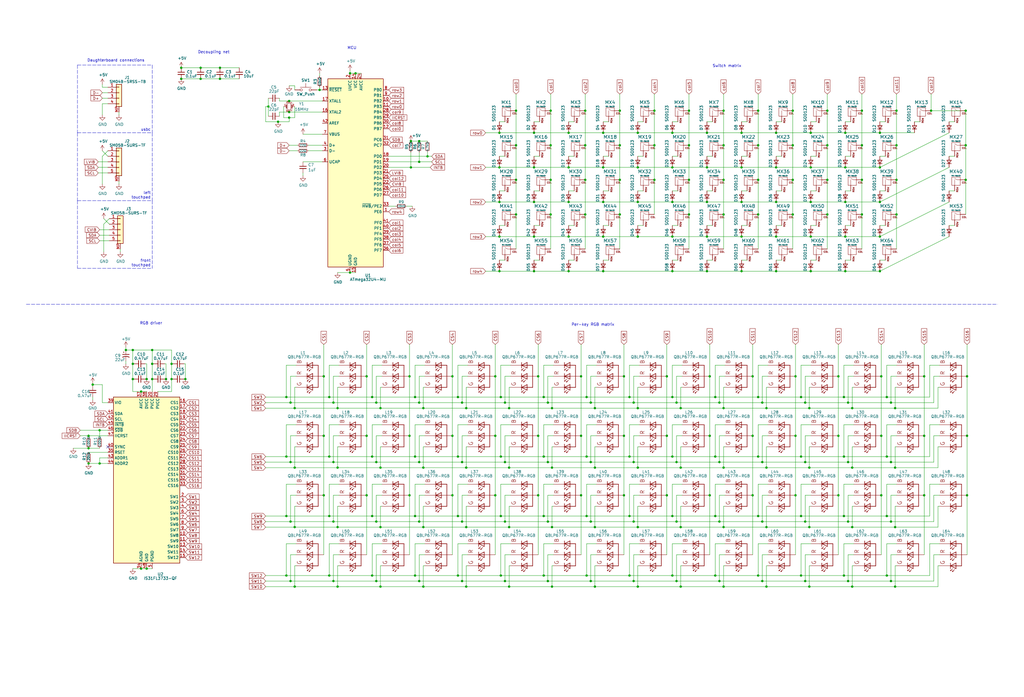
<source format=kicad_sch>
(kicad_sch (version 20211123) (generator eeschema)
  (paper "User" 470.002 319.989)
  (title_block (title "bd64") (date "2022-06-01") (company "beadybiddle"))
  (junction (at 349.885 212.09))
  (junction (at 351.79 187.325))
  (junction (at 190.5 264.16))
  (junction (at 328.295 182.245))
  (junction (at 349.885 239.395))
  (junction (at 236.855 82.55))
  (junction (at 332.105 66.675))
  (junction (at 349.885 266.7))
  (junction (at 153.035 239.395))
  (junction (at 290.83 184.785))
  (junction (at 443.865 200.025))
  (junction (at 292.735 60.96))
  (junction (at 247.015 200.025))
  (junction (at 312.42 214.63))
  (junction (at 231.775 212.09))
  (junction (at 252.73 66.675))
  (junction (at 194.31 214.63))
  (junction (at 312.42 241.935))
  (junction (at 174.625 269.24))
  (junction (at 340.36 124.46))
  (junction (at 252.73 50.8))
  (junction (at 308.61 76.835))
  (junction (at 268.605 66.675))
  (junction (at 424.18 227.33))
  (junction (at 154.94 187.325))
  (junction (at 372.11 92.71))
  (junction (at 389.255 184.785))
  (junction (at 210.185 182.245))
  (junction (at 403.86 124.46))
  (junction (at 389.255 239.395))
  (junction (at 192.405 212.09))
  (junction (at 395.605 50.8))
  (junction (at 231.775 184.785))
  (junction (at 213.995 269.24))
  (junction (at 135.255 241.935))
  (junction (at 160.655 125.095))
  (junction (at 269.24 209.55))
  (junction (at 57.785 160.655))
  (junction (at 332.105 241.935))
  (junction (at 133.35 239.395))
  (junction (at 308.61 209.55))
  (junction (at 127.635 55.88))
  (junction (at 276.86 124.46))
  (junction (at 356.235 60.96))
  (junction (at 260.985 60.96))
  (junction (at 410.845 269.24))
  (junction (at 284.48 82.55))
  (junction (at 133.35 266.7))
  (junction (at 133.35 184.785))
  (junction (at 151.13 209.55))
  (junction (at 325.755 200.025))
  (junction (at 408.94 184.785))
  (junction (at 330.2 184.785))
  (junction (at 213.995 214.63))
  (junction (at 403.86 108.585))
  (junction (at 325.755 227.33))
  (junction (at 356.235 108.585))
  (junction (at 251.46 184.785))
  (junction (at 40.64 200.025))
  (junction (at 308.61 124.46))
  (junction (at 308.61 182.245))
  (junction (at 365.125 200.025))
  (junction (at 132.715 53.975))
  (junction (at 245.11 92.71))
  (junction (at 153.035 266.7))
  (junction (at 42.545 176.53))
  (junction (at 135.255 269.24))
  (junction (at 395.605 66.675))
  (junction (at 249.555 209.55))
  (junction (at 174.625 187.325))
  (junction (at 40.64 205.74))
  (junction (at 253.365 214.63))
  (junction (at 408.94 266.7))
  (junction (at 233.68 241.935))
  (junction (at 269.24 264.16))
  (junction (at 347.98 50.8))
  (junction (at 190.5 182.245))
  (junction (at 288.925 236.855))
  (junction (at 306.07 227.33))
  (junction (at 229.87 209.55))
  (junction (at 187.96 172.72))
  (junction (at 349.885 184.785))
  (junction (at 253.365 241.935))
  (junction (at 213.995 187.325))
  (junction (at 387.985 108.585))
  (junction (at 212.09 184.785))
  (junction (at 271.145 266.7))
  (junction (at 172.72 184.785))
  (junction (at 403.86 60.96))
  (junction (at 443.23 66.675))
  (junction (at 69.85 160.655))
  (junction (at 403.86 92.71))
  (junction (at 292.735 241.935))
  (junction (at 407.035 264.16))
  (junction (at 151.13 264.16))
  (junction (at 332.105 98.425))
  (junction (at 172.72 212.09))
  (junction (at 132.715 51.435))
  (junction (at 253.365 187.325))
  (junction (at 384.81 227.33))
  (junction (at 292.735 76.835))
  (junction (at 148.59 227.33))
  (junction (at 308.61 236.855))
  (junction (at 306.07 200.025))
  (junction (at 284.48 98.425))
  (junction (at 389.255 212.09))
  (junction (at 316.23 66.675))
  (junction (at 273.05 214.63))
  (junction (at 411.48 82.55))
  (junction (at 168.275 172.72))
  (junction (at 356.235 76.835))
  (junction (at 371.475 241.935))
  (junction (at 379.73 82.55))
  (junction (at 367.665 182.245))
  (junction (at 379.73 98.425))
  (junction (at 69.85 167.005))
  (junction (at 227.33 227.33))
  (junction (at 387.985 92.71))
  (junction (at 229.235 124.46))
  (junction (at 286.385 200.025))
  (junction (at 207.645 200.025))
  (junction (at 236.855 66.675))
  (junction (at 379.73 66.675))
  (junction (at 207.645 227.33))
  (junction (at 227.33 172.72))
  (junction (at 260.985 124.46))
  (junction (at 404.495 172.72))
  (junction (at 363.855 66.675))
  (junction (at 40.64 212.725))
  (junction (at 64.77 260.985))
  (junction (at 300.355 50.8))
  (junction (at 312.42 269.24))
  (junction (at 308.61 264.16))
  (junction (at 229.87 182.245))
  (junction (at 172.72 239.395))
  (junction (at 163.195 33.655))
  (junction (at 324.485 124.46))
  (junction (at 67.31 260.985))
  (junction (at 404.495 227.33))
  (junction (at 328.295 264.16))
  (junction (at 269.24 236.855))
  (junction (at 260.985 76.835))
  (junction (at 391.16 214.63))
  (junction (at 410.845 214.63))
  (junction (at 229.235 108.585))
  (junction (at 131.445 236.855))
  (junction (at 347.98 66.675))
  (junction (at 154.94 241.935))
  (junction (at 363.855 82.55))
  (junction (at 363.855 98.425))
  (junction (at 273.05 269.24))
  (junction (at 407.035 209.55))
  (junction (at 45.72 212.725))
  (junction (at 153.035 212.09))
  (junction (at 365.125 227.33))
  (junction (at 443.865 227.33))
  (junction (at 229.87 264.16))
  (junction (at 371.475 214.63))
  (junction (at 92.075 31.115))
  (junction (at 153.035 184.785))
  (junction (at 135.255 214.63))
  (junction (at 324.485 60.96))
  (junction (at 190.5 236.855))
  (junction (at 340.36 108.585))
  (junction (at 345.44 172.72))
  (junction (at 332.105 50.8))
  (junction (at 310.515 266.7))
  (junction (at 347.98 264.16))
  (junction (at 443.865 172.72))
  (junction (at 76.2 173.99))
  (junction (at 284.48 50.8))
  (junction (at 266.7 172.72))
  (junction (at 387.985 76.835))
  (junction (at 170.815 209.55))
  (junction (at 300.355 66.675))
  (junction (at 268.605 50.8))
  (junction (at 196.215 71.755))
  (junction (at 85.09 173.99))
  (junction (at 269.24 182.245))
  (junction (at 229.235 76.835))
  (junction (at 60.96 160.655))
  (junction (at 260.985 108.585))
  (junction (at 292.735 92.71))
  (junction (at 308.61 60.96))
  (junction (at 387.35 182.245))
  (junction (at 316.23 98.425))
  (junction (at 288.925 209.55))
  (junction (at 174.625 214.63))
  (junction (at 411.48 98.425))
  (junction (at 276.86 76.835))
  (junction (at 407.035 182.245))
  (junction (at 345.44 200.025))
  (junction (at 251.46 212.09))
  (junction (at 369.57 266.7))
  (junction (at 347.98 209.55))
  (junction (at 168.275 200.025))
  (junction (at 233.68 269.24))
  (junction (at 210.185 209.55))
  (junction (at 78.74 167.005))
  (junction (at 310.515 212.09))
  (junction (at 249.555 182.245))
  (junction (at 286.385 172.72))
  (junction (at 245.11 76.835))
  (junction (at 170.815 182.245))
  (junction (at 379.73 50.8))
  (junction (at 212.09 239.395))
  (junction (at 160.655 33.655))
  (junction (at 372.11 108.585))
  (junction (at 391.16 269.24))
  (junction (at 288.925 182.245))
  (junction (at 369.57 212.09))
  (junction (at 192.405 64.77))
  (junction (at 424.18 172.72))
  (junction (at 387.985 124.46))
  (junction (at 347.98 98.425))
  (junction (at 132.715 46.355))
  (junction (at 328.295 209.55))
  (junction (at 146.685 41.275))
  (junction (at 387.35 264.16))
  (junction (at 45.72 197.485))
  (junction (at 330.2 212.09))
  (junction (at 247.015 227.33))
  (junction (at 330.2 266.7))
  (junction (at 332.105 214.63))
  (junction (at 324.485 108.585))
  (junction (at 369.57 184.785))
  (junction (at 367.665 209.55))
  (junction (at 387.985 60.96))
  (junction (at 60.96 173.99))
  (junction (at 64.77 179.705))
  (junction (at 123.19 48.895))
  (junction (at 210.185 264.16))
  (junction (at 411.48 50.8))
  (junction (at 384.81 172.72))
  (junction (at 154.94 269.24))
  (junction (at 328.295 236.855))
  (junction (at 188.595 76.835))
  (junction (at 351.79 269.24))
  (junction (at 443.23 82.55))
  (junction (at 192.405 266.7))
  (junction (at 316.23 82.55))
  (junction (at 391.16 187.325))
  (junction (at 347.98 182.245))
  (junction (at 231.775 266.7))
  (junction (at 236.855 50.8))
  (junction (at 233.68 214.63))
  (junction (at 404.495 200.025))
  (junction (at 284.48 66.675))
  (junction (at 135.255 187.325))
  (junction (at 410.845 187.325))
  (junction (at 210.185 236.855))
  (junction (at 367.665 264.16))
  (junction (at 367.665 236.855))
  (junction (at 100.965 36.195))
  (junction (at 213.995 241.935))
  (junction (at 172.72 266.7))
  (junction (at 151.13 182.245))
  (junction (at 271.145 212.09))
  (junction (at 187.96 227.33))
  (junction (at 268.605 98.425))
  (junction (at 192.405 74.295))
  (junction (at 308.61 108.585))
  (junction (at 351.79 214.63))
  (junction (at 194.31 187.325))
  (junction (at 92.075 36.195))
  (junction (at 187.96 200.025))
  (junction (at 363.855 50.8))
  (junction (at 131.445 264.16))
  (junction (at 245.11 124.46))
  (junction (at 192.405 184.785))
  (junction (at 411.48 66.675))
  (junction (at 170.815 264.16))
  (junction (at 194.31 269.24))
  (junction (at 345.44 227.33))
  (junction (at 371.475 187.325))
  (junction (at 395.605 98.425))
  (junction (at 340.36 76.835))
  (junction (at 324.485 76.835))
  (junction (at 133.35 212.09))
  (junction (at 170.815 236.855))
  (junction (at 347.98 82.55))
  (junction (at 408.94 239.395))
  (junction (at 247.015 172.72))
  (junction (at 227.33 200.025))
  (junction (at 387.35 236.855))
  (junction (at 351.79 241.935))
  (junction (at 312.42 187.325))
  (junction (at 316.23 50.8))
  (junction (at 292.735 108.585))
  (junction (at 372.11 124.46))
  (junction (at 308.61 92.71))
  (junction (at 251.46 266.7))
  (junction (at 231.775 239.395))
  (junction (at 292.735 269.24))
  (junction (at 229.235 60.96))
  (junction (at 372.11 60.96))
  (junction (at 369.57 239.395))
  (junction (at 371.475 269.24))
  (junction (at 151.13 236.855))
  (junction (at 290.83 239.395))
  (junction (at 389.255 266.7))
  (junction (at 229.87 236.855))
  (junction (at 372.11 76.835))
  (junction (at 78.74 173.99))
  (junction (at 286.385 227.33))
  (junction (at 356.235 92.71))
  (junction (at 273.05 187.325))
  (junction (at 310.515 184.785))
  (junction (at 387.35 209.55))
  (junction (at 69.85 173.99))
  (junction (at 288.925 264.16))
  (junction (at 292.735 214.63))
  (junction (at 168.275 227.33))
  (junction (at 356.235 124.46))
  (junction (at 276.86 108.585))
  (junction (at 245.11 108.585))
  (junction (at 347.98 236.855))
  (junction (at 395.605 82.55))
  (junction (at 174.625 241.935))
  (junction (at 384.81 200.025))
  (junction (at 271.145 184.785))
  (junction (at 67.31 173.99))
  (junction (at 407.035 236.855))
  (junction (at 251.46 239.395))
  (junction (at 300.355 82.55))
  (junction (at 83.185 31.115))
  (junction (at 252.73 82.55))
  (junction (at 194.31 241.935))
  (junction (at 148.59 172.72))
  (junction (at 229.235 92.71))
  (junction (at 332.105 269.24))
  (junction (at 266.7 200.025))
  (junction (at 154.94 214.63))
  (junction (at 340.36 60.96))
  (junction (at 403.86 76.835))
  (junction (at 290.83 266.7))
  (junction (at 188.595 64.77))
  (junction (at 424.18 200.025))
  (junction (at 249.555 236.855))
  (junction (at 340.36 92.71))
  (junction (at 276.86 92.71))
  (junction (at 273.05 241.935))
  (junction (at 236.855 98.425))
  (junction (at 332.105 187.325))
  (junction (at 365.125 172.72))
  (junction (at 249.555 264.16))
  (junction (at 252.73 98.425))
  (junction (at 60.96 167.005))
  (junction (at 268.605 82.55))
  (junction (at 332.105 82.55))
  (junction (at 131.445 182.245))
  (junction (at 330.2 239.395))
  (junction (at 266.7 227.33))
  (junction (at 192.405 239.395))
  (junction (at 410.845 241.935))
  (junction (at 310.515 239.395))
  (junction (at 207.645 172.72))
  (junction (at 83.185 36.195))
  (junction (at 427.355 50.8))
  (junction (at 131.445 209.55))
  (junction (at 292.735 187.325))
  (junction (at 391.16 241.935))
  (junction (at 276.86 60.96))
  (junction (at 443.23 50.8))
  (junction (at 100.965 31.115))
  (junction (at 253.365 269.24))
  (junction (at 408.94 212.09))
  (junction (at 190.5 209.55))
  (junction (at 212.09 266.7))
  (junction (at 290.83 212.09))
  (junction (at 260.985 92.71))
  (junction (at 212.09 212.09))
  (junction (at 324.485 92.71))
  (junction (at 148.59 200.025))
  (junction (at 325.755 172.72))
  (junction (at 233.68 187.325))
  (junction (at 245.11 60.96))
  (junction (at 271.145 239.395))
  (junction (at 306.07 172.72))
  (no_connect (at 49.53 205.105))
  (wire (pts (xy 133.35 254.635) (xy 135.89 254.635)))
  (wire (pts (xy 210.185 167.64) (xy 210.185 182.245)))
  (wire (pts (xy 254 177.8) (xy 253.365 177.8)))
  (wire (pts (xy 390.525 87.63) (xy 387.985 87.63)))
  (wire (pts (xy 46.99 40.005) (xy 46.99 38.735)))
  (wire (pts (xy 365.125 158.115) (xy 365.125 172.72)))
  (wire (pts (xy 231.775 227.33) (xy 234.315 227.33)))
  (wire (pts (xy 363.855 82.55) (xy 363.855 66.675)))
  (wire (pts (xy 249.555 222.25) (xy 249.555 236.855)))
  (wire (pts (xy 408.94 200.025) (xy 411.48 200.025)))
  (wire (pts (xy 312.42 177.8) (xy 312.42 187.325)))
  (wire (pts (xy 411.48 222.25) (xy 407.035 222.25)))
  (wire (pts (xy 328.295 264.16) (xy 308.61 264.16)))
  (wire (pts (xy 406.4 87.63) (xy 403.86 87.63)))
  (wire (pts (xy 271.145 266.7) (xy 271.145 254.635)))
  (wire (pts (xy 367.665 249.555) (xy 367.665 264.16)))
  (wire (pts (xy 292.735 241.935) (xy 273.05 241.935)))
  (wire (pts (xy 253.365 177.8) (xy 253.365 187.325)))
  (wire (pts (xy 269.24 182.245) (xy 249.555 182.245)))
  (wire (pts (xy 367.665 194.945) (xy 367.665 209.55)))
  (wire (pts (xy 358.775 71.755) (xy 356.235 71.755)))
  (wire (pts (xy 435.61 60.96) (xy 403.86 76.835)))
  (wire (pts (xy 279.4 71.755) (xy 276.86 71.755)))
  (wire (pts (xy 372.11 167.64) (xy 367.665 167.64)))
  (wire (pts (xy 308.61 124.46) (xy 324.485 124.46)))
  (wire (pts (xy 234.315 249.555) (xy 229.87 249.555)))
  (wire (pts (xy 431.165 232.41) (xy 430.53 232.41)))
  (wire (pts (xy 254 205.105) (xy 253.365 205.105)))
  (wire (pts (xy 187.96 158.115) (xy 187.96 172.72)))
  (wire (pts (xy 229.87 236.855) (xy 210.185 236.855)))
  (wire (pts (xy 389.255 227.33) (xy 391.795 227.33)))
  (wire (pts (xy 210.185 222.25) (xy 210.185 236.855)))
  (wire (pts (xy 133.35 184.785) (xy 133.35 172.72)))
  (wire (pts (xy 172.72 200.025) (xy 175.26 200.025)))
  (wire (pts (xy 390.525 103.505) (xy 387.985 103.505)))
  (wire (pts (xy 332.105 98.425) (xy 332.105 114.3)))
  (wire (pts (xy 391.16 269.24) (xy 371.475 269.24)))
  (wire (pts (xy 229.235 76.835) (xy 222.885 76.835)))
  (wire (pts (xy 210.185 194.945) (xy 210.185 209.55)))
  (wire (pts (xy 194.945 194.945) (xy 190.5 194.945)))
  (wire (pts (xy 313.055 194.945) (xy 308.61 194.945)))
  (wire (pts (xy 374.65 71.755) (xy 372.11 71.755)))
  (wire (pts (xy 286.385 158.115) (xy 286.385 172.72)))
  (wire (pts (xy 293.37 205.105) (xy 292.735 205.105)))
  (wire (pts (xy 279.4 119.38) (xy 276.86 119.38)))
  (wire (pts (xy 356.235 60.96) (xy 372.11 60.96)))
  (wire (pts (xy 49.53 212.725) (xy 45.72 212.725)))
  (wire (pts (xy 352.425 167.64) (xy 347.98 167.64)))
  (wire (pts (xy 64.77 260.985) (xy 67.31 260.985)))
  (wire (pts (xy 310.515 172.72) (xy 313.055 172.72)))
  (wire (pts (xy 229.235 108.585) (xy 222.885 108.585)))
  (wire (pts (xy 151.13 167.64) (xy 151.13 182.245)))
  (wire (pts (xy 306.07 200.025) (xy 306.07 227.33)))
  (wire (pts (xy 148.59 227.33) (xy 148.59 254.635)))
  (wire (pts (xy 190.5 249.555) (xy 190.5 264.16)))
  (wire (pts (xy 198.12 74.295) (xy 192.405 74.295)))
  (wire (pts (xy 67.31 179.705) (xy 64.77 179.705)))
  (wire (pts (xy 273.685 249.555) (xy 269.24 249.555)))
  (wire (pts (xy 389.255 184.785) (xy 389.255 172.72)))
  (wire (pts (xy 234.315 232.41) (xy 233.68 232.41)))
  (wire (pts (xy 312.42 205.105) (xy 312.42 214.63)))
  (wire (pts (xy 330.2 227.33) (xy 332.74 227.33)))
  (wire (pts (xy 188.595 69.85) (xy 188.595 76.835)))
  (wire (pts (xy 273.685 232.41) (xy 273.05 232.41)))
  (wire (pts (xy 273.05 214.63) (xy 253.365 214.63)))
  (wire (pts (xy 443.23 82.55) (xy 443.23 66.675)))
  (wire (pts (xy 210.185 182.245) (xy 190.5 182.245)))
  (wire (pts (xy 214.63 222.25) (xy 210.185 222.25)))
  (wire (pts (xy 284.48 98.425) (xy 284.48 82.55)))
  (wire (pts (xy 310.515 254.635) (xy 313.055 254.635)))
  (polyline (pts (xy 35.56 29.845) (xy 35.56 60.96)))
  (wire (pts (xy 310.515 212.09) (xy 310.515 200.025)))
  (wire (pts (xy 324.485 124.46) (xy 340.36 124.46)))
  (wire (pts (xy 390.525 119.38) (xy 387.985 119.38)))
  (wire (pts (xy 132.715 55.88) (xy 127.635 55.88)))
  (wire (pts (xy 245.11 124.46) (xy 260.985 124.46)))
  (wire (pts (xy 249.555 264.16) (xy 229.87 264.16)))
  (wire (pts (xy 155.575 177.8) (xy 154.94 177.8)))
  (wire (pts (xy 271.145 239.395) (xy 271.145 227.33)))
  (wire (pts (xy 369.57 172.72) (xy 372.11 172.72)))
  (wire (pts (xy 78.74 179.705) (xy 78.74 173.99)))
  (wire (pts (xy 369.57 200.025) (xy 372.11 200.025)))
  (wire (pts (xy 45.72 200.66) (xy 45.72 197.485)))
  (wire (pts (xy 390.525 71.755) (xy 387.985 71.755)))
  (wire (pts (xy 426.72 167.64) (xy 426.72 182.245)))
  (wire (pts (xy 313.055 259.715) (xy 312.42 259.715)))
  (wire (pts (xy 316.23 98.425) (xy 316.23 82.55)))
  (wire (pts (xy 306.07 158.115) (xy 306.07 172.72)))
  (wire (pts (xy 292.735 214.63) (xy 273.05 214.63)))
  (wire (pts (xy 163.195 33.655) (xy 160.655 33.655)))
  (wire (pts (xy 403.86 92.71) (xy 435.61 76.835)))
  (wire (pts (xy 236.855 114.3) (xy 236.855 98.425)))
  (wire (pts (xy 151.13 182.245) (xy 131.445 182.245)))
  (wire (pts (xy 192.405 239.395) (xy 212.09 239.395)))
  (wire (pts (xy 46.99 45.085) (xy 49.53 45.085)))
  (wire (pts (xy 379.73 82.55) (xy 379.73 98.425)))
  (wire (pts (xy 247.015 200.025) (xy 247.015 227.33)))
  (wire (pts (xy 316.23 66.675) (xy 316.23 50.8)))
  (wire (pts (xy 213.995 232.41) (xy 213.995 241.935)))
  (wire (pts (xy 372.11 108.585) (xy 356.235 108.585)))
  (wire (pts (xy 266.7 200.025) (xy 266.7 227.33)))
  (wire (pts (xy 229.87 249.555) (xy 229.87 264.16)))
  (wire (pts (xy 290.83 172.72) (xy 293.37 172.72)))
  (wire (pts (xy 410.845 214.63) (xy 391.16 214.63)))
  (wire (pts (xy 411.48 66.675) (xy 411.48 50.8)))
  (wire (pts (xy 192.405 254.635) (xy 194.945 254.635)))
  (wire (pts (xy 411.48 249.555) (xy 407.035 249.555)))
  (wire (pts (xy 253.365 187.325) (xy 233.68 187.325)))
  (wire (pts (xy 168.275 158.115) (xy 168.275 172.72)))
  (wire (pts (xy 406.4 119.38) (xy 403.86 119.38)))
  (wire (pts (xy 324.485 76.835) (xy 308.61 76.835)))
  (wire (pts (xy 175.26 194.945) (xy 170.815 194.945)))
  (wire (pts (xy 430.53 269.24) (xy 410.845 269.24)))
  (wire (pts (xy 352.425 177.8) (xy 351.79 177.8)))
  (wire (pts (xy 332.105 214.63) (xy 312.42 214.63)))
  (wire (pts (xy 212.09 184.785) (xy 212.09 172.72)))
  (wire (pts (xy 131.445 194.945) (xy 131.445 209.55)))
  (wire (pts (xy 324.485 108.585) (xy 308.61 108.585)))
  (wire (pts (xy 46.99 71.755) (xy 46.99 84.455)))
  (wire (pts (xy 391.16 214.63) (xy 371.475 214.63)))
  (wire (pts (xy 121.92 55.88) (xy 127.635 55.88)))
  (wire (pts (xy 153.035 172.72) (xy 155.575 172.72)))
  (wire (pts (xy 428.625 200.025) (xy 431.165 200.025)))
  (wire (pts (xy 214.63 259.715) (xy 213.995 259.715)))
  (wire (pts (xy 332.105 269.24) (xy 312.42 269.24)))
  (wire (pts (xy 340.36 92.71) (xy 356.235 92.71)))
  (wire (pts (xy 273.685 205.105) (xy 273.05 205.105)))
  (wire (pts (xy 371.475 259.715) (xy 371.475 269.24)))
  (wire (pts (xy 136.525 66.675) (xy 132.715 66.675)))
  (wire (pts (xy 46.99 69.215) (xy 49.53 71.755)))
  (wire (pts (xy 247.65 119.38) (xy 245.11 119.38)))
  (wire (pts (xy 389.255 212.09) (xy 389.255 200.025)))
  (wire (pts (xy 395.605 50.8) (xy 395.605 66.675)))
  (wire (pts (xy 292.735 205.105) (xy 292.735 214.63)))
  (wire (pts (xy 312.42 214.63) (xy 292.735 214.63)))
  (wire (pts (xy 347.98 182.245) (xy 328.295 182.245)))
  (wire (pts (xy 212.09 239.395) (xy 231.775 239.395)))
  (wire (pts (xy 135.89 194.945) (xy 131.445 194.945)))
  (wire (pts (xy 349.885 266.7) (xy 330.2 266.7)))
  (wire (pts (xy 266.7 158.115) (xy 266.7 172.72)))
  (wire (pts (xy 229.87 167.64) (xy 229.87 182.245)))
  (wire (pts (xy 363.855 66.675) (xy 363.855 50.8)))
  (wire (pts (xy 42.545 175.895) (xy 42.545 176.53)))
  (wire (pts (xy 135.89 177.8) (xy 135.255 177.8)))
  (wire (pts (xy 260.985 108.585) (xy 245.11 108.585)))
  (wire (pts (xy 253.365 269.24) (xy 233.68 269.24)))
  (wire (pts (xy 266.7 227.33) (xy 266.7 254.635)))
  (wire (pts (xy 260.985 124.46) (xy 276.86 124.46)))
  (wire (pts (xy 273.05 177.8) (xy 273.05 187.325)))
  (wire (pts (xy 384.81 200.025) (xy 384.81 227.33)))
  (wire (pts (xy 133.35 266.7) (xy 133.35 254.635)))
  (wire (pts (xy 408.94 266.7) (xy 408.94 254.635)))
  (wire (pts (xy 192.405 239.395) (xy 192.405 227.33)))
  (wire (pts (xy 251.46 239.395) (xy 251.46 227.33)))
  (wire (pts (xy 253.365 214.63) (xy 233.68 214.63)))
  (wire (pts (xy 60.96 179.705) (xy 60.96 173.99)))
  (wire (pts (xy 100.965 31.115) (xy 109.855 31.115)))
  (wire (pts (xy 133.35 239.395) (xy 133.35 227.33)))
  (wire (pts (xy 251.46 212.09) (xy 271.145 212.09)))
  (wire (pts (xy 306.07 172.72) (xy 306.07 200.025)))
  (wire (pts (xy 46.99 71.755) (xy 49.53 69.215)))
  (wire (pts (xy 192.405 64.77) (xy 196.215 64.77)))
  (wire (pts (xy 231.775 55.88) (xy 229.235 55.88)))
  (wire (pts (xy 128.27 46.355) (xy 128.27 45.085)))
  (wire (pts (xy 234.315 194.945) (xy 229.87 194.945)))
  (wire (pts (xy 288.925 194.945) (xy 288.925 209.55)))
  (wire (pts (xy 273.05 269.24) (xy 253.365 269.24)))
  (wire (pts (xy 374.65 55.88) (xy 372.11 55.88)))
  (wire (pts (xy 332.74 167.64) (xy 328.295 167.64)))
  (wire (pts (xy 229.87 264.16) (xy 210.185 264.16)))
  (wire (pts (xy 170.815 182.245) (xy 151.13 182.245)))
  (wire (pts (xy 194.31 259.715) (xy 194.31 269.24)))
  (wire (pts (xy 408.94 254.635) (xy 411.48 254.635)))
  (wire (pts (xy 328.295 222.25) (xy 328.295 236.855)))
  (wire (pts (xy 351.79 205.105) (xy 351.79 214.63)))
  (polyline (pts (xy 69.85 60.96) (xy 69.85 92.075)))
  (wire (pts (xy 290.83 184.785) (xy 310.515 184.785)))
  (wire (pts (xy 170.815 167.64) (xy 170.815 182.245)))
  (wire (pts (xy 290.83 227.33) (xy 293.37 227.33)))
  (wire (pts (xy 251.46 212.09) (xy 251.46 200.025)))
  (wire (pts (xy 352.425 205.105) (xy 351.79 205.105)))
  (wire (pts (xy 214.63 232.41) (xy 213.995 232.41)))
  (wire (pts (xy 387.985 108.585) (xy 372.11 108.585)))
  (wire (pts (xy 411.48 232.41) (xy 410.845 232.41)))
  (wire (pts (xy 332.105 187.325) (xy 312.42 187.325)))
  (wire (pts (xy 384.81 227.33) (xy 384.81 254.635)))
  (wire (pts (xy 391.795 222.25) (xy 387.35 222.25)))
  (wire (pts (xy 290.83 266.7) (xy 271.145 266.7)))
  (wire (pts (xy 132.715 46.355) (xy 147.955 46.355)))
  (wire (pts (xy 403.86 76.835) (xy 387.985 76.835)))
  (wire (pts (xy 332.105 232.41) (xy 332.105 241.935)))
  (wire (pts (xy 172.72 239.395) (xy 172.72 227.33)))
  (wire (pts (xy 266.7 172.72) (xy 266.7 200.025)))
  (wire (pts (xy 332.105 50.8) (xy 332.105 66.675)))
  (wire (pts (xy 349.885 184.785) (xy 349.885 172.72)))
  (wire (pts (xy 352.425 194.945) (xy 347.98 194.945)))
  (wire (pts (xy 133.35 184.785) (xy 153.035 184.785)))
  (wire (pts (xy 247.65 55.88) (xy 245.11 55.88)))
  (wire (pts (xy 172.72 227.33) (xy 175.26 227.33)))
  (wire (pts (xy 428.625 227.33) (xy 431.165 227.33)))
  (wire (pts (xy 72.39 179.705) (xy 78.74 179.705)))
  (wire (pts (xy 340.36 124.46) (xy 356.235 124.46)))
  (wire (pts (xy 194.945 177.8) (xy 194.31 177.8)))
  (wire (pts (xy 352.425 249.555) (xy 347.98 249.555)))
  (wire (pts (xy 231.775 184.785) (xy 231.775 172.72)))
  (wire (pts (xy 213.995 187.325) (xy 194.31 187.325)))
  (wire (pts (xy 69.85 173.99) (xy 70.485 173.99)))
  (wire (pts (xy 78.74 167.005) (xy 78.74 160.655)))
  (wire (pts (xy 325.755 158.115) (xy 325.755 172.72)))
  (wire (pts (xy 131.445 236.855) (xy 121.92 236.855)))
  (wire (pts (xy 367.665 222.25) (xy 367.665 236.855)))
  (wire (pts (xy 279.4 87.63) (xy 276.86 87.63)))
  (wire (pts (xy 342.9 103.505) (xy 340.36 103.505)))
  (wire (pts (xy 407.035 236.855) (xy 387.35 236.855)))
  (wire (pts (xy 254 167.64) (xy 249.555 167.64)))
  (wire (pts (xy 316.23 98.425) (xy 316.23 114.3)))
  (wire (pts (xy 387.985 60.96) (xy 403.86 60.96)))
  (wire (pts (xy 178.435 76.835) (xy 188.595 76.835)))
  (wire (pts (xy 313.055 222.25) (xy 308.61 222.25)))
  (wire (pts (xy 146.685 33.655) (xy 146.685 34.925)))
  (wire (pts (xy 351.79 269.24) (xy 332.105 269.24)))
  (wire (pts (xy 349.885 266.7) (xy 349.885 254.635)))
  (wire (pts (xy 245.11 76.835) (xy 229.235 76.835)))
  (wire (pts (xy 130.175 48.895) (xy 130.175 53.975)))
  (wire (pts (xy 411.48 205.105) (xy 410.845 205.105)))
  (wire (pts (xy 387.35 182.245) (xy 367.665 182.245)))
  (wire (pts (xy 290.83 212.09) (xy 290.83 200.025)))
  (wire (pts (xy 131.445 209.55) (xy 121.92 209.55)))
  (wire (pts (xy 379.73 66.675) (xy 379.73 82.55)))
  (wire (pts (xy 428.625 184.785) (xy 428.625 172.72)))
  (wire (pts (xy 146.685 40.005) (xy 146.685 41.275)))
  (wire (pts (xy 340.36 76.835) (xy 356.235 76.835)))
  (wire (pts (xy 190.5 209.55) (xy 170.815 209.55)))
  (wire (pts (xy 427.355 50.8) (xy 443.23 50.8)))
  (wire (pts (xy 328.295 209.55) (xy 308.61 209.55)))
  (wire (pts (xy 165.735 33.655) (xy 163.195 33.655)))
  (wire (pts (xy 252.73 43.18) (xy 252.73 50.8)))
  (wire (pts (xy 271.145 184.785) (xy 271.145 172.72)))
  (wire (pts (xy 147.955 61.595) (xy 139.065 61.595)))
  (wire (pts (xy 411.48 177.8) (xy 410.845 177.8)))
  (wire (pts (xy 213.995 205.105) (xy 213.995 214.63)))
  (wire (pts (xy 316.23 82.55) (xy 316.23 66.675)))
  (wire (pts (xy 154.94 259.715) (xy 154.94 269.24)))
  (wire (pts (xy 411.48 194.945) (xy 407.035 194.945)))
  (wire (pts (xy 155.575 167.64) (xy 151.13 167.64)))
  (wire (pts (xy 236.855 98.425) (xy 236.855 82.55)))
  (wire (pts (xy 214.63 205.105) (xy 213.995 205.105)))
  (wire (pts (xy 194.945 249.555) (xy 190.5 249.555)))
  (wire (pts (xy 229.235 92.71) (xy 245.11 92.71)))
  (wire (pts (xy 231.775 239.395) (xy 251.46 239.395)))
  (wire (pts (xy 212.09 254.635) (xy 214.63 254.635)))
  (wire (pts (xy 175.26 222.25) (xy 170.815 222.25)))
  (wire (pts (xy 424.18 200.025) (xy 424.18 227.33)))
  (wire (pts (xy 194.945 205.105) (xy 194.31 205.105)))
  (wire (pts (xy 328.295 236.855) (xy 308.61 236.855)))
  (wire (pts (xy 273.05 232.41) (xy 273.05 241.935)))
  (wire (pts (xy 168.275 172.72) (xy 168.275 200.025)))
  (wire (pts (xy 306.07 227.33) (xy 306.07 254.635)))
  (wire (pts (xy 332.74 177.8) (xy 332.105 177.8)))
  (wire (pts (xy 153.035 212.09) (xy 153.035 200.025)))
  (wire (pts (xy 408.94 212.09) (xy 428.625 212.09)))
  (wire (pts (xy 431.165 259.715) (xy 430.53 259.715)))
  (wire (pts (xy 212.09 227.33) (xy 214.63 227.33)))
  (wire (pts (xy 207.645 158.115) (xy 207.645 172.72)))
  (wire (pts (xy 391.16 232.41) (xy 391.16 241.935)))
  (wire (pts (xy 351.79 177.8) (xy 351.79 187.325)))
  (wire (pts (xy 174.625 177.8) (xy 174.625 187.325)))
  (wire (pts (xy 100.965 36.195) (xy 92.075 36.195)))
  (wire (pts (xy 387.985 92.71) (xy 403.86 92.71)))
  (wire (pts (xy 271.145 212.09) (xy 290.83 212.09)))
  (wire (pts (xy 273.05 259.715) (xy 273.05 269.24)))
  (wire (pts (xy 292.735 187.325) (xy 273.05 187.325)))
  (wire (pts (xy 146.685 41.275) (xy 147.955 41.275)))
  (wire (pts (xy 234.315 205.105) (xy 233.68 205.105)))
  (wire (pts (xy 293.37 167.64) (xy 288.925 167.64)))
  (wire (pts (xy 313.055 232.41) (xy 312.42 232.41)))
  (wire (pts (xy 271.145 266.7) (xy 251.46 266.7)))
  (wire (pts (xy 269.24 264.16) (xy 249.555 264.16)))
  (wire (pts (xy 148.59 172.72) (xy 148.59 200.025)))
  (wire (pts (xy 175.26 205.105) (xy 174.625 205.105)))
  (wire (pts (xy 347.98 66.675) (xy 347.98 50.8)))
  (wire (pts (xy 390.525 55.88) (xy 387.985 55.88)))
  (wire (pts (xy 234.315 177.8) (xy 233.68 177.8)))
  (wire (pts (xy 251.46 266.7) (xy 251.46 254.635)))
  (wire (pts (xy 356.235 124.46) (xy 372.11 124.46)))
  (wire (pts (xy 290.83 239.395) (xy 310.515 239.395)))
  (wire (pts (xy 170.815 249.555) (xy 170.815 264.16)))
  (wire (pts (xy 443.23 50.8) (xy 443.23 66.675)))
  (wire (pts (xy 391.795 167.64) (xy 387.35 167.64)))
  (polyline (pts (xy 35.56 60.96) (xy 35.56 92.075)))
  (wire (pts (xy 428.625 172.72) (xy 431.165 172.72)))
  (wire (pts (xy 430.53 214.63) (xy 410.845 214.63)))
  (wire (pts (xy 387.35 236.855) (xy 367.665 236.855)))
  (wire (pts (xy 428.625 254.635) (xy 431.165 254.635)))
  (wire (pts (xy 426.72 194.945) (xy 426.72 209.55)))
  (wire (pts (xy 342.9 55.88) (xy 340.36 55.88)))
  (wire (pts (xy 121.92 239.395) (xy 133.35 239.395)))
  (wire (pts (xy 367.665 182.245) (xy 347.98 182.245)))
  (wire (pts (xy 135.89 167.64) (xy 131.445 167.64)))
  (wire (pts (xy 54.61 51.435) (xy 54.61 52.705)))
  (wire (pts (xy 369.57 266.7) (xy 349.885 266.7)))
  (wire (pts (xy 345.44 200.025) (xy 345.44 227.33)))
  (wire (pts (xy 391.16 187.325) (xy 371.475 187.325)))
  (wire (pts (xy 153.035 227.33) (xy 155.575 227.33)))
  (wire (pts (xy 229.87 209.55) (xy 210.185 209.55)))
  (wire (pts (xy 438.15 87.63) (xy 435.61 87.63)))
  (wire (pts (xy 312.42 269.24) (xy 292.735 269.24)))
  (wire (pts (xy 84.455 167.005) (xy 85.09 167.005)))
  (wire (pts (xy 367.665 167.64) (xy 367.665 182.245)))
  (wire (pts (xy 407.035 167.64) (xy 407.035 182.245)))
  (wire (pts (xy 330.2 184.785) (xy 330.2 172.72)))
  (wire (pts (xy 349.885 254.635) (xy 352.425 254.635)))
  (wire (pts (xy 349.885 239.395) (xy 349.885 227.33)))
  (wire (pts (xy 356.235 92.71) (xy 372.11 92.71)))
  (wire (pts (xy 408.94 172.72) (xy 411.48 172.72)))
  (wire (pts (xy 428.625 266.7) (xy 428.625 254.635)))
  (wire (pts (xy 332.105 43.18) (xy 332.105 50.8)))
  (wire (pts (xy 234.315 167.64) (xy 229.87 167.64)))
  (wire (pts (xy 330.2 212.09) (xy 349.885 212.09)))
  (wire (pts (xy 253.365 241.935) (xy 233.68 241.935)))
  (wire (pts (xy 227.33 200.025) (xy 227.33 227.33)))
  (wire (pts (xy 155.575 222.25) (xy 151.13 222.25)))
  (wire (pts (xy 345.44 227.33) (xy 345.44 254.635)))
  (wire (pts (xy 300.355 82.55) (xy 300.355 98.425)))
  (wire (pts (xy 75.565 167.005) (xy 76.2 167.005)))
  (wire (pts (xy 263.525 119.38) (xy 260.985 119.38)))
  (wire (pts (xy 438.15 71.755) (xy 435.61 71.755)))
  (wire (pts (xy 288.925 182.245) (xy 269.24 182.245)))
  (wire (pts (xy 178.435 94.615) (xy 181.61 94.615)))
  (wire (pts (xy 229.87 222.25) (xy 229.87 236.855)))
  (wire (pts (xy 431.165 167.64) (xy 426.72 167.64)))
  (wire (pts (xy 45.72 107.95) (xy 50.165 107.95)))
  (wire (pts (xy 284.48 50.8) (xy 284.48 43.18)))
  (wire (pts (xy 431.165 205.105) (xy 430.53 205.105)))
  (wire (pts (xy 213.995 241.935) (xy 194.31 241.935)))
  (wire (pts (xy 135.255 205.105) (xy 135.255 214.63)))
  (wire (pts (xy 273.05 187.325) (xy 253.365 187.325)))
  (wire (pts (xy 395.605 98.425) (xy 395.605 114.3)))
  (wire (pts (xy 403.86 124.46) (xy 435.61 108.585)))
  (wire (pts (xy 308.61 249.555) (xy 308.61 264.16)))
  (wire (pts (xy 426.72 264.16) (xy 407.035 264.16)))
  (wire (pts (xy 430.53 177.8) (xy 430.53 187.325)))
  (wire (pts (xy 186.69 94.615) (xy 189.23 94.615)))
  (wire (pts (xy 46.99 42.545) (xy 49.53 42.545)))
  (wire (pts (xy 438.15 55.88) (xy 435.61 55.88)))
  (wire (pts (xy 431.165 194.945) (xy 426.72 194.945)))
  (wire (pts (xy 174.625 205.105) (xy 174.625 214.63)))
  (wire (pts (xy 324.485 60.96) (xy 340.36 60.96)))
  (wire (pts (xy 57.785 165.735) (xy 57.785 167.005)))
  (wire (pts (xy 141.605 66.675) (xy 147.955 66.675)))
  (wire (pts (xy 404.495 172.72) (xy 404.495 200.025)))
  (wire (pts (xy 231.775 266.7) (xy 231.775 254.635)))
  (wire (pts (xy 192.405 227.33) (xy 194.945 227.33)))
  (wire (pts (xy 411.48 50.8) (xy 411.48 43.18)))
  (wire (pts (xy 407.035 209.55) (xy 387.35 209.55)))
  (wire (pts (xy 66.675 167.005) (xy 67.31 167.005)))
  (wire (pts (xy 252.73 82.55) (xy 252.73 98.425)))
  (wire (pts (xy 308.61 222.25) (xy 308.61 236.855)))
  (wire (pts (xy 288.925 264.16) (xy 269.24 264.16)))
  (wire (pts (xy 407.035 222.25) (xy 407.035 236.855)))
  (wire (pts (xy 391.16 241.935) (xy 371.475 241.935)))
  (wire (pts (xy 153.035 266.7) (xy 153.035 254.635)))
  (wire (pts (xy 69.85 173.99) (xy 69.85 179.705)))
  (wire (pts (xy 172.72 184.785) (xy 172.72 172.72)))
  (wire (pts (xy 367.665 236.855) (xy 347.98 236.855)))
  (wire (pts (xy 351.79 241.935) (xy 332.105 241.935)))
  (wire (pts (xy 411.48 98.425) (xy 411.48 82.55)))
  (wire (pts (xy 308.61 236.855) (xy 288.925 236.855)))
  (wire (pts (xy 131.445 222.25) (xy 131.445 236.855)))
  (wire (pts (xy 352.425 232.41) (xy 351.79 232.41)))
  (wire (pts (xy 153.035 239.395) (xy 172.72 239.395)))
  (wire (pts (xy 229.235 60.96) (xy 245.11 60.96)))
  (wire (pts (xy 407.035 194.945) (xy 407.035 209.55)))
  (wire (pts (xy 300.355 43.18) (xy 300.355 50.8)))
  (wire (pts (xy 411.48 167.64) (xy 407.035 167.64)))
  (wire (pts (xy 389.255 254.635) (xy 391.795 254.635)))
  (wire (pts (xy 271.145 239.395) (xy 290.83 239.395)))
  (wire (pts (xy 207.645 172.72) (xy 207.645 200.025)))
  (wire (pts (xy 123.19 45.085) (xy 123.19 48.895)))
  (wire (pts (xy 292.735 232.41) (xy 292.735 241.935)))
  (wire (pts (xy 371.475 187.325) (xy 351.79 187.325)))
  (wire (pts (xy 273.05 241.935) (xy 253.365 241.935)))
  (wire (pts (xy 349.885 227.33) (xy 352.425 227.33)))
  (wire (pts (xy 231.775 266.7) (xy 212.09 266.7)))
  (wire (pts (xy 40.64 207.645) (xy 49.53 207.645)))
  (wire (pts (xy 374.65 103.505) (xy 372.11 103.505)))
  (wire (pts (xy 293.37 249.555) (xy 288.925 249.555)))
  (wire (pts (xy 276.86 92.71) (xy 292.735 92.71)))
  (wire (pts (xy 443.865 158.115) (xy 443.865 172.72)))
  (wire (pts (xy 133.35 172.72) (xy 135.89 172.72)))
  (wire (pts (xy 231.775 87.63) (xy 229.235 87.63)))
  (wire (pts (xy 131.445 182.245) (xy 121.92 182.245)))
  (wire (pts (xy 130.175 53.975) (xy 132.715 53.975)))
  (wire (pts (xy 328.295 194.945) (xy 328.295 209.55)))
  (wire (pts (xy 428.625 212.09) (xy 428.625 200.025)))
  (wire (pts (xy 76.2 167.005) (xy 76.2 173.99)))
  (wire (pts (xy 363.855 114.3) (xy 363.855 98.425)))
  (wire (pts (xy 269.24 249.555) (xy 269.24 264.16)))
  (wire (pts (xy 273.685 177.8) (xy 273.05 177.8)))
  (wire (pts (xy 435.61 92.71) (xy 403.86 108.585)))
  (wire (pts (xy 135.89 232.41) (xy 135.255 232.41)))
  (wire (pts (xy 187.96 200.025) (xy 187.96 227.33)))
  (wire (pts (xy 327.025 119.38) (xy 324.485 119.38)))
  (wire (pts (xy 175.26 232.41) (xy 174.625 232.41)))
  (wire (pts (xy 372.11 60.96) (xy 387.985 60.96)))
  (wire (pts (xy 308.61 264.16) (xy 288.925 264.16)))
  (wire (pts (xy 276.86 124.46) (xy 308.61 124.46)))
  (wire (pts (xy 424.18 227.33) (xy 424.18 254.635)))
  (wire (pts (xy 387.35 167.64) (xy 387.35 182.245)))
  (wire (pts (xy 109.855 36.195) (xy 100.965 36.195)))
  (wire (pts (xy 330.2 212.09) (xy 330.2 200.025)))
  (wire (pts (xy 332.105 205.105) (xy 332.105 214.63)))
  (wire (pts (xy 153.035 266.7) (xy 172.72 266.7)))
  (wire (pts (xy 67.31 167.005) (xy 67.31 173.99)))
  (wire (pts (xy 212.09 184.785) (xy 231.775 184.785)))
  (wire (pts (xy 57.785 160.655) (xy 60.96 160.655)))
  (wire (pts (xy 153.035 212.09) (xy 172.72 212.09)))
  (wire (pts (xy 133.35 266.7) (xy 153.035 266.7)))
  (wire (pts (xy 121.92 212.09) (xy 133.35 212.09)))
  (wire (pts (xy 273.05 205.105) (xy 273.05 214.63)))
  (wire (pts (xy 236.855 50.8) (xy 236.855 43.18)))
  (wire (pts (xy 371.475 205.105) (xy 371.475 214.63)))
  (wire (pts (xy 369.57 227.33) (xy 372.11 227.33)))
  (wire (pts (xy 253.365 232.41) (xy 253.365 241.935)))
  (wire (pts (xy 406.4 71.755) (xy 403.86 71.755)))
  (wire (pts (xy 194.31 214.63) (xy 174.625 214.63)))
  (wire (pts (xy 214.63 249.555) (xy 210.185 249.555)))
  (wire (pts (xy 233.68 214.63) (xy 213.995 214.63)))
  (wire (pts (xy 273.685 194.945) (xy 269.24 194.945)))
  (wire (pts (xy 391.16 177.8) (xy 391.16 187.325)))
  (wire (pts (xy 308.61 108.585) (xy 292.735 108.585)))
  (wire (pts (xy 46.99 184.785) (xy 49.53 184.785)))
  (wire (pts (xy 236.855 66.675) (xy 236.855 50.8)))
  (wire (pts (xy 286.385 172.72) (xy 286.385 200.025)))
  (wire (pts (xy 330.2 239.395) (xy 349.885 239.395)))
  (wire (pts (xy 313.055 177.8) (xy 312.42 177.8)))
  (wire (pts (xy 347.98 167.64) (xy 347.98 182.245)))
  (wire (pts (xy 155.575 232.41) (xy 154.94 232.41)))
  (wire (pts (xy 222.885 124.46) (xy 229.235 124.46)))
  (wire (pts (xy 229.87 194.945) (xy 229.87 209.55)))
  (wire (pts (xy 286.385 227.33) (xy 286.385 254.635)))
  (wire (pts (xy 207.645 227.33) (xy 207.645 254.635)))
  (wire (pts (xy 371.475 269.24) (xy 351.79 269.24)))
  (wire (pts (xy 45.72 110.49) (xy 50.165 110.49)))
  (wire (pts (xy 342.9 119.38) (xy 340.36 119.38)))
  (wire (pts (xy 168.275 227.33) (xy 168.275 254.635)))
  (wire (pts (xy 365.125 227.33) (xy 365.125 254.635)))
  (wire (pts (xy 268.605 43.18) (xy 268.605 50.8)))
  (wire (pts (xy 406.4 103.505) (xy 403.86 103.505)))
  (wire (pts (xy 372.11 205.105) (xy 371.475 205.105)))
  (wire (pts (xy 324.485 92.71) (xy 340.36 92.71)))
  (wire (pts (xy 136.525 69.215) (xy 132.715 69.215)))
  (wire (pts (xy 372.11 249.555) (xy 367.665 249.555)))
  (wire (pts (xy 391.795 177.8) (xy 391.16 177.8)))
  (wire (pts (xy 395.605 66.675) (xy 395.605 82.55)))
  (wire (pts (xy 379.73 43.18) (xy 379.73 50.8)))
  (wire (pts (xy 194.945 259.715) (xy 194.31 259.715)))
  (wire (pts (xy 387.985 124.46) (xy 403.86 124.46)))
  (wire (pts (xy 374.65 87.63) (xy 372.11 87.63)))
  (wire (pts (xy 260.985 92.71) (xy 276.86 92.71)))
  (wire (pts (xy 410.845 205.105) (xy 410.845 214.63)))
  (wire (pts (xy 284.48 114.3) (xy 284.48 98.425)))
  (wire (pts (xy 391.795 232.41) (xy 391.16 232.41)))
  (wire (pts (xy 293.37 222.25) (xy 288.925 222.25)))
  (wire (pts (xy 332.74 194.945) (xy 328.295 194.945)))
  (wire (pts (xy 36.83 200.025) (xy 40.64 200.025)))
  (wire (pts (xy 310.515 184.785) (xy 310.515 172.72)))
  (wire (pts (xy 292.735 60.96) (xy 308.61 60.96)))
  (wire (pts (xy 214.63 177.8) (xy 213.995 177.8)))
  (wire (pts (xy 67.31 260.985) (xy 69.85 260.985)))
  (wire (pts (xy 328.295 182.245) (xy 308.61 182.245)))
  (wire (pts (xy 57.785 159.385) (xy 57.785 160.655)))
  (wire (pts (xy 313.055 249.555) (xy 308.61 249.555)))
  (wire (pts (xy 49.53 197.485) (xy 45.72 197.485)))
  (wire (pts (xy 155.575 249.555) (xy 151.13 249.555)))
  (wire (pts (xy 192.405 184.785) (xy 212.09 184.785)))
  (wire (pts (xy 188.595 76.835) (xy 197.485 76.835)))
  (wire (pts (xy 389.255 239.395) (xy 389.255 227.33)))
  (wire (pts (xy 330.2 200.025) (xy 332.74 200.025)))
  (wire (pts (xy 410.845 187.325) (xy 391.16 187.325)))
  (wire (pts (xy 330.2 172.72) (xy 332.74 172.72)))
  (wire (pts (xy 233.68 205.105) (xy 233.68 214.63)))
  (wire (pts (xy 172.72 172.72) (xy 175.26 172.72)))
  (wire (pts (xy 443.865 172.72) (xy 443.865 200.025)))
  (wire (pts (xy 389.255 172.72) (xy 391.795 172.72)))
  (wire (pts (xy 332.105 66.675) (xy 332.105 82.55)))
  (wire (pts (xy 369.57 184.785) (xy 369.57 172.72)))
  (wire (pts (xy 172.72 266.7) (xy 172.72 254.635)))
  (wire (pts (xy 175.26 249.555) (xy 170.815 249.555)))
  (wire (pts (xy 358.775 119.38) (xy 356.235 119.38)))
  (wire (pts (xy 254 222.25) (xy 249.555 222.25)))
  (wire (pts (xy 175.26 259.715) (xy 174.625 259.715)))
  (wire (pts (xy 268.605 66.675) (xy 268.605 82.55)))
  (wire (pts (xy 196.215 69.85) (xy 196.215 71.755)))
  (wire (pts (xy 227.33 172.72) (xy 227.33 200.025)))
  (wire (pts (xy 151.13 264.16) (xy 131.445 264.16)))
  (wire (pts (xy 236.855 82.55) (xy 236.855 66.675)))
  (wire (pts (xy 212.09 200.025) (xy 214.63 200.025)))
  (polyline (pts (xy 35.56 29.845) (xy 69.85 29.845)))
  (wire (pts (xy 290.83 254.635) (xy 293.37 254.635)))
  (wire (pts (xy 426.72 182.245) (xy 407.035 182.245)))
  (wire (pts (xy 128.27 51.435) (xy 132.715 51.435)))
  (wire (pts (xy 286.385 200.025) (xy 286.385 227.33)))
  (wire (pts (xy 269.24 167.64) (xy 269.24 182.245)))
  (wire (pts (xy 133.35 239.395) (xy 153.035 239.395)))
  (wire (pts (xy 271.145 172.72) (xy 273.685 172.72)))
  (wire (pts (xy 372.11 232.41) (xy 371.475 232.41)))
  (wire (pts (xy 92.075 31.115) (xy 100.965 31.115)))
  (wire (pts (xy 69.85 167.005) (xy 69.85 173.99)))
  (wire (pts (xy 33.655 205.74) (xy 40.64 205.74)))
  (wire (pts (xy 251.46 184.785) (xy 271.145 184.785)))
  (wire (pts (xy 76.2 173.99) (xy 75.565 173.99)))
  (wire (pts (xy 154.94 205.105) (xy 154.94 214.63)))
  (wire (pts (xy 263.525 87.63) (xy 260.985 87.63)))
  (wire (pts (xy 192.405 184.785) (xy 192.405 172.72)))
  (wire (pts (xy 153.035 184.785) (xy 153.035 172.72)))
  (wire (pts (xy 273.685 167.64) (xy 269.24 167.64)))
  (wire (pts (xy 233.68 177.8) (xy 233.68 187.325)))
  (wire (pts (xy 290.83 239.395) (xy 290.83 227.33)))
  (wire (pts (xy 229.87 182.245) (xy 210.185 182.245)))
  (wire (pts (xy 342.9 71.755) (xy 340.36 71.755)))
  (wire (pts (xy 293.37 259.715) (xy 292.735 259.715)))
  (wire (pts (xy 345.44 172.72) (xy 345.44 200.025)))
  (wire (pts (xy 411.48 259.715) (xy 410.845 259.715)))
  (wire (pts (xy 387.35 209.55) (xy 367.665 209.55)))
  (wire (pts (xy 79.375 167.005) (xy 78.74 167.005)))
  (wire (pts (xy 229.235 124.46) (xy 245.11 124.46)))
  (wire (pts (xy 363.855 98.425) (xy 363.855 82.55)))
  (wire (pts (xy 155.575 259.715) (xy 154.94 259.715)))
  (wire (pts (xy 40.64 200.025) (xy 49.53 200.025)))
  (wire (pts (xy 260.985 60.96) (xy 276.86 60.96)))
  (wire (pts (xy 292.735 76.835) (xy 276.86 76.835)))
  (wire (pts (xy 327.025 71.755) (xy 324.485 71.755)))
  (wire (pts (xy 190.5 182.245) (xy 170.815 182.245)))
  (wire (pts (xy 295.275 103.505) (xy 292.735 103.505)))
  (wire (pts (xy 151.13 194.945) (xy 151.13 209.55)))
  (wire (pts (xy 428.625 266.7) (xy 408.94 266.7)))
  (wire (pts (xy 279.4 55.88) (xy 276.86 55.88)))
  (wire (pts (xy 227.33 227.33) (xy 227.33 254.635)))
  (wire (pts (xy 424.18 158.115) (xy 424.18 172.72)))
  (wire (pts (xy 172.72 266.7) (xy 192.405 266.7)))
  (wire (pts (xy 431.165 177.8) (xy 430.53 177.8)))
  (wire (pts (xy 327.025 55.88) (xy 324.485 55.88)))
  (wire (pts (xy 290.83 184.785) (xy 290.83 172.72)))
  (wire (pts (xy 212.09 239.395) (xy 212.09 227.33)))
  (wire (pts (xy 135.255 232.41) (xy 135.255 241.935)))
  (wire (pts (xy 190.5 167.64) (xy 190.5 182.245)))
  (wire (pts (xy 387.35 222.25) (xy 387.35 236.855)))
  (wire (pts (xy 310.515 200.025) (xy 313.055 200.025)))
  (wire (pts (xy 290.83 266.7) (xy 290.83 254.635)))
  (wire (pts (xy 254 232.41) (xy 253.365 232.41)))
  (wire (pts (xy 271.145 227.33) (xy 273.685 227.33)))
  (wire (pts (xy 252.73 50.8) (xy 252.73 66.675)))
  (wire (pts (xy 213.995 259.715) (xy 213.995 269.24)))
  (wire (pts (xy 292.735 177.8) (xy 292.735 187.325)))
  (wire (pts (xy 46.99 176.53) (xy 46.99 184.785)))
  (wire (pts (xy 233.68 259.715) (xy 233.68 269.24)))
  (wire (pts (xy 379.73 98.425) (xy 379.73 114.3)))
  (wire (pts (xy 263.525 55.88) (xy 260.985 55.88)))
  (wire (pts (xy 427.355 43.18) (xy 427.355 50.8)))
  (wire (pts (xy 249.555 182.245) (xy 229.87 182.245)))
  (wire (pts (xy 227.33 158.115) (xy 227.33 172.72)))
  (wire (pts (xy 135.89 259.715) (xy 135.255 259.715)))
  (wire (pts (xy 332.105 82.55) (xy 332.105 98.425)))
  (wire (pts (xy 367.665 264.16) (xy 347.98 264.16)))
  (wire (pts (xy 45.72 105.41) (xy 50.165 105.41)))
  (wire (pts (xy 408.94 212.09) (xy 408.94 200.025)))
  (wire (pts (xy 431.165 222.25) (xy 426.72 222.25)))
  (wire (pts (xy 83.185 31.115) (xy 92.075 31.115)))
  (wire (pts (xy 340.36 108.585) (xy 324.485 108.585)))
  (wire (pts (xy 391.795 259.715) (xy 391.16 259.715)))
  (wire (pts (xy 371.475 232.41) (xy 371.475 241.935)))
  (wire (pts (xy 69.85 160.655) (xy 69.85 167.005)))
  (wire (pts (xy 196.215 71.755) (xy 198.12 71.755)))
  (wire (pts (xy 231.775 212.09) (xy 251.46 212.09)))
  (wire (pts (xy 310.515 212.09) (xy 330.2 212.09)))
  (wire (pts (xy 295.275 87.63) (xy 292.735 87.63)))
  (wire (pts (xy 213.995 177.8) (xy 213.995 187.325)))
  (wire (pts (xy 295.275 55.88) (xy 292.735 55.88)))
  (wire (pts (xy 404.495 227.33) (xy 404.495 254.635)))
  (wire (pts (xy 190.5 222.25) (xy 190.5 236.855)))
  (wire (pts (xy 154.94 187.325) (xy 135.255 187.325)))
  (wire (pts (xy 349.885 212.09) (xy 349.885 200.025)))
  (wire (pts (xy 222.885 92.71) (xy 229.235 92.71)))
  (wire (pts (xy 300.355 66.675) (xy 300.355 82.55)))
  (wire (pts (xy 358.775 55.88) (xy 356.235 55.88)))
  (wire (pts (xy 426.72 236.855) (xy 407.035 236.855)))
  (wire (pts (xy 347.98 50.8) (xy 347.98 43.18)))
  (wire (pts (xy 40.64 200.66) (xy 40.64 200.025)))
  (wire (pts (xy 372.11 177.8) (xy 371.475 177.8)))
  (wire (pts (xy 310.515 239.395) (xy 310.515 227.33)))
  (wire (pts (xy 192.405 212.09) (xy 212.09 212.09)))
  (wire (pts (xy 231.775 71.755) (xy 229.235 71.755)))
  (wire (pts (xy 174.625 214.63) (xy 154.94 214.63)))
  (wire (pts (xy 330.2 184.785) (xy 349.885 184.785)))
  (wire (pts (xy 310.515 184.785) (xy 330.2 184.785)))
  (wire (pts (xy 245.11 108.585) (xy 229.235 108.585)))
  (wire (pts (xy 371.475 177.8) (xy 371.475 187.325)))
  (wire (pts (xy 45.085 74.295) (xy 49.53 74.295)))
  (wire (pts (xy 245.11 60.96) (xy 260.985 60.96)))
  (wire (pts (xy 210.185 236.855) (xy 190.5 236.855)))
  (wire (pts (xy 212.09 266.7) (xy 212.09 254.635)))
  (wire (pts (xy 46.99 52.705) (xy 46.99 47.625)))
  (wire (pts (xy 151.13 222.25) (xy 151.13 236.855)))
  (wire (pts (xy 410.845 232.41) (xy 410.845 241.935)))
  (wire (pts (xy 347.98 222.25) (xy 347.98 236.855)))
  (wire (pts (xy 231.775 103.505) (xy 229.235 103.505)))
  (wire (pts (xy 148.59 200.025) (xy 148.59 227.33)))
  (wire (pts (xy 42.545 176.53) (xy 42.545 177.165)))
  (wire (pts (xy 172.72 212.09) (xy 192.405 212.09)))
  (wire (pts (xy 249.555 236.855) (xy 229.87 236.855)))
  (wire (pts (xy 352.425 222.25) (xy 347.98 222.25)))
  (wire (pts (xy 347.98 82.55) (xy 347.98 66.675)))
  (wire (pts (xy 174.625 259.715) (xy 174.625 269.24)))
  (wire (pts (xy 443.865 200.025) (xy 443.865 227.33)))
  (wire (pts (xy 369.57 184.785) (xy 389.255 184.785)))
  (wire (pts (xy 212.09 212.09) (xy 212.09 200.025)))
  (wire (pts (xy 187.96 227.33) (xy 187.96 254.635)))
  (wire (pts (xy 269.24 209.55) (xy 249.555 209.55)))
  (wire (pts (xy 424.18 172.72) (xy 424.18 200.025)))
  (wire (pts (xy 155.575 205.105) (xy 154.94 205.105)))
  (wire (pts (xy 194.31 232.41) (xy 194.31 241.935)))
  (wire (pts (xy 249.555 249.555) (xy 249.555 264.16)))
  (wire (pts (xy 60.96 160.655) (xy 69.85 160.655)))
  (wire (pts (xy 292.735 92.71) (xy 308.61 92.71)))
  (wire (pts (xy 406.4 55.88) (xy 403.86 55.88)))
  (wire (pts (xy 133.35 200.025) (xy 135.89 200.025)))
  (wire (pts (xy 411.48 82.55) (xy 411.48 66.675)))
  (wire (pts (xy 192.405 69.85) (xy 192.405 74.295)))
  (wire (pts (xy 260.985 76.835) (xy 245.11 76.835)))
  (wire (pts (xy 194.31 205.105) (xy 194.31 214.63)))
  (polyline (pts (xy 35.56 123.19) (xy 69.85 123.19)))
  (wire (pts (xy 231.775 212.09) (xy 231.775 200.025)))
  (wire (pts (xy 332.105 241.935) (xy 312.42 241.935)))
  (wire (pts (xy 194.31 241.935) (xy 174.625 241.935)))
  (polyline (pts (xy 69.85 29.845) (xy 69.85 60.96)))
  (wire (pts (xy 45.085 76.835) (xy 49.53 76.835)))
  (wire (pts (xy 284.48 82.55) (xy 284.48 66.675)))
  (wire (pts (xy 151.13 249.555) (xy 151.13 264.16)))
  (wire (pts (xy 123.19 48.895) (xy 121.92 48.895)))
  (wire (pts (xy 349.885 200.025) (xy 352.425 200.025)))
  (wire (pts (xy 384.81 172.72) (xy 384.81 200.025)))
  (wire (pts (xy 247.015 158.115) (xy 247.015 172.72)))
  (wire (pts (xy 371.475 214.63) (xy 351.79 214.63)))
  (wire (pts (xy 365.125 200.025) (xy 365.125 227.33)))
  (wire (pts (xy 194.31 187.325) (xy 174.625 187.325)))
  (wire (pts (xy 311.15 71.755) (xy 308.61 71.755)))
  (wire (pts (xy 170.815 194.945) (xy 170.815 209.55)))
  (wire (pts (xy 387.35 194.945) (xy 387.35 209.55)))
  (wire (pts (xy 404.495 158.115) (xy 404.495 172.72)))
  (wire (pts (xy 430.53 187.325) (xy 410.845 187.325)))
  (wire (pts (xy 389.255 266.7) (xy 389.255 254.635)))
  (wire (pts (xy 231.775 254.635) (xy 234.315 254.635)))
  (wire (pts (xy 372.11 222.25) (xy 367.665 222.25)))
  (wire (pts (xy 251.46 184.785) (xy 251.46 172.72)))
  (wire (pts (xy 135.89 205.105) (xy 135.255 205.105)))
  (wire (pts (xy 411.48 114.3) (xy 411.48 98.425)))
  (wire (pts (xy 340.36 108.585) (xy 356.235 108.585)))
  (wire (pts (xy 212.09 172.72) (xy 214.63 172.72)))
  (wire (pts (xy 251.46 266.7) (xy 231.775 266.7)))
  (wire (pts (xy 347.98 114.3) (xy 347.98 98.425)))
  (wire (pts (xy 372.11 124.46) (xy 387.985 124.46)))
  (wire (pts (xy 271.145 254.635) (xy 273.685 254.635)))
  (wire (pts (xy 123.19 48.895) (xy 123.19 53.34)))
  (wire (pts (xy 443.865 227.33) (xy 443.865 254.635)))
  (polyline (pts (xy 35.56 92.075) (xy 35.56 123.19)))
  (wire (pts (xy 174.625 187.325) (xy 154.94 187.325)))
  (wire (pts (xy 172.72 239.395) (xy 192.405 239.395)))
  (wire (pts (xy 213.995 214.63) (xy 194.31 214.63)))
  (wire (pts (xy 147.955 69.215) (xy 141.605 69.215)))
  (wire (pts (xy 430.53 232.41) (xy 430.53 241.935)))
  (wire (pts (xy 54.61 83.185) (xy 54.61 84.455)))
  (wire (pts (xy 310.515 239.395) (xy 330.2 239.395)))
  (wire (pts (xy 327.025 87.63) (xy 324.485 87.63)))
  (wire (pts (xy 347.98 194.945) (xy 347.98 209.55)))
  (wire (pts (xy 288.925 236.855) (xy 269.24 236.855)))
  (wire (pts (xy 148.59 158.115) (xy 148.59 172.72)))
  (wire (pts (xy 135.255 214.63) (xy 121.92 214.63)))
  (wire (pts (xy 269.24 194.945) (xy 269.24 209.55)))
  (wire (pts (xy 45.085 79.375) (xy 49.53 79.375)))
  (wire (pts (xy 207.645 200.025) (xy 207.645 227.33)))
  (wire (pts (xy 194.945 232.41) (xy 194.31 232.41)))
  (wire (pts (xy 325.755 200.025) (xy 325.755 227.33)))
  (wire (pts (xy 212.09 212.09) (xy 231.775 212.09)))
  (wire (pts (xy 55.245 114.3) (xy 55.245 115.57)))
  (wire (pts (xy 308.61 76.835) (xy 292.735 76.835)))
  (wire (pts (xy 389.255 184.785) (xy 408.94 184.785)))
  (wire (pts (xy 268.605 98.425) (xy 268.605 114.3)))
  (wire (pts (xy 192.405 266.7) (xy 192.405 254.635)))
  (wire (pts (xy 128.27 51.435) (xy 128.27 53.34)))
  (wire (pts (xy 408.94 184.785) (xy 408.94 172.72)))
  (wire (pts (xy 269.24 222.25) (xy 269.24 236.855)))
  (wire (pts (xy 312.42 232.41) (xy 312.42 241.935)))
  (wire (pts (xy 391.16 205.105) (xy 391.16 214.63)))
  (wire (pts (xy 135.255 269.24) (xy 121.92 269.24)))
  (wire (pts (xy 288.925 249.555) (xy 288.925 264.16)))
  (wire (pts (xy 410.845 177.8) (xy 410.845 187.325)))
  (wire (pts (xy 332.74 249.555) (xy 328.295 249.555)))
  (wire (pts (xy 160.655 125.095) (xy 154.94 125.095)))
  (wire (pts (xy 254 259.715) (xy 253.365 259.715)))
  (wire (pts (xy 128.27 46.355) (xy 132.715 46.355)))
  (wire (pts (xy 288.925 209.55) (xy 269.24 209.55)))
  (wire (pts (xy 325.755 172.72) (xy 325.755 200.025)))
  (wire (pts (xy 295.275 71.755) (xy 292.735 71.755)))
  (wire (pts (xy 273.685 259.715) (xy 273.05 259.715)))
  (wire (pts (xy 190.5 264.16) (xy 170.815 264.16)))
  (wire (pts (xy 352.425 259.715) (xy 351.79 259.715)))
  (wire (pts (xy 407.035 182.245) (xy 387.35 182.245)))
  (wire (pts (xy 234.315 222.25) (xy 229.87 222.25)))
  (wire (pts (xy 395.605 43.18) (xy 395.605 50.8)))
  (wire (pts (xy 170.815 222.25) (xy 170.815 236.855)))
  (wire (pts (xy 42.545 176.53) (xy 46.99 176.53)))
  (wire (pts (xy 231.775 200.025) (xy 234.315 200.025)))
  (wire (pts (xy 234.315 259.715) (xy 233.68 259.715)))
  (wire (pts (xy 178.435 71.755) (xy 196.215 71.755)))
  (wire (pts (xy 233.68 269.24) (xy 213.995 269.24)))
  (wire (pts (xy 139.065 74.295) (xy 147.955 74.295)))
  (wire (pts (xy 407.035 264.16) (xy 387.35 264.16)))
  (wire (pts (xy 131.445 249.555) (xy 131.445 264.16)))
  (wire (pts (xy 369.57 266.7) (xy 369.57 254.635)))
  (wire (pts (xy 276.86 76.835) (xy 260.985 76.835)))
  (wire (pts (xy 347.98 236.855) (xy 328.295 236.855)))
  (wire (pts (xy 311.15 103.505) (xy 308.61 103.505)))
  (wire (pts (xy 251.46 172.72) (xy 254 172.72)))
  (wire (pts (xy 395.605 82.55) (xy 395.605 98.425)))
  (wire (pts (xy 251.46 239.395) (xy 271.145 239.395)))
  (wire (pts (xy 133.35 212.09) (xy 153.035 212.09)))
  (wire (pts (xy 308.61 167.64) (xy 308.61 182.245)))
  (wire (pts (xy 389.255 239.395) (xy 408.94 239.395)))
  (wire (pts (xy 172.72 212.09) (xy 172.72 200.025)))
  (wire (pts (xy 249.555 167.64) (xy 249.555 182.245)))
  (wire (pts (xy 222.885 60.96) (xy 229.235 60.96)))
  (wire (pts (xy 153.035 239.395) (xy 153.035 227.33)))
  (wire (pts (xy 251.46 254.635) (xy 254 254.635)))
  (wire (pts (xy 276.86 108.585) (xy 260.985 108.585)))
  (wire (pts (xy 276.86 60.96) (xy 292.735 60.96)))
  (wire (pts (xy 60.96 260.985) (xy 64.77 260.985)))
  (wire (pts (xy 190.5 194.945) (xy 190.5 209.55)))
  (wire (pts (xy 431.165 249.555) (xy 426.72 249.555)))
  (wire (pts (xy 349.885 212.09) (xy 369.57 212.09)))
  (wire (pts (xy 371.475 241.935) (xy 351.79 241.935)))
  (wire (pts (xy 391.16 259.715) (xy 391.16 269.24)))
  (wire (pts (xy 408.94 239.395) (xy 428.625 239.395)))
  (wire (pts (xy 210.185 209.55) (xy 190.5 209.55)))
  (wire (pts (xy 132.715 51.435) (xy 147.955 51.435)))
  (wire (pts (xy 372.11 76.835) (xy 356.235 76.835)))
  (wire (pts (xy 387.985 76.835) (xy 372.11 76.835)))
  (wire (pts (xy 290.83 200.025) (xy 293.37 200.025)))
  (wire (pts (xy 154.94 177.8) (xy 154.94 187.325)))
  (wire (pts (xy 328.295 167.64) (xy 328.295 182.245)))
  (wire (pts (xy 168.275 200.025) (xy 168.275 227.33)))
  (wire (pts (xy 64.77 179.705) (xy 60.96 179.705)))
  (wire (pts (xy 443.23 82.55) (xy 443.23 98.425)))
  (wire (pts (xy 347.98 264.16) (xy 328.295 264.16)))
  (wire (pts (xy 247.65 103.505) (xy 245.11 103.505)))
  (wire (pts (xy 47.625 102.87) (xy 50.165 100.33)))
  (wire (pts (xy 310.515 266.7) (xy 290.83 266.7)))
  (wire (pts (xy 135.255 53.975) (xy 135.255 48.895)))
  (wire (pts (xy 384.81 158.115) (xy 384.81 172.72)))
  (wire (pts (xy 308.61 182.245) (xy 288.925 182.245)))
  (wire (pts (xy 194.945 222.25) (xy 190.5 222.25)))
  (wire (pts (xy 389.255 200.025) (xy 391.795 200.025)))
  (wire (pts (xy 145.415 41.275) (xy 146.685 41.275)))
  (wire (pts (xy 47.625 102.87) (xy 47.625 115.57)))
  (wire (pts (xy 192.405 172.72) (xy 194.945 172.72)))
  (wire (pts (xy 408.94 184.785) (xy 428.625 184.785)))
  (wire (pts (xy 231.775 184.785) (xy 251.46 184.785)))
  (wire (pts (xy 404.495 200.025) (xy 404.495 227.33)))
  (wire (pts (xy 410.845 241.935) (xy 391.16 241.935)))
  (wire (pts (xy 292.735 269.24) (xy 273.05 269.24)))
  (wire (pts (xy 308.61 194.945) (xy 308.61 209.55)))
  (wire (pts (xy 387.35 249.555) (xy 387.35 264.16)))
  (wire (pts (xy 430.53 259.715) (xy 430.53 269.24)))
  (wire (pts (xy 233.68 187.325) (xy 213.995 187.325)))
  (wire (pts (xy 263.525 71.755) (xy 260.985 71.755)))
  (wire (pts (xy 151.13 236.855) (xy 131.445 236.855)))
  (wire (pts (xy 188.595 64.77) (xy 192.405 64.77)))
  (wire (pts (xy 269.24 236.855) (xy 249.555 236.855)))
  (wire (pts (xy 252.73 66.675) (xy 252.73 82.55)))
  (wire (pts (xy 332.74 259.715) (xy 332.105 259.715)))
  (wire (pts (xy 135.255 241.935) (xy 121.92 241.935)))
  (wire (pts (xy 273.685 222.25) (xy 269.24 222.25)))
  (wire (pts (xy 154.94 269.24) (xy 135.255 269.24)))
  (wire (pts (xy 249.555 194.945) (xy 249.555 209.55)))
  (wire (pts (xy 85.09 167.005) (xy 85.09 173.99)))
  (wire (pts (xy 247.015 172.72) (xy 247.015 200.025)))
  (wire (pts (xy 290.83 212.09) (xy 310.515 212.09)))
  (wire (pts (xy 174.625 232.41) (xy 174.625 241.935)))
  (wire (pts (xy 369.57 254.635) (xy 372.11 254.635)))
  (wire (pts (xy 50.165 102.87) (xy 47.625 100.33)))
  (wire (pts (xy 293.37 232.41) (xy 292.735 232.41)))
  (wire (pts (xy 121.92 266.7) (xy 133.35 266.7)))
  (wire (pts (xy 175.26 167.64) (xy 170.815 167.64)))
  (wire (pts (xy 154.94 232.41) (xy 154.94 241.935)))
  (wire (pts (xy 347.98 249.555) (xy 347.98 264.16)))
  (wire (pts (xy 369.57 212.09) (xy 369.57 200.025)))
  (wire (pts (xy 210.185 249.555) (xy 210.185 264.16)))
  (wire (pts (xy 231.775 239.395) (xy 231.775 227.33)))
  (wire (pts (xy 349.885 239.395) (xy 369.57 239.395)))
  (wire (pts (xy 332.74 205.105) (xy 332.105 205.105)))
  (wire (pts (xy 153.035 184.785) (xy 172.72 184.785)))
  (wire (pts (xy 233.68 241.935) (xy 213.995 241.935)))
  (wire (pts (xy 330.2 254.635) (xy 332.74 254.635)))
  (wire (pts (xy 154.94 214.63) (xy 135.255 214.63)))
  (wire (pts (xy 313.055 205.105) (xy 312.42 205.105)))
  (wire (pts (xy 153.035 200.025) (xy 155.575 200.025)))
  (wire (pts (xy 288.925 222.25) (xy 288.925 236.855)))
  (wire (pts (xy 308.61 92.71) (xy 324.485 92.71)))
  (wire (pts (xy 135.255 187.325) (xy 121.92 187.325)))
  (wire (pts (xy 249.555 209.55) (xy 229.87 209.55)))
  (wire (pts (xy 251.46 227.33) (xy 254 227.33)))
  (wire (pts (xy 438.15 103.505) (xy 435.61 103.505)))
  (wire (pts (xy 347.98 98.425) (xy 347.98 82.55)))
  (wire (pts (xy 172.72 184.785) (xy 192.405 184.785)))
  (wire (pts (xy 263.525 103.505) (xy 260.985 103.505)))
  (wire (pts (xy 349.885 172.72) (xy 352.425 172.72)))
  (wire (pts (xy 60.96 167.005) (xy 60.96 160.655)))
  (wire (pts (xy 293.37 177.8) (xy 292.735 177.8)))
  (wire (pts (xy 61.595 167.005) (xy 60.96 167.005)))
  (wire (pts (xy 151.13 209.55) (xy 131.445 209.55)))
  (wire (pts (xy 190.5 264.16) (xy 210.185 264.16)))
  (wire (pts (xy 387.35 264.16) (xy 367.665 264.16)))
  (wire (pts (xy 327.025 103.505) (xy 324.485 103.505)))
  (wire (pts (xy 312.42 259.715) (xy 312.42 269.24)))
  (wire (pts (xy 325.755 227.33) (xy 325.755 254.635)))
  (wire (pts (xy 332.105 177.8) (xy 332.105 187.325)))
  (wire (pts (xy 170.815 264.16) (xy 151.13 264.16)))
  (wire (pts (xy 253.365 259.715) (xy 253.365 269.24)))
  (wire (pts (xy 365.125 172.72) (xy 365.125 200.025)))
  (wire (pts (xy 374.65 119.38) (xy 372.11 119.38)))
  (wire (pts (xy 42.545 182.245) (xy 42.545 183.515)))
  (wire (pts (xy 175.26 177.8) (xy 174.625 177.8)))
  (wire (pts (xy 49.53 40.005) (xy 46.99 40.005)))
  (wire (pts (xy 194.31 177.8) (xy 194.31 187.325)))
  (polyline (pts (xy 69.85 92.075) (xy 69.85 123.19)))
  (wire (pts (xy 332.74 222.25) (xy 328.295 222.25)))
  (wire (pts (xy 408.94 266.7) (xy 389.255 266.7)))
  (wire (pts (xy 121.92 184.785) (xy 133.35 184.785)))
  (wire (pts (xy 135.255 259.715) (xy 135.255 269.24)))
  (wire (pts (xy 254 194.945) (xy 249.555 194.945)))
  (wire (pts (xy 367.665 209.55) (xy 347.98 209.55)))
  (wire (pts (xy 330.2 266.7) (xy 310.515 266.7)))
  (wire (pts (xy 330.2 266.7) (xy 330.2 254.635)))
  (wire (pts (xy 247.015 227.33) (xy 247.015 254.635)))
  (wire (pts (xy 253.365 205.105) (xy 253.365 214.63)))
  (wire (pts (xy 271.145 212.09) (xy 271.145 200.025)))
  (wire (pts (xy 292.735 108.585) (xy 276.86 108.585)))
  (wire (pts (xy 121.92 48.895) (xy 121.92 55.88)))
  (wire (pts (xy 407.035 249.555) (xy 407.035 264.16)))
  (polyline (pts (xy 12.065 139.7) (xy 457.835 139.7)))
  (wire (pts (xy 132.715 53.975) (xy 132.715 55.88)))
  (wire (pts (xy 40.64 205.74) (xy 45.72 205.74)))
  (wire (pts (xy 153.035 254.635) (xy 155.575 254.635)))
  (wire (pts (xy 351.79 214.63) (xy 332.105 214.63)))
  (wire (pts (xy 310.515 266.7) (xy 310.515 254.635)))
  (wire (pts (xy 408.94 227.33) (xy 411.48 227.33)))
  (wire (pts (xy 358.775 103.505) (xy 356.235 103.505)))
  (wire (pts (xy 254 249.555) (xy 249.555 249.555)))
  (wire (pts (xy 245.11 92.71) (xy 260.985 92.71)))
  (wire (pts (xy 132.715 39.37) (xy 135.255 39.37)))
  (wire (pts (xy 45.72 212.725) (xy 45.72 210.185)))
  (wire (pts (xy 332.74 232.41) (xy 332.105 232.41)))
  (wire (pts (xy 78.74 160.655) (xy 69.85 160.655)))
  (wire (pts (xy 422.275 55.88) (xy 419.735 55.88)))
  (wire (pts (xy 408.94 239.395) (xy 408.94 227.33)))
  (wire (pts (xy 288.925 167.64) (xy 288.925 182.245)))
  (wire (pts (xy 194.945 167.64) (xy 190.5 167.64)))
  (wire (pts (xy 135.255 177.8) (xy 135.255 187.325)))
  (wire (pts (xy 135.255 39.37) (xy 135.255 41.275)))
  (wire (pts (xy 192.405 200.025) (xy 194.945 200.025)))
  (wire (pts (xy 233.68 232.41) (xy 233.68 241.935)))
  (wire (pts (xy 300.355 50.8) (xy 300.355 66.675)))
  (wire (pts (xy 340.36 76.835) (xy 324.485 76.835)))
  (wire (pts (xy 332.105 259.715) (xy 332.105 269.24)))
  (wire (pts (xy 403.86 108.585) (xy 387.985 108.585)))
  (wire (pts (xy 194.31 269.24) (xy 174.625 269.24)))
  (wire (pts (xy 170.815 209.55) (xy 151.13 209.55)))
  (wire (pts (xy 190.5 236.855) (xy 170.815 236.855)))
  (wire (pts (xy 403.86 60.96) (xy 419.735 60.96)))
  (wire (pts (xy 293.37 194.945) (xy 288.925 194.945)))
  (wire (pts (xy 372.11 194.945) (xy 367.665 194.945)))
  (wire (pts (xy 391.795 194.945) (xy 387.35 194.945)))
  (wire (pts (xy 60.96 167.005) (xy 60.96 173.99)))
  (wire (pts (xy 349.885 184.785) (xy 369.57 184.785)))
  (wire (pts (xy 45.72 210.185) (xy 49.53 210.185)))
  (wire (pts (xy 67.31 173.99) (xy 66.675 173.99)))
  (wire (pts (xy 389.255 266.7) (xy 369.57 266.7)))
  (wire (pts (xy 430.53 205.105) (xy 430.53 214.63)))
  (wire (pts (xy 70.485 167.005) (xy 69.85 167.005)))
  (wire (pts (xy 192.405 212.09) (xy 192.405 200.025)))
  (wire (pts (xy 178.435 74.295) (xy 192.405 74.295)))
  (wire (pts (xy 214.63 167.64) (xy 210.185 167.64)))
  (wire (pts (xy 139.065 79.375) (xy 139.065 80.645)))
  (wire (pts (xy 311.15 55.88) (xy 308.61 55.88)))
  (wire (pts (xy 85.09 173.99) (xy 84.455 173.99)))
  (wire (pts (xy 60.96 173.99) (xy 61.595 173.99)))
  (wire (pts (xy 345.44 158.115) (xy 345.44 172.72)))
  (wire (pts (xy 340.36 60.96) (xy 356.235 60.96)))
  (wire (pts (xy 45.72 197.485) (xy 36.83 197.485)))
  (polyline (pts (xy 35.56 60.96) (xy 69.85 60.96)))
  (wire (pts (xy 174.625 269.24) (xy 154.94 269.24)))
  (wire (pts (xy 358.775 87.63) (xy 356.235 87.63)))
  (wire (pts (xy 132.715 53.975) (xy 135.255 53.975)))
  (wire (pts (xy 351.79 232.41) (xy 351.79 241.935)))
  (wire (pts (xy 292.735 259.715) (xy 292.735 269.24)))
  (wire (pts (xy 271.145 184.785) (xy 290.83 184.785)))
  (wire (pts (xy 347.98 209.55) (xy 328.295 209.55)))
  (wire (pts (xy 391.795 205.105) (xy 391.16 205.105)))
  (wire (pts (xy 174.625 241.935) (xy 154.94 241.935)))
  (wire (pts (xy 313.055 167.64) (xy 308.61 167.64)))
  (wire (pts (xy 426.72 209.55) (xy 407.035 209.55)))
  (wire (pts (xy 163.195 125.095) (xy 160.655 125.095)))
  (wire (pts (xy 135.89 222.25) (xy 131.445 222.25)))
  (wire (pts (xy 271.145 200.025) (xy 273.685 200.025)))
  (wire (pts (xy 311.15 87.63) (xy 308.61 87.63)))
  (wire (pts (xy 268.605 50.8) (xy 268.605 66.675)))
  (wire (pts (xy 170.815 236.855) (xy 151.13 236.855)))
  (wire (pts (xy 308.61 209.55) (xy 288.925 209.55)))
  (wire (pts (xy 316.23 50.8) (xy 316.23 43.18)))
  (wire (pts (xy 268.605 82.55) (xy 268.605 98.425)))
  (wire (pts (xy 330.2 239.395) (xy 330.2 227.33)))
  (wire (pts (xy 312.42 241.935) (xy 292.735 241.935)))
  (wire (pts (xy 131.445 264.16) (xy 121.92 264.16)))
  (wire (pts (xy 172.72 254.635) (xy 175.26 254.635)))
  (wire (pts (xy 251.46 200.025) (xy 254 200.025)))
  (wire (pts (xy 131.445 167.64) (xy 131.445 182.245)))
  (wire (pts (xy 369.57 239.395) (xy 369.57 227.33)))
  (wire (pts (xy 308.61 60.96) (xy 324.485 60.96)))
  (wire (pts (xy 310.515 227.33) (xy 313.055 227.33)))
  (wire (pts (xy 154.94 241.935) (xy 135.255 241.935)))
  (wire (pts (xy 372.11 92.71) (xy 387.985 92.71)))
  (wire (pts (xy 78.74 167.005) (xy 78.74 173.99)))
  (wire (pts (xy 410.845 259.715) (xy 410.845 269.24)))
  (wire (pts (xy 194.31 269.24) (xy 213.995 269.24)))
  (wire (pts (xy 247.65 87.63) (xy 245.11 87.63)))
  (wire (pts (xy 160.655 33.655) (xy 160.655 32.385)))
  (wire (pts (xy 430.53 241.935) (xy 410.845 241.935)))
  (wire (pts (xy 78.74 173.99) (xy 79.375 173.99)))
  (wire (pts (xy 369.57 212.09) (xy 389.255 212.09)))
  (wire (pts (xy 252.73 98.425) (xy 252.73 114.3)))
  (wire (pts (xy 426.72 222.25) (xy 426.72 236.855)))
  (wire (pts (xy 40.64 212.725) (xy 45.72 212.725)))
  (wire (pts (xy 372.11 259.715) (xy 371.475 259.715)))
  (wire (pts (xy 426.72 249.555) (xy 426.72 264.16)))
  (wire (pts (xy 351.79 259.715) (xy 351.79 269.24)))
  (wire (pts (xy 133.35 227.33) (xy 135.89 227.33)))
  (wire (pts (xy 231.775 119.38) (xy 229.235 119.38)))
  (wire (pts (xy 379.73 50.8) (xy 379.73 66.675)))
  (wire (pts (xy 231.775 172.72) (xy 234.315 172.72)))
  (wire (pts (xy 133.35 212.09) (xy 133.35 200.025)))
  (wire (pts (xy 363.855 50.8) (xy 363.855 43.18)))
  (wire (pts (xy 428.625 239.395) (xy 428.625 227.33)))
  (wire (pts (xy 192.405 266.7) (xy 212.09 266.7)))
  (wire (pts (xy 92.075 36.195) (xy 83.185 36.195)))
  (wire (pts (xy 279.4 103.505) (xy 276.86 103.505)))
  (wire (pts (xy 391.795 249.555) (xy 387.35 249.555)))
  (wire (pts (xy 284.48 66.675) (xy 284.48 50.8)))
  (wire (pts (xy 155.575 194.945) (xy 151.13 194.945)))
  (wire (pts (xy 342.9 87.63) (xy 340.36 87.63)))
  (wire (pts (xy 351.79 187.325) (xy 332.105 187.325)))
  (wire (pts (xy 369.57 239.395) (xy 389.255 239.395)))
  (wire (pts (xy 46.99 47.625) (xy 49.53 47.625)))
  (polyline (pts (xy 35.56 92.075) (xy 69.85 92.075)))
  (wire (pts (xy 410.845 269.24) (xy 391.16 269.24)))
  (wire (pts (xy 312.42 187.325) (xy 292.735 187.325)))
  (wire (pts (xy 214.63 194.945) (xy 210.185 194.945)))
  (wire (pts (xy 311.15 119.38) (xy 308.61 119.38)))
  (wire (pts (xy 247.65 71.755) (xy 245.11 71.755)))
  (wire (pts (xy 187.96 172.72) (xy 187.96 200.025)))
  (wire (pts (xy 328.295 249.555) (xy 328.295 264.16)))
  (wire (pts (xy 389.255 212.09) (xy 408.94 212.09)))
  (wire (pts (xy 135.89 249.555) (xy 131.445 249.555)))
  (text "Daughterboard connections\n" (at 40.005 28.575 0) (effects (font (size 1.27 1.27)) (justify left bottom)))
  (text "usbc" (at 69.215 60.325 180) (effects (font (size 1.27 1.27)) (justify right bottom)))
  (text "Per-key RGB matrix" (at 262.255 149.86 0) (effects (font (size 1.27 1.27)) (justify left bottom)))
  (text "Switch matrix" (at 327.025 31.115 0) (effects (font (size 1.27 1.27)) (justify left bottom)))
  (text "left\ntouchpad" (at 69.215 91.44 180) (effects (font (size 1.27 1.27)) (justify right bottom)))
  (text "front\ntouchpad" (at 69.215 122.555 180) (effects (font (size 1.27 1.27)) (justify right bottom)))
  (text "MCU" (at 159.385 22.86 0) (effects (font (size 1.27 1.27)) (justify left bottom)))
  (text "RGB driver" (at 64.135 149.225 0) (effects (font (size 1.27 1.27)) (justify left bottom)))
  (text "Decoupling net" (at 90.805 24.765 0) (effects (font (size 1.27 1.27)) (justify left bottom)))
  (global_label "col2" (shape input) (at 178.435 104.775 0) (property "Intersheet References" "${INTERSHEET_REFS}" (effects hide)))
  (global_label "SCL" (shape input) (at 45.72 110.49 180) (property "Intersheet References" "${INTERSHEET_REFS}" (effects hide)))
  (global_label "col8" (shape input) (at 363.855 43.18 90) (property "Intersheet References" "${INTERSHEET_REFS}" (effects hide)))
  (global_label "CS6" (shape input) (at 247.015 158.115 90) (property "Intersheet References" "${INTERSHEET_REFS}" (effects hide)))
  (global_label "CS11" (shape input) (at 345.44 158.115 90) (property "Intersheet References" "${INTERSHEET_REFS}" (effects hide)))
  (global_label "SW9" (shape input) (at 85.09 248.285 0) (property "Intersheet References" "${INTERSHEET_REFS}" (effects hide)))
  (global_label "row0" (shape input) (at 222.885 60.96 180) (property "Intersheet References" "${INTERSHEET_REFS}" (effects hide)))
  (global_label "col12" (shape input) (at 427.355 43.18 90) (property "Intersheet References" "${INTERSHEET_REFS}" (effects hide)))
  (global_label "row1" (shape input) (at 222.885 76.835 180) (property "Intersheet References" "${INTERSHEET_REFS}" (effects hide)))
  (global_label "row2" (shape input) (at 178.435 43.815 0) (property "Intersheet References" "${INTERSHEET_REFS}" (effects hide)))
  (global_label "SW2" (shape input) (at 121.92 184.785 180) (property "Intersheet References" "${INTERSHEET_REFS}" (effects hide)))
  (global_label "CS5" (shape input) (at 85.09 194.945 0) (property "Intersheet References" "${INTERSHEET_REFS}" (effects hide)))
  (global_label "CS2" (shape input) (at 168.275 158.115 90) (property "Intersheet References" "${INTERSHEET_REFS}" (effects hide)))
  (global_label "CS8" (shape input) (at 85.09 202.565 0) (property "Intersheet References" "${INTERSHEET_REFS}" (effects hide)))
  (global_label "col5" (shape input) (at 178.435 112.395 0) (property "Intersheet References" "${INTERSHEET_REFS}" (effects hide)))
  (global_label "col6" (shape input) (at 178.435 114.935 0) (property "Intersheet References" "${INTERSHEET_REFS}" (effects hide)))
  (global_label "SW3" (shape input) (at 121.92 182.245 180) (property "Intersheet References" "${INTERSHEET_REFS}" (effects hide)))
  (global_label "SW9" (shape input) (at 121.92 236.855 180) (property "Intersheet References" "${INTERSHEET_REFS}" (effects hide)))
  (global_label "col12" (shape input) (at 178.435 81.915 0) (property "Intersheet References" "${INTERSHEET_REFS}" (effects hide)))
  (global_label "CS15" (shape input) (at 424.18 158.115 90) (property "Intersheet References" "${INTERSHEET_REFS}" (effects hide)))
  (global_label "SW5" (shape input) (at 121.92 212.09 180) (property "Intersheet References" "${INTERSHEET_REFS}" (effects hide)))
  (global_label "SW12" (shape input) (at 85.09 255.905 0) (property "Intersheet References" "${INTERSHEET_REFS}" (effects hide)))
  (global_label "CS14" (shape input) (at 404.495 158.115 90) (property "Intersheet References" "${INTERSHEET_REFS}" (effects hide)))
  (global_label "CS1" (shape input) (at 85.09 184.785 0) (property "Intersheet References" "${INTERSHEET_REFS}" (effects hide)))
  (global_label "col10" (shape input) (at 395.605 43.18 90) (property "Intersheet References" "${INTERSHEET_REFS}" (effects hide)))
  (global_label "D-" (shape input) (at 132.715 69.215 180) (property "Intersheet References" "${INTERSHEET_REFS}" (effects hide)))
  (global_label "row3" (shape input) (at 222.885 108.585 180) (property "Intersheet References" "${INTERSHEET_REFS}" (effects hide)))
  (global_label "row4" (shape input) (at 178.435 97.155 0) (property "Intersheet References" "${INTERSHEET_REFS}" (effects hide)))
  (global_label "SW7" (shape input) (at 85.09 243.205 0) (property "Intersheet References" "${INTERSHEET_REFS}" (effects hide)))
  (global_label "INTB" (shape input) (at 197.485 76.835 0) (property "Intersheet References" "${INTERSHEET_REFS}" (effects hide)))
  (global_label "IICRST" (shape input) (at 178.435 53.975 0) (property "Intersheet References" "${INTERSHEET_REFS}" (effects hide)))
  (global_label "col5" (shape input) (at 316.23 43.18 90) (property "Intersheet References" "${INTERSHEET_REFS}" (effects hide)))
  (global_label "col4" (shape input) (at 178.435 109.855 0) (property "Intersheet References" "${INTERSHEET_REFS}" (effects hide)))
  (global_label "SW4" (shape input) (at 121.92 214.63 180) (property "Intersheet References" "${INTERSHEET_REFS}" (effects hide)))
  (global_label "SDA" (shape input) (at 49.53 189.865 180) (property "Intersheet References" "${INTERSHEET_REFS}" (effects hide)))
  (global_label "SW4" (shape input) (at 85.09 235.585 0) (property "Intersheet References" "${INTERSHEET_REFS}" (effects hide)))
  (global_label "col8" (shape input) (at 178.435 56.515 0) (property "Intersheet References" "${INTERSHEET_REFS}" (effects hide)))
  (global_label "SW10" (shape input) (at 121.92 269.24 180) (property "Intersheet References" "${INTERSHEET_REFS}" (effects hide)))
  (global_label "SCL" (shape input) (at 45.085 79.375 180) (property "Intersheet References" "${INTERSHEET_REFS}" (effects hide)))
  (global_label "col7" (shape input) (at 178.435 66.675 0) (property "Intersheet References" "${INTERSHEET_REFS}" (effects hide)))
  (global_label "row2" (shape input) (at 222.885 92.71 180) (property "Intersheet References" "${INTERSHEET_REFS}" (effects hide)))
  (global_label "row4" (shape input) (at 222.885 124.46 180) (property "Intersheet References" "${INTERSHEET_REFS}" (effects hide)))
  (global_label "CS13" (shape input) (at 384.81 158.115 90) (property "Intersheet References" "${INTERSHEET_REFS}" (effects hide)))
  (global_label "col10" (shape input) (at 178.435 89.535 0) (property "Intersheet References" "${INTERSHEET_REFS}" (effects hide)))
  (global_label "CS2" (shape input) (at 85.09 187.325 0) (property "Intersheet References" "${INTERSHEET_REFS}" (effects hide)))
  (global_label "SW8" (shape input) (at 85.09 245.745 0) (property "Intersheet References" "${INTERSHEET_REFS}" (effects hide)))
  (global_label "col3" (shape input) (at 178.435 107.315 0) (property "Intersheet References" "${INTERSHEET_REFS}" (effects hide)))
  (global_label "CVIB" (shape input) (at 45.72 105.41 180) (property "Intersheet References" "${INTERSHEET_REFS}" (effects hide)))
  (global_label "CS6" (shape input) (at 85.09 197.485 0) (property "Intersheet References" "${INTERSHEET_REFS}" (effects hide)))
  (global_label "CS1" (shape input) (at 148.59 158.115 90) (property "Intersheet References" "${INTERSHEET_REFS}" (effects hide)))
  (global_label "CS4" (shape input) (at 85.09 192.405 0) (property "Intersheet References" "${INTERSHEET_REFS}" (effects hide)))
  (global_label "CS13" (shape input) (at 85.09 215.265 0) (property "Intersheet References" "${INTERSHEET_REFS}" (effects hide)))
  (global_label "SW7" (shape input) (at 121.92 241.935 180) (property "Intersheet References" "${INTERSHEET_REFS}" (effects hide)))
  (global_label "col9" (shape input) (at 379.73 43.18 90) (property "Intersheet References" "${INTERSHEET_REFS}" (effects hide)))
  (global_label "col11" (shape input) (at 178.435 86.995 0) (property "Intersheet References" "${INTERSHEET_REFS}" (effects hide)))
  (global_label "CS9" (shape input) (at 306.07 158.115 90) (property "Intersheet References" "${INTERSHEET_REFS}" (effects hide)))
  (global_label "SCL" (shape input) (at 49.53 192.405 180) (property "Intersheet References" "${INTERSHEET_REFS}" (effects hide)))
  (global_label "col1" (shape input) (at 178.435 102.235 0) (property "Intersheet References" "${INTERSHEET_REFS}" (effects hide)))
  (global_label "SCL" (shape input) (at 198.12 74.295 0) (property "Intersheet References" "${INTERSHEET_REFS}" (effects hide)))
  (global_label "INTB" (shape input) (at 49.53 194.945 180) (property "Intersheet References" "${INTERSHEET_REFS}" (effects hide)))
  (global_label "CS12" (shape input) (at 85.09 212.725 0) (property "Intersheet References" "${INTERSHEET_REFS}" (effects hide)))
  (global_label "CS15" (shape input) (at 85.09 220.345 0) (property "Intersheet References" "${INTERSHEET_REFS}" (effects hide)))
  (global_label "row3" (shape input) (at 178.435 41.275 0) (property "Intersheet References" "${INTERSHEET_REFS}" (effects hide)))
  (global_label "col6" (shape input) (at 332.105 43.18 90) (property "Intersheet References" "${INTERSHEET_REFS}" (effects hide)))
  (global_label "LVIB" (shape input) (at 45.085 74.295 180) (property "Intersheet References" "${INTERSHEET_REFS}" (effects hide)))
  (global_label "col0" (shape input) (at 178.435 59.055 0) (property "Intersheet References" "${INTERSHEET_REFS}" (effects hide)))
  (global_label "row0" (shape input) (at 178.435 48.895 0) (property "Intersheet References" "${INTERSHEET_REFS}" (effects hide)))
  (global_label "col3" (shape input) (at 284.48 43.18 90) (property "Intersheet References" "${INTERSHEET_REFS}" (effects hide)))
  (global_label "D+" (shape input) (at 46.99 45.085 180) (property "Intersheet References" "${INTERSHEET_REFS}" (effects hide)))
  (global_label "SW12" (shape input) (at 121.92 264.16 180) (property "Intersheet References" "${INTERSHEET_REFS}" (effects hide)))
  (global_label "SDA" (shape input) (at 45.085 76.835 180) (property "Intersheet References" "${INTERSHEET_REFS}" (effects hide)))
  (global_label "col9" (shape input) (at 178.435 51.435 0) (property "Intersheet References" "${INTERSHEET_REFS}" (effects hide)))
  (global_label "CS4" (shape input) (at 207.645 158.115 90) (property "Intersheet References" "${INTERSHEET_REFS}" (effects hide)))
  (global_label "SW11" (shape input) (at 85.09 253.365 0) (property "Intersheet References" "${INTERSHEET_REFS}" (effects hide)))
  (global_label "D+" (shape input) (at 132.715 66.675 180) (property "Intersheet References" "${INTERSHEET_REFS}" (effects hide)))
  (global_label "SW5" (shape input) (at 85.09 238.125 0) (property "Intersheet References" "${INTERSHEET_REFS}" (effects hide)))
  (global_label "CS9" (shape input) (at 85.09 205.105 0) (property "Intersheet References" "${INTERSHEET_REFS}" (effects hide)))
  (global_label "SW8" (shape input) (at 121.92 239.395 180) (property "Intersheet References" "${INTERSHEET_REFS}" (effects hide)))
  (global_label "CS10" (shape input) (at 325.755 158.115 90) (property "Intersheet References" "${INTERSHEET_REFS}" (effects hide)))
  (global_label "SW1" (shape input) (at 85.09 227.965 0) (property "Intersheet References" "${INTERSHEET_REFS}" (effects hide)))
  (global_label "CS16" (shape input) (at 85.09 222.885 0) (property "Intersheet References" "${INTERSHEET_REFS}" (effects hide)))
  (global_label "SW11" (shape input) (at 121.92 266.7 180) (property "Intersheet References" "${INTERSHEET_REFS}" (effects hide)))
  (global_label "CS3" (shape input) (at 85.09 189.865 0) (property "Intersheet References" "${INTERSHEET_REFS}" (effects hide)))
  (global_label "SW6" (shape input) (at 85.09 240.665 0) (property "Intersheet References" "${INTERSHEET_REFS}" (effects hide)))
  (global_label "SW1" (shape input) (at 121.92 187.325 180) (property "Intersheet References" "${INTERSHEET_REFS}" (effects hide)))
  (global_label "SW10" (shape input) (at 85.09 250.825 0) (property "Intersheet References" "${INTERSHEET_REFS}" (effects hide)))
  (global_label "CS8" (shape input) (at 286.385 158.115 90) (property "Intersheet References" "${INTERSHEET_REFS}" (effects hide)))
  (global_label "CS5" (shape input) (at 227.33 158.115 90) (property "Intersheet References" "${INTERSHEET_REFS}" (effects hide)))
  (global_label "CVIB" (shape input) (at 178.435 84.455 0) (property "Intersheet References" "${INTERSHEET_REFS}" (effects hide)))
  (global_label "CS7" (shape input) (at 85.09 200.025 0) (property "Intersheet References" "${INTERSHEET_REFS}" (effects hide)))
  (global_label "CS11" (shape input) (at 85.09 210.185 0) (property "Intersheet References" "${INTERSHEET_REFS}" (effects hide)))
  (global_label "IICRST" (shape input) (at 36.83 200.025 180) (property "Intersheet References" "${INTERSHEET_REFS}" (effects hide)))
  (global_label "row1" (shape input) (at 178.435 46.355 0) (property "Intersheet References" "${INTERSHEET_REFS}" (effects hide)))
  (global_label "SW2" (shape input) (at 85.09 230.505 0) (property "Intersheet References" "${INTERSHEET_REFS}" (effects hide)))
  (global_label "CS12" (shape input) (at 365.125 158.115 90) (property "Intersheet References" "${INTERSHEET_REFS}" (effects hide)))
  (global_label "CS3" (shape input) (at 187.96 158.115 90) (property "Intersheet References" "${INTERSHEET_REFS}" (effects hide)))
  (global_label "CS7" (shape input) (at 266.7 158.115 90) (property "Intersheet References" "${INTERSHEET_REFS}" (effects hide)))
  (global_label "CS14" (shape input) (at 85.09 217.805 0) (property "Intersheet References" "${INTERSHEET_REFS}" (effects hide)))
  (global_label "col11" (shape input) (at 411.48 43.18 90) (property "Intersheet References" "${INTERSHEET_REFS}" (effects hide)))
  (global_label "col2" (shape input) (at 268.605 43.18 90) (property "Intersheet References" "${INTERSHEET_REFS}" (effects hide)))
  (global_label "CS16" (shape input) (at 443.865 158.115 90) (property "Intersheet References" "${INTERSHEET_REFS}" (effects hide)))
  (global_label "col1" (shape input) (at 252.73 43.18 90) (property "Intersheet References" "${INTERSHEET_REFS}" (effects hide)))
  (global_label "SDB" (shape input) (at 178.435 64.135 0) (property "Intersheet References" "${INTERSHEET_REFS}" (effects hide)))
  (global_label "SW6" (shape input) (at 121.92 209.55 180) (property "Intersheet References" "${INTERSHEET_REFS}" (effects hide)))
  (global_label "SDB" (shape input) (at 36.83 197.485 180) (property "Intersheet References" "${INTERSHEET_REFS}" (effects hide)))
  (global_label "CS10" (shape input) (at 85.09 207.645 0) (property "Intersheet References" "${INTERSHEET_REFS}" (effects hide)))
  (global_label "col4" (shape input) (at 300.355 43.18 90) (property "Intersheet References" "${INTERSHEET_REFS}" (effects hide)))
  (global_label "col7" (shape input) (at 347.98 43.18 90) (property "Intersheet References" "${INTERSHEET_REFS}" (effects hide)))
  (global_label "SDA" (shape input) (at 198.12 71.755 0) (property "Intersheet References" "${INTERSHEET_REFS}" (effects hide)))
  (global_label "LVIB" (shape input) (at 178.435 79.375 0) (property "Intersheet References" "${INTERSHEET_REFS}" (effects hide)))
  (global_label "col0" (shape input) (at 236.855 43.18 90) (property "Intersheet References" "${INTERSHEET_REFS}" (effects hide)))
  (global_label "SDA" (shape input) (at 45.72 107.95 180) (property "Intersheet References" "${INTERSHEET_REFS}" (effects hide)))
  (global_label "SW3" (shape input) (at 85.09 233.045 0) (property "Intersheet References" "${INTERSHEET_REFS}" (effects hide)))
  (global_label "D-" (shape input) (at 46.99 42.545 180) (property "Intersheet References" "${INTERSHEET_REFS}" (effects hide)))
  (symbol (lib_id "power:+5V") (at 160.655 32.385 0) (unit 1)
    (property "Reference" "#PWR0110" (effects hide))
    (property "Value" "+5V" (at 161.036 27.9908 0))
  )
  (symbol (lib_id "power:GND") (at 154.94 125.095 0) (unit 1)
    (property "Reference" "#PWR0101" (effects hide))
    (property "Value" "GND" (at 155.067 129.4892 0))
  )
  (symbol (lib_id "Device:R_Small") (at 184.15 94.615 270) (unit 1)
    (property "Reference" "R9" (at 184.15 92.71 90))
    (property "Value" "10kΩ" (at 184.15 94.615 90) (effects (font (size 0.9906 0.9906))))
    (property "Footprint" "Resistor_SMD:R_0805_2012Metric" (effects hide))
  )
  (symbol (lib_id "power:GND") (at 189.23 94.615 0) (unit 1)
    (property "Reference" "#PWR0109" (effects hide))
    (property "Value" "GND" (at 189.357 99.0092 0))
  )
  (symbol (lib_id "Device:R_Small") (at 139.065 66.675 270) (unit 1)
    (property "Reference" "R4" (at 139.065 64.77 90))
    (property "Value" "22Ω" (at 139.065 66.675 90) (effects (font (size 0.9906 0.9906))))
    (property "Footprint" "Resistor_SMD:R_0805_2012Metric" (effects hide))
  )
  (symbol (lib_id "Device:R_Small") (at 139.065 69.215 270) (unit 1)
    (property "Reference" "R8" (at 139.065 71.12 90))
    (property "Value" "22Ω" (at 139.065 69.215 90) (effects (font (size 0.9906 0.9906))))
    (property "Footprint" "Resistor_SMD:R_0805_2012Metric" (effects hide))
  )
  (symbol (lib_id "Device:C_Small") (at 139.065 76.835 0) (unit 1)
    (property "Reference" "C7" (at 141.4018 75.6666 0) (effects (justify left)))
    (property "Value" "1uF" (at 141.4018 77.978 0) (effects (justify left)))
    (property "Footprint" "Capacitor_SMD:C_0805_2012Metric" (effects hide))
  )
  (symbol (lib_id "power:GND") (at 139.065 80.645 0) (unit 1)
    (property "Reference" "#PWR0102" (effects hide))
    (property "Value" "GND" (at 139.192 85.0392 0))
  )
  (symbol (lib_id "Device:C_Small") (at 92.075 33.655 0) (unit 1)
    (property "Reference" "C2" (at 94.615 33.02 0) (effects (justify left)))
    (property "Value" "0.1uF" (at 93.98 34.925 0) (effects (justify left)))
    (property "Footprint" "Capacitor_SMD:C_0805_2012Metric" (effects hide))
  )
  (symbol (lib_id "Device:C_Small") (at 83.185 33.655 0) (unit 1)
    (property "Reference" "C1" (at 85.725 33.02 0) (effects (justify left)))
    (property "Value" "0.1uF" (at 85.09 34.925 0) (effects (justify left)))
    (property "Footprint" "Capacitor_SMD:C_0805_2012Metric" (effects hide))
  )
  (symbol (lib_id "Device:C_Small") (at 100.965 33.655 0) (unit 1)
    (property "Reference" "C3" (at 103.505 33.02 0) (effects (justify left)))
    (property "Value" "0.1uF" (at 102.87 34.925 0) (effects (justify left)))
    (property "Footprint" "Capacitor_SMD:C_0805_2012Metric" (effects hide))
  )
  (symbol (lib_id "Device:C_Small") (at 109.855 33.655 0) (unit 1)
    (property "Reference" "C4" (at 112.395 33.02 0) (effects (justify left)))
    (property "Value" "10uF" (at 111.76 34.925 0) (effects (justify left)))
    (property "Footprint" "Capacitor_SMD:C_0805_2012Metric" (effects hide))
  )
  (symbol (lib_id "power:GND") (at 83.185 36.195 0) (unit 1)
    (property "Reference" "#PWR0103" (effects hide))
    (property "Value" "GND" (at 83.312 40.5892 0))
  )
  (symbol (lib_id "power:+5V") (at 83.185 31.115 0) (unit 1)
    (property "Reference" "#PWR0104" (effects hide))
    (property "Value" "+5V" (at 83.566 26.7208 0))
  )
  (symbol (lib_id "power:+5V") (at 139.065 61.595 0) (unit 1)
    (property "Reference" "#PWR0105" (effects hide))
    (property "Value" "+5V" (at 139.446 57.2008 0))
  )
  (symbol (lib_id "Device:Crystal_GND24_Small") (at 132.715 48.895 0) (unit 1)
    (property "Reference" "Y1" (at 137.16 47.625 0) (effects (justify left)))
    (property "Value" "16MHz" (at 135.255 50.165 0) (effects (justify left)))
    (property "Footprint" "Crystal:Crystal_SMD_3225-4Pin_3.2x2.5mm" (effects hide))
  )
  (symbol (lib_id "Device:C_Small") (at 125.73 45.085 90) (unit 1)
    (property "Reference" "C5" (at 127 40.005 90) (effects (justify left)))
    (property "Value" "22pF" (at 128.27 41.91 90) (effects (justify left)))
    (property "Footprint" "Capacitor_SMD:C_0805_2012Metric" (effects hide))
  )
  (symbol (lib_id "Device:C_Small") (at 125.73 53.34 90) (unit 1)
    (property "Reference" "C6" (at 127 48.26 90) (effects (justify left)))
    (property "Value" "22pF" (at 128.27 50.165 90) (effects (justify left)))
    (property "Footprint" "Capacitor_SMD:C_0805_2012Metric" (effects hide))
  )
  (symbol (lib_id "power:GND") (at 127.635 55.88 0) (unit 1)
    (property "Reference" "#PWR0108" (effects hide))
    (property "Value" "GND" (at 127.762 60.2742 0))
  )
  (symbol (lib_id "Switch:SW_Push") (at 140.335 41.275 0) (unit 1)
    (property "Reference" "SW1" (at 140.335 36.83 0))
    (property "Value" "SW_Push" (at 140.335 43.18 0))
    (property "Footprint" "random-keyboard-parts:SKQG-1155865" (effects hide))
  )
  (symbol (lib_id "power:GND") (at 132.715 39.37 0) (unit 1)
    (property "Reference" "#PWR0106" (effects hide))
    (property "Value" "GND" (at 132.715 43.18 0))
  )
  (symbol (lib_id "Device:R_Small") (at 146.685 37.465 180) (unit 1)
    (property "Reference" "R3" (at 144.78 37.465 90))
    (property "Value" "10kΩ" (at 146.7866 37.465 90) (effects (font (size 0.9906 0.9906))))
    (property "Footprint" "Resistor_SMD:R_0805_2012Metric" (effects hide))
  )
  (symbol (lib_id "power:+5V") (at 146.685 33.655 0) (unit 1)
    (property "Reference" "#PWR0107" (effects hide))
    (property "Value" "+5V" (at 147.066 29.2608 0))
  )
  (symbol (lib_id "MX_Alps_Hybrid:MX-NoLED") (at 233.045 52.07 0) (unit 1)
    (property "Reference" "MX1" (at 232.41 46.99 0) (effects (font (size 1.524 1.524))))
    (property "Value" "MX-NoLED" (at 232.41 48.895 0) (effects (font (size 0.508 0.508))))
    (property "Footprint" "MX_Only:MXOnly-1U-NoLED" (effects hide))
  )
  (symbol (lib_id "Device:D_Small") (at 229.235 58.42 90) (unit 1)
    (property "Reference" "D1" (at 226.695 57.15 0) (effects (justify right)))
    (property "Value" "SOD123" (at 226.695 48.26 0) (effects (justify right)))
    (property "Footprint" "Diode_SMD:D_SOD-123" (effects hide))
  )
  (symbol (lib_id "Driver_LED:IS31FL3733-QF") (at 67.31 220.345 0) (unit 1)
    (property "Reference" "U2" (at 73.66 263.525 0))
    (property "Value" "IS31FL3733-QF" (at 73.66 265.43 0))
    (property "Footprint" "Package_DFN_QFN:QFN-48-1EP_6x6mm_P0.4mm_EP4.2x4.2mm" (effects hide))
    (property "Datasheet" "http://www.issi.com/WW/pdf/IS31FL3733.pdf" (effects hide))
  )
  (symbol (lib_id "MX_Alps_Hybrid:MX-NoLED") (at 233.045 67.945 0) (unit 1)
    (property "Reference" "MX15" (at 232.41 62.865 0) (effects (font (size 1.524 1.524))))
    (property "Value" "MX-NoLED" (at 232.41 64.77 0) (effects (font (size 0.508 0.508))))
    (property "Footprint" "MX_Only:MXOnly-1.25U-NoLED" (effects hide))
  )
  (symbol (lib_id "Device:D_Small") (at 229.235 74.295 90) (unit 1)
    (property "Reference" "D15" (at 226.695 73.025 0) (effects (justify right)))
    (property "Value" "SOD123" (at 226.695 64.135 0) (effects (justify right)))
    (property "Footprint" "Diode_SMD:D_SOD-123" (effects hide))
  )
  (symbol (lib_id "MX_Alps_Hybrid:MX-NoLED") (at 248.92 52.07 0) (unit 1)
    (property "Reference" "MX2" (at 248.285 46.99 0) (effects (font (size 1.524 1.524))))
    (property "Value" "MX-NoLED" (at 248.285 48.895 0) (effects (font (size 0.508 0.508))))
    (property "Footprint" "MX_Only:MXOnly-1U-NoLED" (effects hide))
  )
  (symbol (lib_id "Device:D_Small") (at 245.11 58.42 90) (unit 1)
    (property "Reference" "D2" (at 242.57 57.15 0) (effects (justify right)))
    (property "Value" "SOD123" (at 242.57 48.26 0) (effects (justify right)))
    (property "Footprint" "Diode_SMD:D_SOD-123" (effects hide))
  )
  (symbol (lib_id "MX_Alps_Hybrid:MX-NoLED") (at 248.92 67.945 0) (unit 1)
    (property "Reference" "MX16" (at 248.285 62.865 0) (effects (font (size 1.524 1.524))))
    (property "Value" "MX-NoLED" (at 248.285 64.77 0) (effects (font (size 0.508 0.508))))
    (property "Footprint" "MX_Only:MXOnly-1U-NoLED" (effects hide))
  )
  (symbol (lib_id "Device:D_Small") (at 245.11 74.295 90) (unit 1)
    (property "Reference" "D16" (at 242.57 73.025 0) (effects (justify right)))
    (property "Value" "SOD123" (at 242.57 64.135 0) (effects (justify right)))
    (property "Footprint" "Diode_SMD:D_SOD-123" (effects hide))
  )
  (symbol (lib_id "MX_Alps_Hybrid:MX-NoLED") (at 233.045 83.82 0) (unit 1)
    (property "Reference" "MX28" (at 232.41 78.74 0) (effects (font (size 1.524 1.524))))
    (property "Value" "MX-NoLED" (at 232.41 80.645 0) (effects (font (size 0.508 0.508))))
    (property "Footprint" "MX_Only:MXOnly-1.5U-NoLED" (effects hide))
  )
  (symbol (lib_id "Device:D_Small") (at 229.235 90.17 90) (unit 1)
    (property "Reference" "D28" (at 226.695 88.9 0) (effects (justify right)))
    (property "Value" "SOD123" (at 226.695 80.01 0) (effects (justify right)))
    (property "Footprint" "Diode_SMD:D_SOD-123" (effects hide))
  )
  (symbol (lib_id "MX_Alps_Hybrid:MX-NoLED") (at 233.045 99.695 0) (unit 1)
    (property "Reference" "MX41" (at 232.41 94.615 0) (effects (font (size 1.524 1.524))))
    (property "Value" "MX-NoLED" (at 232.41 96.52 0) (effects (font (size 0.508 0.508))))
    (property "Footprint" "MX_Only:MXOnly-1.75U-NoLED" (effects hide))
  )
  (symbol (lib_id "Device:D_Small") (at 229.235 106.045 90) (unit 1)
    (property "Reference" "D41" (at 226.695 104.775 0) (effects (justify right)))
    (property "Value" "SOD123" (at 226.695 95.885 0) (effects (justify right)))
    (property "Footprint" "Diode_SMD:D_SOD-123" (effects hide))
  )
  (symbol (lib_id "MX_Alps_Hybrid:MX-NoLED") (at 248.92 83.82 0) (unit 1)
    (property "Reference" "MX29" (at 248.285 78.74 0) (effects (font (size 1.524 1.524))))
    (property "Value" "MX-NoLED" (at 248.285 80.645 0) (effects (font (size 0.508 0.508))))
    (property "Footprint" "MX_Only:MXOnly-1U-NoLED" (effects hide))
  )
  (symbol (lib_id "Device:D_Small") (at 245.11 90.17 90) (unit 1)
    (property "Reference" "D29" (at 242.57 88.9 0) (effects (justify right)))
    (property "Value" "SOD123" (at 242.57 80.01 0) (effects (justify right)))
    (property "Footprint" "Diode_SMD:D_SOD-123" (effects hide))
  )
  (symbol (lib_id "MX_Alps_Hybrid:MX-NoLED") (at 248.92 99.695 0) (unit 1)
    (property "Reference" "MX42" (at 248.285 94.615 0) (effects (font (size 1.524 1.524))))
    (property "Value" "MX-NoLED" (at 248.285 96.52 0) (effects (font (size 0.508 0.508))))
    (property "Footprint" "MX_Only:MXOnly-1U-NoLED" (effects hide))
  )
  (symbol (lib_id "Device:D_Small") (at 245.11 106.045 90) (unit 1)
    (property "Reference" "D42" (at 242.57 104.775 0) (effects (justify right)))
    (property "Value" "SOD123" (at 242.57 95.885 0) (effects (justify right)))
    (property "Footprint" "Diode_SMD:D_SOD-123" (effects hide))
  )
  (symbol (lib_id "MX_Alps_Hybrid:MX-NoLED") (at 233.045 115.57 0) (unit 1)
    (property "Reference" "MX54" (at 232.41 110.49 0) (effects (font (size 1.524 1.524))))
    (property "Value" "MX-NoLED" (at 232.41 112.395 0) (effects (font (size 0.508 0.508))))
    (property "Footprint" "MX_Only:MXOnly-1.25U-NoLED" (effects hide))
  )
  (symbol (lib_id "Device:D_Small") (at 229.235 121.92 90) (unit 1)
    (property "Reference" "D54" (at 226.695 120.65 0) (effects (justify right)))
    (property "Value" "SOD123" (at 226.695 111.76 0) (effects (justify right)))
    (property "Footprint" "Diode_SMD:D_SOD-123" (effects hide))
  )
  (symbol (lib_id "MX_Alps_Hybrid:MX-NoLED") (at 248.92 115.57 0) (unit 1)
    (property "Reference" "MX55" (at 248.285 110.49 0) (effects (font (size 1.524 1.524))))
    (property "Value" "MX-NoLED" (at 248.285 112.395 0) (effects (font (size 0.508 0.508))))
    (property "Footprint" "MX_Only:MXOnly-1.25U-NoLED" (effects hide))
  )
  (symbol (lib_id "Device:D_Small") (at 245.11 121.92 90) (unit 1)
    (property "Reference" "D55" (at 242.57 120.65 0) (effects (justify right)))
    (property "Value" "SOD123" (at 242.57 111.76 0) (effects (justify right)))
    (property "Footprint" "Diode_SMD:D_SOD-123" (effects hide))
  )
  (symbol (lib_id "MX_Alps_Hybrid:MX-NoLED") (at 264.795 52.07 0) (unit 1)
    (property "Reference" "MX3" (at 264.16 46.99 0) (effects (font (size 1.524 1.524))))
    (property "Value" "MX-NoLED" (at 264.16 48.895 0) (effects (font (size 0.508 0.508))))
    (property "Footprint" "MX_Only:MXOnly-1U-NoLED" (effects hide))
  )
  (symbol (lib_id "Device:D_Small") (at 260.985 58.42 90) (unit 1)
    (property "Reference" "D3" (at 258.445 57.15 0) (effects (justify right)))
    (property "Value" "SOD123" (at 258.445 48.26 0) (effects (justify right)))
    (property "Footprint" "Diode_SMD:D_SOD-123" (effects hide))
  )
  (symbol (lib_id "MX_Alps_Hybrid:MX-NoLED") (at 264.795 67.945 0) (unit 1)
    (property "Reference" "MX17" (at 264.16 62.865 0) (effects (font (size 1.524 1.524))))
    (property "Value" "MX-NoLED" (at 264.16 64.77 0) (effects (font (size 0.508 0.508))))
    (property "Footprint" "MX_Only:MXOnly-1U-NoLED" (effects hide))
  )
  (symbol (lib_id "Device:D_Small") (at 260.985 74.295 90) (unit 1)
    (property "Reference" "D17" (at 258.445 73.025 0) (effects (justify right)))
    (property "Value" "SOD123" (at 258.445 64.135 0) (effects (justify right)))
    (property "Footprint" "Diode_SMD:D_SOD-123" (effects hide))
  )
  (symbol (lib_id "MX_Alps_Hybrid:MX-NoLED") (at 280.67 52.07 0) (unit 1)
    (property "Reference" "MX4" (at 280.035 46.99 0) (effects (font (size 1.524 1.524))))
    (property "Value" "MX-NoLED" (at 280.035 48.895 0) (effects (font (size 0.508 0.508))))
    (property "Footprint" "MX_Only:MXOnly-1U-NoLED" (effects hide))
  )
  (symbol (lib_id "Device:D_Small") (at 276.86 58.42 90) (unit 1)
    (property "Reference" "D4" (at 274.32 57.15 0) (effects (justify right)))
    (property "Value" "SOD123" (at 274.32 48.26 0) (effects (justify right)))
    (property "Footprint" "Diode_SMD:D_SOD-123" (effects hide))
  )
  (symbol (lib_id "MX_Alps_Hybrid:MX-NoLED") (at 280.67 67.945 0) (unit 1)
    (property "Reference" "MX18" (at 280.035 62.865 0) (effects (font (size 1.524 1.524))))
    (property "Value" "MX-NoLED" (at 280.035 64.77 0) (effects (font (size 0.508 0.508))))
    (property "Footprint" "MX_Only:MXOnly-1U-NoLED" (effects hide))
  )
  (symbol (lib_id "Device:D_Small") (at 276.86 74.295 90) (unit 1)
    (property "Reference" "D18" (at 274.32 73.025 0) (effects (justify right)))
    (property "Value" "SOD123" (at 274.32 64.135 0) (effects (justify right)))
    (property "Footprint" "Diode_SMD:D_SOD-123" (effects hide))
  )
  (symbol (lib_id "MX_Alps_Hybrid:MX-NoLED") (at 264.795 83.82 0) (unit 1)
    (property "Reference" "MX30" (at 264.16 78.74 0) (effects (font (size 1.524 1.524))))
    (property "Value" "MX-NoLED" (at 264.16 80.645 0) (effects (font (size 0.508 0.508))))
    (property "Footprint" "MX_Only:MXOnly-1U-NoLED" (effects hide))
  )
  (symbol (lib_id "Device:D_Small") (at 260.985 90.17 90) (unit 1)
    (property "Reference" "D30" (at 258.445 88.9 0) (effects (justify right)))
    (property "Value" "SOD123" (at 258.445 80.01 0) (effects (justify right)))
    (property "Footprint" "Diode_SMD:D_SOD-123" (effects hide))
  )
  (symbol (lib_id "MX_Alps_Hybrid:MX-NoLED") (at 264.795 99.695 0) (unit 1)
    (property "Reference" "MX43" (at 264.16 94.615 0) (effects (font (size 1.524 1.524))))
    (property "Value" "MX-NoLED" (at 264.16 96.52 0) (effects (font (size 0.508 0.508))))
    (property "Footprint" "MX_Only:MXOnly-1U-NoLED" (effects hide))
  )
  (symbol (lib_id "Device:D_Small") (at 260.985 106.045 90) (unit 1)
    (property "Reference" "D43" (at 258.445 104.775 0) (effects (justify right)))
    (property "Value" "SOD123" (at 258.445 95.885 0) (effects (justify right)))
    (property "Footprint" "Diode_SMD:D_SOD-123" (effects hide))
  )
  (symbol (lib_id "MX_Alps_Hybrid:MX-NoLED") (at 280.67 83.82 0) (unit 1)
    (property "Reference" "MX31" (at 280.035 78.74 0) (effects (font (size 1.524 1.524))))
    (property "Value" "MX-NoLED" (at 280.035 80.645 0) (effects (font (size 0.508 0.508))))
    (property "Footprint" "MX_Only:MXOnly-1U-NoLED" (effects hide))
  )
  (symbol (lib_id "Device:D_Small") (at 276.86 90.17 90) (unit 1)
    (property "Reference" "D31" (at 274.32 88.9 0) (effects (justify right)))
    (property "Value" "SOD123" (at 274.32 80.01 0) (effects (justify right)))
    (property "Footprint" "Diode_SMD:D_SOD-123" (effects hide))
  )
  (symbol (lib_id "MX_Alps_Hybrid:MX-NoLED") (at 280.67 99.695 0) (unit 1)
    (property "Reference" "MX44" (at 280.035 94.615 0) (effects (font (size 1.524 1.524))))
    (property "Value" "MX-NoLED" (at 280.035 96.52 0) (effects (font (size 0.508 0.508))))
    (property "Footprint" "MX_Only:MXOnly-1U-NoLED" (effects hide))
  )
  (symbol (lib_id "Device:D_Small") (at 276.86 106.045 90) (unit 1)
    (property "Reference" "D44" (at 274.32 104.775 0) (effects (justify right)))
    (property "Value" "SOD123" (at 274.32 95.885 0) (effects (justify right)))
    (property "Footprint" "Diode_SMD:D_SOD-123" (effects hide))
  )
  (symbol (lib_id "MX_Alps_Hybrid:MX-NoLED") (at 296.545 52.07 0) (unit 1)
    (property "Reference" "MX5" (at 295.91 46.99 0) (effects (font (size 1.524 1.524))))
    (property "Value" "MX-NoLED" (at 295.91 48.895 0) (effects (font (size 0.508 0.508))))
    (property "Footprint" "MX_Only:MXOnly-1U-NoLED" (effects hide))
  )
  (symbol (lib_id "Device:D_Small") (at 292.735 58.42 90) (unit 1)
    (property "Reference" "D5" (at 290.195 57.15 0) (effects (justify right)))
    (property "Value" "SOD123" (at 290.195 48.26 0) (effects (justify right)))
    (property "Footprint" "Diode_SMD:D_SOD-123" (effects hide))
  )
  (symbol (lib_id "MX_Alps_Hybrid:MX-NoLED") (at 296.545 67.945 0) (unit 1)
    (property "Reference" "MX19" (at 295.91 62.865 0) (effects (font (size 1.524 1.524))))
    (property "Value" "MX-NoLED" (at 295.91 64.77 0) (effects (font (size 0.508 0.508))))
    (property "Footprint" "MX_Only:MXOnly-1U-NoLED" (effects hide))
  )
  (symbol (lib_id "Device:D_Small") (at 292.735 74.295 90) (unit 1)
    (property "Reference" "D19" (at 290.195 73.025 0) (effects (justify right)))
    (property "Value" "SOD123" (at 290.195 64.135 0) (effects (justify right)))
    (property "Footprint" "Diode_SMD:D_SOD-123" (effects hide))
  )
  (symbol (lib_id "MX_Alps_Hybrid:MX-NoLED") (at 312.42 52.07 0) (unit 1)
    (property "Reference" "MX6" (at 311.785 46.99 0) (effects (font (size 1.524 1.524))))
    (property "Value" "MX-NoLED" (at 311.785 48.895 0) (effects (font (size 0.508 0.508))))
    (property "Footprint" "MX_Only:MXOnly-1U-NoLED" (effects hide))
  )
  (symbol (lib_id "Device:D_Small") (at 308.61 58.42 90) (unit 1)
    (property "Reference" "D6" (at 306.07 57.15 0) (effects (justify right)))
    (property "Value" "SOD123" (at 306.07 48.26 0) (effects (justify right)))
    (property "Footprint" "Diode_SMD:D_SOD-123" (effects hide))
  )
  (symbol (lib_id "MX_Alps_Hybrid:MX-NoLED") (at 312.42 67.945 0) (unit 1)
    (property "Reference" "MX20" (at 311.785 62.865 0) (effects (font (size 1.524 1.524))))
    (property "Value" "MX-NoLED" (at 311.785 64.77 0) (effects (font (size 0.508 0.508))))
    (property "Footprint" "MX_Only:MXOnly-1U-NoLED" (effects hide))
  )
  (symbol (lib_id "Device:D_Small") (at 308.61 74.295 90) (unit 1)
    (property "Reference" "D20" (at 306.07 73.025 0) (effects (justify right)))
    (property "Value" "SOD123" (at 306.07 64.135 0) (effects (justify right)))
    (property "Footprint" "Diode_SMD:D_SOD-123" (effects hide))
  )
  (symbol (lib_id "MX_Alps_Hybrid:MX-NoLED") (at 328.295 52.07 0) (unit 1)
    (property "Reference" "MX7" (at 327.66 46.99 0) (effects (font (size 1.524 1.524))))
    (property "Value" "MX-NoLED" (at 327.66 48.895 0) (effects (font (size 0.508 0.508))))
    (property "Footprint" "MX_Only:MXOnly-1U-NoLED" (effects hide))
  )
  (symbol (lib_id "Device:D_Small") (at 324.485 58.42 90) (unit 1)
    (property "Reference" "D7" (at 321.945 57.15 0) (effects (justify right)))
    (property "Value" "SOD123" (at 321.945 48.26 0) (effects (justify right)))
    (property "Footprint" "Diode_SMD:D_SOD-123" (effects hide))
  )
  (symbol (lib_id "MX_Alps_Hybrid:MX-NoLED") (at 328.295 67.945 0) (unit 1)
    (property "Reference" "MX21" (at 327.66 62.865 0) (effects (font (size 1.524 1.524))))
    (property "Value" "MX-NoLED" (at 327.66 64.77 0) (effects (font (size 0.508 0.508))))
    (property "Footprint" "MX_Only:MXOnly-1U-NoLED" (effects hide))
  )
  (symbol (lib_id "Device:D_Small") (at 324.485 74.295 90) (unit 1)
    (property "Reference" "D21" (at 321.945 73.025 0) (effects (justify right)))
    (property "Value" "SOD123" (at 321.945 64.135 0) (effects (justify right)))
    (property "Footprint" "Diode_SMD:D_SOD-123" (effects hide))
  )
  (symbol (lib_id "MX_Alps_Hybrid:MX-NoLED") (at 344.17 52.07 0) (unit 1)
    (property "Reference" "MX8" (at 343.535 46.99 0) (effects (font (size 1.524 1.524))))
    (property "Value" "MX-NoLED" (at 343.535 48.895 0) (effects (font (size 0.508 0.508))))
    (property "Footprint" "MX_Only:MXOnly-1U-NoLED" (effects hide))
  )
  (symbol (lib_id "Device:D_Small") (at 340.36 58.42 90) (unit 1)
    (property "Reference" "D8" (at 337.82 57.15 0) (effects (justify right)))
    (property "Value" "SOD123" (at 337.82 48.26 0) (effects (justify right)))
    (property "Footprint" "Diode_SMD:D_SOD-123" (effects hide))
  )
  (symbol (lib_id "MX_Alps_Hybrid:MX-NoLED") (at 344.17 67.945 0) (unit 1)
    (property "Reference" "MX22" (at 343.535 62.865 0) (effects (font (size 1.524 1.524))))
    (property "Value" "MX-NoLED" (at 343.535 64.77 0) (effects (font (size 0.508 0.508))))
    (property "Footprint" "MX_Only:MXOnly-1U-NoLED" (effects hide))
  )
  (symbol (lib_id "Device:D_Small") (at 340.36 74.295 90) (unit 1)
    (property "Reference" "D22" (at 337.82 73.025 0) (effects (justify right)))
    (property "Value" "SOD123" (at 337.82 64.135 0) (effects (justify right)))
    (property "Footprint" "Diode_SMD:D_SOD-123" (effects hide))
  )
  (symbol (lib_id "MX_Alps_Hybrid:MX-NoLED") (at 264.795 115.57 0) (unit 1)
    (property "Reference" "MX56" (at 264.16 110.49 0) (effects (font (size 1.524 1.524))))
    (property "Value" "MX-NoLED" (at 264.16 112.395 0) (effects (font (size 0.508 0.508))))
    (property "Footprint" "MX_Only:MXOnly-1.5U-NoLED" (effects hide))
  )
  (symbol (lib_id "Device:D_Small") (at 260.985 121.92 90) (unit 1)
    (property "Reference" "D56" (at 258.445 120.65 0) (effects (justify right)))
    (property "Value" "SOD123" (at 258.445 111.76 0) (effects (justify right)))
    (property "Footprint" "Diode_SMD:D_SOD-123" (effects hide))
  )
  (symbol (lib_id "MX_Alps_Hybrid:MX-NoLED") (at 280.67 115.57 0) (unit 1)
    (property "Reference" "MX57" (at 280.035 110.49 0) (effects (font (size 1.524 1.524))))
    (property "Value" "MX-NoLED" (at 280.035 112.395 0) (effects (font (size 0.508 0.508))))
    (property "Footprint" "MX_Only:MXOnly-1.5U-NoLED" (effects hide))
  )
  (symbol (lib_id "Device:D_Small") (at 276.86 121.92 90) (unit 1)
    (property "Reference" "D57" (at 274.32 120.65 0) (effects (justify right)))
    (property "Value" "SOD123" (at 274.32 111.76 0) (effects (justify right)))
    (property "Footprint" "Diode_SMD:D_SOD-123" (effects hide))
  )
  (symbol (lib_id "MX_Alps_Hybrid:MX-NoLED") (at 296.545 83.82 0) (unit 1)
    (property "Reference" "MX32" (at 295.91 78.74 0) (effects (font (size 1.524 1.524))))
    (property "Value" "MX-NoLED" (at 295.91 80.645 0) (effects (font (size 0.508 0.508))))
    (property "Footprint" "MX_Only:MXOnly-1U-NoLED" (effects hide))
  )
  (symbol (lib_id "Device:D_Small") (at 292.735 90.17 90) (unit 1)
    (property "Reference" "D32" (at 290.195 88.9 0) (effects (justify right)))
    (property "Value" "SOD123" (at 290.195 80.01 0) (effects (justify right)))
    (property "Footprint" "Diode_SMD:D_SOD-123" (effects hide))
  )
  (symbol (lib_id "MX_Alps_Hybrid:MX-NoLED") (at 296.545 99.695 0) (unit 1)
    (property "Reference" "MX45" (at 295.91 94.615 0) (effects (font (size 1.524 1.524))))
    (property "Value" "MX-NoLED" (at 295.91 96.52 0) (effects (font (size 0.508 0.508))))
    (property "Footprint" "MX_Only:MXOnly-1U-NoLED" (effects hide))
  )
  (symbol (lib_id "Device:D_Small") (at 292.735 106.045 90) (unit 1)
    (property "Reference" "D45" (at 290.195 104.775 0) (effects (justify right)))
    (property "Value" "SOD123" (at 290.195 95.885 0) (effects (justify right)))
    (property "Footprint" "Diode_SMD:D_SOD-123" (effects hide))
  )
  (symbol (lib_id "MX_Alps_Hybrid:MX-NoLED") (at 312.42 83.82 0) (unit 1)
    (property "Reference" "MX33" (at 311.785 78.74 0) (effects (font (size 1.524 1.524))))
    (property "Value" "MX-NoLED" (at 311.785 80.645 0) (effects (font (size 0.508 0.508))))
    (property "Footprint" "MX_Only:MXOnly-1U-NoLED" (effects hide))
  )
  (symbol (lib_id "Device:D_Small") (at 308.61 90.17 90) (unit 1)
    (property "Reference" "D33" (at 306.07 88.9 0) (effects (justify right)))
    (property "Value" "SOD123" (at 306.07 80.01 0) (effects (justify right)))
    (property "Footprint" "Diode_SMD:D_SOD-123" (effects hide))
  )
  (symbol (lib_id "MX_Alps_Hybrid:MX-NoLED") (at 312.42 99.695 0) (unit 1)
    (property "Reference" "MX46" (at 311.785 94.615 0) (effects (font (size 1.524 1.524))))
    (property "Value" "MX-NoLED" (at 311.785 96.52 0) (effects (font (size 0.508 0.508))))
    (property "Footprint" "MX_Only:MXOnly-1U-NoLED" (effects hide))
  )
  (symbol (lib_id "Device:D_Small") (at 308.61 106.045 90) (unit 1)
    (property "Reference" "D46" (at 306.07 104.775 0) (effects (justify right)))
    (property "Value" "SOD123" (at 306.07 95.885 0) (effects (justify right)))
    (property "Footprint" "Diode_SMD:D_SOD-123" (effects hide))
  )
  (symbol (lib_id "MX_Alps_Hybrid:MX-NoLED") (at 328.295 83.82 0) (unit 1)
    (property "Reference" "MX34" (at 327.66 78.74 0) (effects (font (size 1.524 1.524))))
    (property "Value" "MX-NoLED" (at 327.66 80.645 0) (effects (font (size 0.508 0.508))))
    (property "Footprint" "MX_Only:MXOnly-1U-NoLED" (effects hide))
  )
  (symbol (lib_id "Device:D_Small") (at 324.485 90.17 90) (unit 1)
    (property "Reference" "D34" (at 321.945 88.9 0) (effects (justify right)))
    (property "Value" "SOD123" (at 321.945 80.01 0) (effects (justify right)))
    (property "Footprint" "Diode_SMD:D_SOD-123" (effects hide))
  )
  (symbol (lib_id "MX_Alps_Hybrid:MX-NoLED") (at 328.295 99.695 0) (unit 1)
    (property "Reference" "MX47" (at 327.66 94.615 0) (effects (font (size 1.524 1.524))))
    (property "Value" "MX-NoLED" (at 327.66 96.52 0) (effects (font (size 0.508 0.508))))
    (property "Footprint" "MX_Only:MXOnly-1U-NoLED" (effects hide))
  )
  (symbol (lib_id "Device:D_Small") (at 324.485 106.045 90) (unit 1)
    (property "Reference" "D47" (at 321.945 104.775 0) (effects (justify right)))
    (property "Value" "SOD123" (at 321.945 95.885 0) (effects (justify right)))
    (property "Footprint" "Diode_SMD:D_SOD-123" (effects hide))
  )
  (symbol (lib_id "MX_Alps_Hybrid:MX-NoLED") (at 344.17 83.82 0) (unit 1)
    (property "Reference" "MX35" (at 343.535 78.74 0) (effects (font (size 1.524 1.524))))
    (property "Value" "MX-NoLED" (at 343.535 80.645 0) (effects (font (size 0.508 0.508))))
    (property "Footprint" "MX_Only:MXOnly-1U-NoLED" (effects hide))
  )
  (symbol (lib_id "Device:D_Small") (at 340.36 90.17 90) (unit 1)
    (property "Reference" "D35" (at 337.82 88.9 0) (effects (justify right)))
    (property "Value" "SOD123" (at 337.82 80.01 0) (effects (justify right)))
    (property "Footprint" "Diode_SMD:D_SOD-123" (effects hide))
  )
  (symbol (lib_id "MX_Alps_Hybrid:MX-NoLED") (at 344.17 99.695 0) (unit 1)
    (property "Reference" "MX48" (at 343.535 94.615 0) (effects (font (size 1.524 1.524))))
    (property "Value" "MX-NoLED" (at 343.535 96.52 0) (effects (font (size 0.508 0.508))))
    (property "Footprint" "MX_Only:MXOnly-1U-NoLED" (effects hide))
  )
  (symbol (lib_id "Device:D_Small") (at 340.36 106.045 90) (unit 1)
    (property "Reference" "D48" (at 337.82 104.775 0) (effects (justify right)))
    (property "Value" "SOD123" (at 337.82 95.885 0) (effects (justify right)))
    (property "Footprint" "Diode_SMD:D_SOD-123" (effects hide))
  )
  (symbol (lib_id "MX_Alps_Hybrid:MX-NoLED") (at 312.42 115.57 0) (unit 1)
    (property "Reference" "MX58" (at 311.785 110.49 0) (effects (font (size 1.524 1.524))))
    (property "Value" "MX-NoLED" (at 311.785 112.395 0) (effects (font (size 0.508 0.508))))
    (property "Footprint" "MX_Only:MXOnly-1U-NoLED" (effects hide))
  )
  (symbol (lib_id "Device:D_Small") (at 308.61 121.92 90) (unit 1)
    (property "Reference" "D58" (at 306.07 120.65 0) (effects (justify right)))
    (property "Value" "SOD123" (at 306.07 111.76 0) (effects (justify right)))
    (property "Footprint" "Diode_SMD:D_SOD-123" (effects hide))
  )
  (symbol (lib_id "MX_Alps_Hybrid:MX-NoLED") (at 328.295 115.57 0) (unit 1)
    (property "Reference" "MX59" (at 327.66 110.49 0) (effects (font (size 1.524 1.524))))
    (property "Value" "MX-NoLED" (at 327.66 112.395 0) (effects (font (size 0.508 0.508))))
    (property "Footprint" "MX_Only:MXOnly-1U-NoLED" (effects hide))
  )
  (symbol (lib_id "Device:D_Small") (at 324.485 121.92 90) (unit 1)
    (property "Reference" "D59" (at 321.945 120.65 0) (effects (justify right)))
    (property "Value" "SOD123" (at 321.945 111.76 0) (effects (justify right)))
    (property "Footprint" "Diode_SMD:D_SOD-123" (effects hide))
  )
  (symbol (lib_id "MX_Alps_Hybrid:MX-NoLED") (at 344.17 115.57 0) (unit 1)
    (property "Reference" "MX60" (at 343.535 110.49 0) (effects (font (size 1.524 1.524))))
    (property "Value" "MX-NoLED" (at 343.535 112.395 0) (effects (font (size 0.508 0.508))))
    (property "Footprint" "MX_Only:MXOnly-1.5U-NoLED" (effects hide))
  )
  (symbol (lib_id "Device:D_Small") (at 340.36 121.92 90) (unit 1)
    (property "Reference" "D60" (at 337.82 120.65 0) (effects (justify right)))
    (property "Value" "SOD123" (at 337.82 111.76 0) (effects (justify right)))
    (property "Footprint" "Diode_SMD:D_SOD-123" (effects hide))
  )
  (symbol (lib_id "QBLP677R-RGB:QBLP677R-RGB") (at 140.97 172.72 270) (unit 1)
    (property "Reference" "L1" (at 139.065 161.925 90))
    (property "Value" "QBLP677R-RGB" (at 139.7 163.83 90))
    (property "Footprint" "QBLP677R-RGB:RGB-REVERSE_MOUNT" (effects hide))
  )
  (symbol (lib_id "QBLP677R-RGB:QBLP677R-RGB") (at 160.655 172.72 270) (unit 1)
    (property "Reference" "L2" (at 158.75 161.925 90))
    (property "Value" "QBLP677R-RGB" (at 159.385 163.83 90))
    (property "Footprint" "QBLP677R-RGB:RGB-REVERSE_MOUNT" (effects hide))
  )
  (symbol (lib_id "QBLP677R-RGB:QBLP677R-RGB") (at 140.97 200.025 270) (unit 1)
    (property "Reference" "L17" (at 139.065 189.23 90))
    (property "Value" "QBLP677R-RGB" (at 139.7 191.135 90))
    (property "Footprint" "QBLP677R-RGB:RGB-REVERSE_MOUNT" (effects hide))
  )
  (symbol (lib_id "QBLP677R-RGB:QBLP677R-RGB") (at 160.655 200.025 270) (unit 1)
    (property "Reference" "L18" (at 158.75 189.23 90))
    (property "Value" "QBLP677R-RGB" (at 159.385 191.135 90))
    (property "Footprint" "QBLP677R-RGB:RGB-REVERSE_MOUNT" (effects hide))
  )
  (symbol (lib_id "power:GND") (at 60.96 260.985 0) (unit 1)
    (property "Reference" "#PWR0111" (effects hide))
    (property "Value" "GND" (at 61.087 265.3792 0))
  )
  (symbol (lib_id "power:GND") (at 40.64 212.725 0) (unit 1)
    (property "Reference" "#PWR0131" (effects hide))
    (property "Value" "GND" (at 40.767 217.1192 0))
  )
  (symbol (lib_id "Device:R_Small") (at 40.64 210.185 0) (unit 1)
    (property "Reference" "R12" (at 38.735 211.455 90) (effects (justify left)))
    (property "Value" "20kΩ" (at 40.64 211.455 90) (effects (font (size 0.9906 0.9906)) (justify left)))
    (property "Footprint" "Resistor_SMD:R_0805_2012Metric" (effects hide))
  )
  (symbol (lib_id "power:+5V") (at 46.99 38.735 0) (unit 1)
    (property "Reference" "#PWR0113" (effects hide))
    (property "Value" "+5V" (at 47.371 34.3408 0))
  )
  (symbol (lib_id "power:GND") (at 46.99 52.705 0) (unit 1)
    (property "Reference" "#PWR0114" (effects hide))
    (property "Value" "GND" (at 47.117 57.0992 0))
  )
  (symbol (lib_id "Device:C_Small") (at 42.545 179.705 0) (unit 1)
    (property "Reference" "C16" (at 37.465 179.705 0) (effects (justify left)))
    (property "Value" "0.47uF" (at 35.56 181.61 0) (effects (justify left)))
    (property "Footprint" "Capacitor_SMD:C_0805_2012Metric" (effects hide))
  )
  (symbol (lib_id "power:GND") (at 42.545 183.515 0) (unit 1)
    (property "Reference" "#PWR0126" (effects hide))
    (property "Value" "GND" (at 42.545 187.325 0))
  )
  (symbol (lib_id "power:+5V") (at 42.545 175.895 0) (unit 1)
    (property "Reference" "#PWR0125" (effects hide))
    (property "Value" "+5V" (at 42.545 172.085 0))
  )
  (symbol (lib_id "bd64pcb-rescue:CP1_Small-Device") (at 57.785 163.195 0) (unit 1)
    (property "Reference" "C9" (at 52.705 163.195 0) (effects (justify left)))
    (property "Value" "22uF" (at 52.705 165.1 0) (effects (justify left)))
    (property "Footprint" "Capacitor_SMD:C_0805_2012Metric" (effects hide))
  )
  (symbol (lib_id "power:GND") (at 57.785 167.005 0) (unit 1)
    (property "Reference" "#PWR0123" (effects hide))
    (property "Value" "GND" (at 57.912 171.3992 0))
  )
  (symbol (lib_id "Device:C_Small") (at 73.025 173.99 270) (unit 1)
    (property "Reference" "C14" (at 71.755 169.545 90) (effects (justify left)))
    (property "Value" "0.1uF" (at 70.485 171.45 90) (effects (justify left)))
    (property "Footprint" "Capacitor_SMD:C_0805_2012Metric" (effects hide))
  )
  (symbol (lib_id "Device:C_Small") (at 73.025 167.005 270) (unit 1)
    (property "Reference" "C11" (at 71.755 162.56 90) (effects (justify left)))
    (property "Value" "0.47uF" (at 70.485 164.465 90) (effects (justify left)))
    (property "Footprint" "Capacitor_SMD:C_0805_2012Metric" (effects hide))
  )
  (symbol (lib_id "Device:C_Small") (at 81.915 173.99 270) (unit 1)
    (property "Reference" "C15" (at 80.645 169.545 90) (effects (justify left)))
    (property "Value" "0.1uF" (at 79.375 171.45 90) (effects (justify left)))
    (property "Footprint" "Capacitor_SMD:C_0805_2012Metric" (effects hide))
  )
  (symbol (lib_id "Device:C_Small") (at 81.915 167.005 270) (unit 1)
    (property "Reference" "C12" (at 80.645 162.56 90) (effects (justify left)))
    (property "Value" "0.47uF" (at 79.375 164.465 90) (effects (justify left)))
    (property "Footprint" "Capacitor_SMD:C_0805_2012Metric" (effects hide))
  )
  (symbol (lib_id "power:GND") (at 85.09 173.99 0) (unit 1)
    (property "Reference" "#PWR0119" (effects hide))
    (property "Value" "GND" (at 85.09 177.8 0))
  )
  (symbol (lib_id "power:GND") (at 76.2 173.99 0) (unit 1)
    (property "Reference" "#PWR0120" (effects hide))
    (property "Value" "GND" (at 76.2 177.8 0))
  )
  (symbol (lib_id "Device:C_Small") (at 64.135 173.99 270) (unit 1)
    (property "Reference" "C13" (at 62.865 169.545 90) (effects (justify left)))
    (property "Value" "0.1uF" (at 61.595 171.45 90) (effects (justify left)))
    (property "Footprint" "Capacitor_SMD:C_0805_2012Metric" (effects hide))
  )
  (symbol (lib_id "Device:C_Small") (at 64.135 167.005 270) (unit 1)
    (property "Reference" "C10" (at 62.865 162.56 90) (effects (justify left)))
    (property "Value" "0.47uF" (at 61.595 164.465 90) (effects (justify left)))
    (property "Footprint" "Capacitor_SMD:C_0805_2012Metric" (effects hide))
  )
  (symbol (lib_id "power:GND") (at 67.31 173.99 0) (unit 1)
    (property "Reference" "#PWR0121" (effects hide))
    (property "Value" "GND" (at 67.31 177.8 0))
  )
  (symbol (lib_id "power:+5V") (at 57.785 159.385 0) (unit 1)
    (property "Reference" "#PWR0122" (effects hide))
    (property "Value" "+5V" (at 57.785 155.575 0))
  )
  (symbol (lib_id "power:GND") (at 33.655 205.74 0) (unit 1)
    (property "Reference" "#PWR0124" (effects hide))
    (property "Value" "GND" (at 33.655 209.55 0))
  )
  (symbol (lib_id "Device:R_Small") (at 45.72 203.2 0) (unit 1)
    (property "Reference" "R11" (at 43.815 204.47 90) (effects (justify left)))
    (property "Value" "100kΩ" (at 45.72 205.105 90) (effects (font (size 0.9906 0.9906)) (justify left)))
    (property "Footprint" "Resistor_SMD:R_0805_2012Metric" (effects hide))
  )
  (symbol (lib_id "Device:R_Small") (at 40.64 203.2 0) (unit 1)
    (property "Reference" "R10" (at 38.735 204.47 90) (effects (justify left)))
    (property "Value" "100kΩ" (at 40.64 205.105 90) (effects (font (size 0.9906 0.9906)) (justify left)))
    (property "Footprint" "Resistor_SMD:R_0805_2012Metric" (effects hide))
  )
  (symbol (lib_id "MX_Alps_Hybrid:MX-NoLED") (at 360.045 52.07 0) (unit 1)
    (property "Reference" "MX9" (at 359.41 46.99 0) (effects (font (size 1.524 1.524))))
    (property "Value" "MX-NoLED" (at 359.41 48.895 0) (effects (font (size 0.508 0.508))))
    (property "Footprint" "MX_Only:MXOnly-1U-NoLED" (effects hide))
  )
  (symbol (lib_id "Device:D_Small") (at 356.235 58.42 90) (unit 1)
    (property "Reference" "D9" (at 353.695 57.15 0) (effects (justify right)))
    (property "Value" "SOD123" (at 353.695 48.26 0) (effects (justify right)))
    (property "Footprint" "Diode_SMD:D_SOD-123" (effects hide))
  )
  (symbol (lib_id "MX_Alps_Hybrid:MX-NoLED") (at 360.045 67.945 0) (unit 1)
    (property "Reference" "MX23" (at 359.41 62.865 0) (effects (font (size 1.524 1.524))))
    (property "Value" "MX-NoLED" (at 359.41 64.77 0) (effects (font (size 0.508 0.508))))
    (property "Footprint" "MX_Only:MXOnly-1U-NoLED" (effects hide))
  )
  (symbol (lib_id "Device:D_Small") (at 356.235 74.295 90) (unit 1)
    (property "Reference" "D23" (at 353.695 73.025 0) (effects (justify right)))
    (property "Value" "SOD123" (at 353.695 64.135 0) (effects (justify right)))
    (property "Footprint" "Diode_SMD:D_SOD-123" (effects hide))
  )
  (symbol (lib_id "MX_Alps_Hybrid:MX-NoLED") (at 375.92 52.07 0) (unit 1)
    (property "Reference" "MX10" (at 375.285 46.99 0) (effects (font (size 1.524 1.524))))
    (property "Value" "MX-NoLED" (at 375.285 48.895 0) (effects (font (size 0.508 0.508))))
    (property "Footprint" "MX_Only:MXOnly-1U-NoLED" (effects hide))
  )
  (symbol (lib_id "Device:D_Small") (at 372.11 58.42 90) (unit 1)
    (property "Reference" "D10" (at 369.57 57.15 0) (effects (justify right)))
    (property "Value" "SOD123" (at 369.57 48.26 0) (effects (justify right)))
    (property "Footprint" "Diode_SMD:D_SOD-123" (effects hide))
  )
  (symbol (lib_id "MX_Alps_Hybrid:MX-NoLED") (at 375.92 67.945 0) (unit 1)
    (property "Reference" "MX24" (at 375.285 62.865 0) (effects (font (size 1.524 1.524))))
    (property "Value" "MX-NoLED" (at 375.285 64.77 0) (effects (font (size 0.508 0.508))))
    (property "Footprint" "MX_Only:MXOnly-1U-NoLED" (effects hide))
  )
  (symbol (lib_id "Device:D_Small") (at 372.11 74.295 90) (unit 1)
    (property "Reference" "D24" (at 369.57 73.025 0) (effects (justify right)))
    (property "Value" "SOD123" (at 369.57 64.135 0) (effects (justify right)))
    (property "Footprint" "Diode_SMD:D_SOD-123" (effects hide))
  )
  (symbol (lib_id "MX_Alps_Hybrid:MX-NoLED") (at 360.045 83.82 0) (unit 1)
    (property "Reference" "MX36" (at 359.41 78.74 0) (effects (font (size 1.524 1.524))))
    (property "Value" "MX-NoLED" (at 359.41 80.645 0) (effects (font (size 0.508 0.508))))
    (property "Footprint" "MX_Only:MXOnly-1U-NoLED" (effects hide))
  )
  (symbol (lib_id "Device:D_Small") (at 356.235 90.17 90) (unit 1)
    (property "Reference" "D36" (at 353.695 88.9 0) (effects (justify right)))
    (property "Value" "SOD123" (at 353.695 80.01 0) (effects (justify right)))
    (property "Footprint" "Diode_SMD:D_SOD-123" (effects hide))
  )
  (symbol (lib_id "MX_Alps_Hybrid:MX-NoLED") (at 360.045 99.695 0) (unit 1)
    (property "Reference" "MX49" (at 359.41 94.615 0) (effects (font (size 1.524 1.524))))
    (property "Value" "MX-NoLED" (at 359.41 96.52 0) (effects (font (size 0.508 0.508))))
    (property "Footprint" "MX_Only:MXOnly-1U-NoLED" (effects hide))
  )
  (symbol (lib_id "Device:D_Small") (at 356.235 106.045 90) (unit 1)
    (property "Reference" "D49" (at 353.695 104.775 0) (effects (justify right)))
    (property "Value" "SOD123" (at 353.695 95.885 0) (effects (justify right)))
    (property "Footprint" "Diode_SMD:D_SOD-123" (effects hide))
  )
  (symbol (lib_id "MX_Alps_Hybrid:MX-NoLED") (at 375.92 83.82 0) (unit 1)
    (property "Reference" "MX37" (at 375.285 78.74 0) (effects (font (size 1.524 1.524))))
    (property "Value" "MX-NoLED" (at 375.285 80.645 0) (effects (font (size 0.508 0.508))))
    (property "Footprint" "MX_Only:MXOnly-1U-NoLED" (effects hide))
  )
  (symbol (lib_id "Device:D_Small") (at 372.11 90.17 90) (unit 1)
    (property "Reference" "D37" (at 369.57 88.9 0) (effects (justify right)))
    (property "Value" "SOD123" (at 369.57 80.01 0) (effects (justify right)))
    (property "Footprint" "Diode_SMD:D_SOD-123" (effects hide))
  )
  (symbol (lib_id "MX_Alps_Hybrid:MX-NoLED") (at 375.92 99.695 0) (unit 1)
    (property "Reference" "MX50" (at 375.285 94.615 0) (effects (font (size 1.524 1.524))))
    (property "Value" "MX-NoLED" (at 375.285 96.52 0) (effects (font (size 0.508 0.508))))
    (property "Footprint" "MX_Only:MXOnly-1U-NoLED" (effects hide))
  )
  (symbol (lib_id "Device:D_Small") (at 372.11 106.045 90) (unit 1)
    (property "Reference" "D50" (at 369.57 104.775 0) (effects (justify right)))
    (property "Value" "SOD123" (at 369.57 95.885 0) (effects (justify right)))
    (property "Footprint" "Diode_SMD:D_SOD-123" (effects hide))
  )
  (symbol (lib_id "MX_Alps_Hybrid:MX-NoLED") (at 360.045 115.57 0) (unit 1)
    (property "Reference" "MX61" (at 359.41 110.49 0) (effects (font (size 1.524 1.524))))
    (property "Value" "MX-NoLED" (at 359.41 112.395 0) (effects (font (size 0.508 0.508))))
    (property "Footprint" "MX_Only:MXOnly-1.25U-NoLED" (effects hide))
  )
  (symbol (lib_id "Device:D_Small") (at 356.235 121.92 90) (unit 1)
    (property "Reference" "D61" (at 353.695 120.65 0) (effects (justify right)))
    (property "Value" "SOD123" (at 353.695 111.76 0) (effects (justify right)))
    (property "Footprint" "Diode_SMD:D_SOD-123" (effects hide))
  )
  (symbol (lib_id "MX_Alps_Hybrid:MX-NoLED") (at 375.92 115.57 0) (unit 1)
    (property "Reference" "MX62" (at 375.285 110.49 0) (effects (font (size 1.524 1.524))))
    (property "Value" "MX-NoLED" (at 375.285 112.395 0) (effects (font (size 0.508 0.508))))
    (property "Footprint" "MX_Only:MXOnly-1.25U-NoLED" (effects hide))
  )
  (symbol (lib_id "Device:D_Small") (at 372.11 121.92 90) (unit 1)
    (property "Reference" "D62" (at 369.57 120.65 0) (effects (justify right)))
    (property "Value" "SOD123" (at 369.57 111.76 0) (effects (justify right)))
    (property "Footprint" "Diode_SMD:D_SOD-123" (effects hide))
  )
  (symbol (lib_id "MX_Alps_Hybrid:MX-NoLED") (at 391.795 52.07 0) (unit 1)
    (property "Reference" "MX11" (at 391.16 46.99 0) (effects (font (size 1.524 1.524))))
    (property "Value" "MX-NoLED" (at 391.16 48.895 0) (effects (font (size 0.508 0.508))))
    (property "Footprint" "MX_Only:MXOnly-1U-NoLED" (effects hide))
  )
  (symbol (lib_id "Device:D_Small") (at 387.985 58.42 90) (unit 1)
    (property "Reference" "D11" (at 385.445 57.15 0) (effects (justify right)))
    (property "Value" "SOD123" (at 385.445 48.26 0) (effects (justify right)))
    (property "Footprint" "Diode_SMD:D_SOD-123" (effects hide))
  )
  (symbol (lib_id "MX_Alps_Hybrid:MX-NoLED") (at 391.795 67.945 0) (unit 1)
    (property "Reference" "MX25" (at 391.16 62.865 0) (effects (font (size 1.524 1.524))))
    (property "Value" "MX-NoLED" (at 391.16 64.77 0) (effects (font (size 0.508 0.508))))
    (property "Footprint" "MX_Only:MXOnly-1U-NoLED" (effects hide))
  )
  (symbol (lib_id "Device:D_Small") (at 387.985 74.295 90) (unit 1)
    (property "Reference" "D25" (at 385.445 73.025 0) (effects (justify right)))
    (property "Value" "SOD123" (at 385.445 64.135 0) (effects (justify right)))
    (property "Footprint" "Diode_SMD:D_SOD-123" (effects hide))
  )
  (symbol (lib_id "MX_Alps_Hybrid:MX-NoLED") (at 407.67 52.07 0) (unit 1)
    (property "Reference" "MX12" (at 407.035 46.99 0) (effects (font (size 1.524 1.524))))
    (property "Value" "MX-NoLED" (at 407.035 48.895 0) (effects (font (size 0.508 0.508))))
    (property "Footprint" "MX_Only:MXOnly-1U-NoLED" (effects hide))
  )
  (symbol (lib_id "Device:D_Small") (at 403.86 58.42 90) (unit 1)
    (property "Reference" "D12" (at 401.32 57.15 0) (effects (justify right)))
    (property "Value" "SOD123" (at 401.32 48.26 0) (effects (justify right)))
    (property "Footprint" "Diode_SMD:D_SOD-123" (effects hide))
  )
  (symbol (lib_id "MX_Alps_Hybrid:MX-NoLED") (at 407.67 67.945 0) (unit 1)
    (property "Reference" "MX26" (at 407.035 62.865 0) (effects (font (size 1.524 1.524))))
    (property "Value" "MX-NoLED" (at 407.035 64.77 0) (effects (font (size 0.508 0.508))))
    (property "Footprint" "MX_Only:MXOnly-1U-NoLED" (effects hide))
  )
  (symbol (lib_id "Device:D_Small") (at 403.86 74.295 90) (unit 1)
    (property "Reference" "D26" (at 401.32 73.025 0) (effects (justify right)))
    (property "Value" "SOD123" (at 401.32 64.135 0) (effects (justify right)))
    (property "Footprint" "Diode_SMD:D_SOD-123" (effects hide))
  )
  (symbol (lib_id "MX_Alps_Hybrid:MX-NoLED") (at 391.795 83.82 0) (unit 1)
    (property "Reference" "MX38" (at 391.16 78.74 0) (effects (font (size 1.524 1.524))))
    (property "Value" "MX-NoLED" (at 391.16 80.645 0) (effects (font (size 0.508 0.508))))
    (property "Footprint" "MX_Only:MXOnly-1U-NoLED" (effects hide))
  )
  (symbol (lib_id "Device:D_Small") (at 387.985 90.17 90) (unit 1)
    (property "Reference" "D38" (at 385.445 88.9 0) (effects (justify right)))
    (property "Value" "SOD123" (at 385.445 80.01 0) (effects (justify right)))
    (property "Footprint" "Diode_SMD:D_SOD-123" (effects hide))
  )
  (symbol (lib_id "MX_Alps_Hybrid:MX-NoLED") (at 391.795 99.695 0) (unit 1)
    (property "Reference" "MX51" (at 391.16 94.615 0) (effects (font (size 1.524 1.524))))
    (property "Value" "MX-NoLED" (at 391.16 96.52 0) (effects (font (size 0.508 0.508))))
    (property "Footprint" "MX_Only:MXOnly-1U-NoLED" (effects hide))
  )
  (symbol (lib_id "Device:D_Small") (at 387.985 106.045 90) (unit 1)
    (property "Reference" "D51" (at 385.445 104.775 0) (effects (justify right)))
    (property "Value" "SOD123" (at 385.445 95.885 0) (effects (justify right)))
    (property "Footprint" "Diode_SMD:D_SOD-123" (effects hide))
  )
  (symbol (lib_id "MX_Alps_Hybrid:MX-NoLED") (at 407.67 83.82 0) (unit 1)
    (property "Reference" "MX39" (at 407.035 78.74 0) (effects (font (size 1.524 1.524))))
    (property "Value" "MX-NoLED" (at 407.035 80.645 0) (effects (font (size 0.508 0.508))))
    (property "Footprint" "MX_Only:MXOnly-1U-NoLED" (effects hide))
  )
  (symbol (lib_id "Device:D_Small") (at 403.86 90.17 90) (unit 1)
    (property "Reference" "D39" (at 401.32 88.9 0) (effects (justify right)))
    (property "Value" "SOD123" (at 401.32 80.01 0) (effects (justify right)))
    (property "Footprint" "Diode_SMD:D_SOD-123" (effects hide))
  )
  (symbol (lib_id "MX_Alps_Hybrid:MX-NoLED") (at 407.67 99.695 0) (unit 1)
    (property "Reference" "MX52" (at 407.035 94.615 0) (effects (font (size 1.524 1.524))))
    (property "Value" "MX-NoLED" (at 407.035 96.52 0) (effects (font (size 0.508 0.508))))
    (property "Footprint" "MX_Only:MXOnly-1U-NoLED" (effects hide))
  )
  (symbol (lib_id "Device:D_Small") (at 403.86 106.045 90) (unit 1)
    (property "Reference" "D52" (at 401.32 104.775 0) (effects (justify right)))
    (property "Value" "SOD123" (at 401.32 95.885 0) (effects (justify right)))
    (property "Footprint" "Diode_SMD:D_SOD-123" (effects hide))
  )
  (symbol (lib_id "MX_Alps_Hybrid:MX-NoLED") (at 423.545 52.07 0) (unit 1)
    (property "Reference" "MX13" (at 422.91 46.99 0) (effects (font (size 1.524 1.524))))
    (property "Value" "MX-NoLED" (at 422.91 48.895 0) (effects (font (size 0.508 0.508))))
    (property "Footprint" "MX_Only:MXOnly-1U-NoLED" (effects hide))
  )
  (symbol (lib_id "Device:D_Small") (at 419.735 58.42 90) (unit 1)
    (property "Reference" "D13" (at 417.195 57.15 0) (effects (justify right)))
    (property "Value" "SOD123" (at 417.195 48.26 0) (effects (justify right)))
    (property "Footprint" "Diode_SMD:D_SOD-123" (effects hide))
  )
  (symbol (lib_id "MX_Alps_Hybrid:MX-NoLED") (at 439.42 52.07 0) (unit 1)
    (property "Reference" "MX14" (at 438.785 46.99 0) (effects (font (size 1.524 1.524))))
    (property "Value" "MX-NoLED" (at 438.785 48.895 0) (effects (font (size 0.508 0.508))))
    (property "Footprint" "MX_Only:MXOnly-1U-NoLED" (effects hide))
  )
  (symbol (lib_id "Device:D_Small") (at 435.61 58.42 90) (unit 1)
    (property "Reference" "D14" (at 433.07 57.15 0) (effects (justify right)))
    (property "Value" "SOD123" (at 433.07 48.26 0) (effects (justify right)))
    (property "Footprint" "Diode_SMD:D_SOD-123" (effects hide))
  )
  (symbol (lib_id "MX_Alps_Hybrid:MX-NoLED") (at 391.795 115.57 0) (unit 1)
    (property "Reference" "MX63" (at 391.16 110.49 0) (effects (font (size 1.524 1.524))))
    (property "Value" "MX-NoLED" (at 391.16 112.395 0) (effects (font (size 0.508 0.508))))
    (property "Footprint" "MX_Only:MXOnly-1.25U-NoLED" (effects hide))
  )
  (symbol (lib_id "Device:D_Small") (at 387.985 121.92 90) (unit 1)
    (property "Reference" "D63" (at 385.445 120.65 0) (effects (justify right)))
    (property "Value" "SOD123" (at 385.445 111.76 0) (effects (justify right)))
    (property "Footprint" "Diode_SMD:D_SOD-123" (effects hide))
  )
  (symbol (lib_id "MX_Alps_Hybrid:MX-NoLED") (at 407.67 115.57 0) (unit 1)
    (property "Reference" "MX64" (at 407.035 110.49 0) (effects (font (size 1.524 1.524))))
    (property "Value" "MX-NoLED" (at 407.035 112.395 0) (effects (font (size 0.508 0.508))))
    (property "Footprint" "MX_Only:MXOnly-1.25U-NoLED" (effects hide))
  )
  (symbol (lib_id "Device:D_Small") (at 403.86 121.92 90) (unit 1)
    (property "Reference" "D64" (at 401.32 120.65 0) (effects (justify right)))
    (property "Value" "SOD123" (at 401.32 111.76 0) (effects (justify right)))
    (property "Footprint" "Diode_SMD:D_SOD-123" (effects hide))
  )
  (symbol (lib_id "MX_Alps_Hybrid:MX-NoLED") (at 439.42 67.945 0) (unit 1)
    (property "Reference" "MX27" (at 438.785 62.865 0) (effects (font (size 1.524 1.524))))
    (property "Value" "MX-NoLED" (at 438.785 64.77 0) (effects (font (size 0.508 0.508))))
    (property "Footprint" "MX_Only:MXOnly-1.75U-NoLED" (effects hide))
  )
  (symbol (lib_id "Device:D_Small") (at 435.61 74.295 90) (unit 1)
    (property "Reference" "D27" (at 433.07 73.025 0) (effects (justify right)))
    (property "Value" "SOD123" (at 433.07 64.135 0) (effects (justify right)))
    (property "Footprint" "Diode_SMD:D_SOD-123" (effects hide))
  )
  (symbol (lib_id "MX_Alps_Hybrid:MX-NoLED") (at 439.42 83.82 0) (unit 1)
    (property "Reference" "MX40" (at 438.785 78.74 0) (effects (font (size 1.524 1.524))))
    (property "Value" "MX-NoLED" (at 438.785 80.645 0) (effects (font (size 0.508 0.508))))
    (property "Footprint" "MX_Only:MXOnly-1.5U-NoLED" (effects hide))
  )
  (symbol (lib_id "Device:D_Small") (at 435.61 90.17 90) (unit 1)
    (property "Reference" "D40" (at 433.07 88.9 0) (effects (justify right)))
    (property "Value" "SOD123" (at 433.07 80.01 0) (effects (justify right)))
    (property "Footprint" "Diode_SMD:D_SOD-123" (effects hide))
  )
  (symbol (lib_id "MX_Alps_Hybrid:MX-NoLED") (at 439.42 99.695 0) (unit 1)
    (property "Reference" "MX53" (at 438.785 94.615 0) (effects (font (size 1.524 1.524))))
    (property "Value" "MX-NoLED" (at 438.785 96.52 0) (effects (font (size 0.508 0.508))))
    (property "Footprint" "MX_Only:MXOnly-1.25U-NoLED" (effects hide))
  )
  (symbol (lib_id "Device:D_Small") (at 435.61 106.045 90) (unit 1)
    (property "Reference" "D53" (at 433.07 104.775 0) (effects (justify right)))
    (property "Value" "SOD123" (at 433.07 95.885 0) (effects (justify right)))
    (property "Footprint" "Diode_SMD:D_SOD-123" (effects hide))
  )
  (symbol (lib_id "Device:R_Small") (at 188.595 67.31 180) (unit 1)
    (property "Reference" "R5" (at 186.69 67.31 90))
    (property "Value" "4.7kΩ" (at 188.595 67.31 90) (effects (font (size 0.9906 0.9906))))
    (property "Footprint" "Resistor_SMD:R_0805_2012Metric" (effects hide))
  )
  (symbol (lib_id "power:+5V") (at 188.595 64.77 0) (unit 1)
    (property "Reference" "#PWR0133" (effects hide))
    (property "Value" "+5V" (at 191.135 62.23 0))
  )
  (symbol (lib_id "Device:R_Small") (at 192.405 67.31 180) (unit 1)
    (property "Reference" "R6" (at 190.5 67.31 90))
    (property "Value" "4.7kΩ" (at 192.405 67.31 90) (effects (font (size 0.9906 0.9906))))
    (property "Footprint" "Resistor_SMD:R_0805_2012Metric" (effects hide))
  )
  (symbol (lib_id "Device:R_Small") (at 196.215 67.31 180) (unit 1)
    (property "Reference" "R7" (at 194.31 67.31 90))
    (property "Value" "4.7kΩ" (at 196.215 67.31 90) (effects (font (size 0.9906 0.9906))))
    (property "Footprint" "Resistor_SMD:R_0805_2012Metric" (effects hide))
  )
  (symbol (lib_id "bd64pcb-rescue:ATmega32U4-MU-MCU_Microchip_ATmega") (at 163.195 79.375 0) (unit 1)
    (property "Reference" "U1" (at 168.91 126.365 0))
    (property "Value" "ATmega32U4-MU" (at 168.91 128.27 0))
    (property "Footprint" "Package_DFN_QFN:QFN-44-1EP_7x7mm_P0.5mm_EP5.2x5.2mm" (effects hide))
    (property "Datasheet" "http://ww1.microchip.com/downloads/en/DeviceDoc/Atmel-7766-8-bit-AVR-ATmega16U4-32U4_Datasheet.pdf" (effects hide))
  )
  (symbol (lib_id "QBLP677R-RGB:QBLP677R-RGB") (at 140.97 227.33 270) (unit 1)
    (property "Reference" "L33" (at 139.065 216.535 90))
    (property "Value" "QBLP677R-RGB" (at 139.7 218.44 90))
    (property "Footprint" "QBLP677R-RGB:RGB-REVERSE_MOUNT" (effects hide))
  )
  (symbol (lib_id "QBLP677R-RGB:QBLP677R-RGB") (at 160.655 227.33 270) (unit 1)
    (property "Reference" "L34" (at 158.75 216.535 90))
    (property "Value" "QBLP677R-RGB" (at 159.385 218.44 90))
    (property "Footprint" "QBLP677R-RGB:RGB-REVERSE_MOUNT" (effects hide))
  )
  (symbol (lib_id "QBLP677R-RGB:QBLP677R-RGB") (at 140.97 254.635 270) (unit 1)
    (property "Reference" "L49" (at 139.065 243.84 90))
    (property "Value" "QBLP677R-RGB" (at 139.7 245.745 90))
    (property "Footprint" "QBLP677R-RGB:RGB-REVERSE_MOUNT" (effects hide))
  )
  (symbol (lib_id "QBLP677R-RGB:QBLP677R-RGB") (at 160.655 254.635 270) (unit 1)
    (property "Reference" "L50" (at 158.75 243.84 90))
    (property "Value" "QBLP677R-RGB" (at 159.385 245.745 90))
    (property "Footprint" "QBLP677R-RGB:RGB-REVERSE_MOUNT" (effects hide))
  )
  (symbol (lib_id "QBLP677R-RGB:QBLP677R-RGB") (at 180.34 172.72 270) (unit 1)
    (property "Reference" "L3" (at 178.435 161.925 90))
    (property "Value" "QBLP677R-RGB" (at 179.07 163.83 90))
    (property "Footprint" "QBLP677R-RGB:RGB-REVERSE_MOUNT" (effects hide))
  )
  (symbol (lib_id "QBLP677R-RGB:QBLP677R-RGB") (at 200.025 172.72 270) (unit 1)
    (property "Reference" "L4" (at 198.12 161.925 90))
    (property "Value" "QBLP677R-RGB" (at 198.755 163.83 90))
    (property "Footprint" "QBLP677R-RGB:RGB-REVERSE_MOUNT" (effects hide))
  )
  (symbol (lib_id "QBLP677R-RGB:QBLP677R-RGB") (at 180.34 200.025 270) (unit 1)
    (property "Reference" "L19" (at 178.435 189.23 90))
    (property "Value" "QBLP677R-RGB" (at 179.07 191.135 90))
    (property "Footprint" "QBLP677R-RGB:RGB-REVERSE_MOUNT" (effects hide))
  )
  (symbol (lib_id "QBLP677R-RGB:QBLP677R-RGB") (at 200.025 200.025 270) (unit 1)
    (property "Reference" "L20" (at 198.12 189.23 90))
    (property "Value" "QBLP677R-RGB" (at 198.755 191.135 90))
    (property "Footprint" "QBLP677R-RGB:RGB-REVERSE_MOUNT" (effects hide))
  )
  (symbol (lib_id "QBLP677R-RGB:QBLP677R-RGB") (at 180.34 227.33 270) (unit 1)
    (property "Reference" "L35" (at 178.435 216.535 90))
    (property "Value" "QBLP677R-RGB" (at 179.07 218.44 90))
    (property "Footprint" "QBLP677R-RGB:RGB-REVERSE_MOUNT" (effects hide))
  )
  (symbol (lib_id "QBLP677R-RGB:QBLP677R-RGB") (at 200.025 227.33 270) (unit 1)
    (property "Reference" "L36" (at 198.12 216.535 90))
    (property "Value" "QBLP677R-RGB" (at 198.755 218.44 90))
    (property "Footprint" "QBLP677R-RGB:RGB-REVERSE_MOUNT" (effects hide))
  )
  (symbol (lib_id "QBLP677R-RGB:QBLP677R-RGB") (at 180.34 254.635 270) (unit 1)
    (property "Reference" "L51" (at 178.435 243.84 90))
    (property "Value" "QBLP677R-RGB" (at 179.07 245.745 90))
    (property "Footprint" "QBLP677R-RGB:RGB-REVERSE_MOUNT" (effects hide))
  )
  (symbol (lib_id "QBLP677R-RGB:QBLP677R-RGB") (at 200.025 254.635 270) (unit 1)
    (property "Reference" "L52" (at 198.12 243.84 90))
    (property "Value" "QBLP677R-RGB" (at 198.755 245.745 90))
    (property "Footprint" "QBLP677R-RGB:RGB-REVERSE_MOUNT" (effects hide))
  )
  (symbol (lib_id "QBLP677R-RGB:QBLP677R-RGB") (at 219.71 172.72 270) (unit 1)
    (property "Reference" "L5" (at 217.805 161.925 90))
    (property "Value" "QBLP677R-RGB" (at 218.44 163.83 90))
    (property "Footprint" "QBLP677R-RGB:RGB-REVERSE_MOUNT" (effects hide))
  )
  (symbol (lib_id "QBLP677R-RGB:QBLP677R-RGB") (at 239.395 172.72 270) (unit 1)
    (property "Reference" "L6" (at 237.49 161.925 90))
    (property "Value" "QBLP677R-RGB" (at 238.125 163.83 90))
    (property "Footprint" "QBLP677R-RGB:RGB-REVERSE_MOUNT" (effects hide))
  )
  (symbol (lib_id "QBLP677R-RGB:QBLP677R-RGB") (at 219.71 200.025 270) (unit 1)
    (property "Reference" "L21" (at 217.805 189.23 90))
    (property "Value" "QBLP677R-RGB" (at 218.44 191.135 90))
    (property "Footprint" "QBLP677R-RGB:RGB-REVERSE_MOUNT" (effects hide))
  )
  (symbol (lib_id "QBLP677R-RGB:QBLP677R-RGB") (at 239.395 200.025 270) (unit 1)
    (property "Reference" "L22" (at 237.49 189.23 90))
    (property "Value" "QBLP677R-RGB" (at 238.125 191.135 90))
    (property "Footprint" "QBLP677R-RGB:RGB-REVERSE_MOUNT" (effects hide))
  )
  (symbol (lib_id "QBLP677R-RGB:QBLP677R-RGB") (at 219.71 227.33 270) (unit 1)
    (property "Reference" "L37" (at 217.805 216.535 90))
    (property "Value" "QBLP677R-RGB" (at 218.44 218.44 90))
    (property "Footprint" "QBLP677R-RGB:RGB-REVERSE_MOUNT" (effects hide))
  )
  (symbol (lib_id "QBLP677R-RGB:QBLP677R-RGB") (at 239.395 227.33 270) (unit 1)
    (property "Reference" "L38" (at 237.49 216.535 90))
    (property "Value" "QBLP677R-RGB" (at 238.125 218.44 90))
    (property "Footprint" "QBLP677R-RGB:RGB-REVERSE_MOUNT" (effects hide))
  )
  (symbol (lib_id "QBLP677R-RGB:QBLP677R-RGB") (at 219.71 254.635 270) (unit 1)
    (property "Reference" "L53" (at 217.805 243.84 90))
    (property "Value" "QBLP677R-RGB" (at 218.44 245.745 90))
    (property "Footprint" "QBLP677R-RGB:RGB-REVERSE_MOUNT" (effects hide))
  )
  (symbol (lib_id "QBLP677R-RGB:QBLP677R-RGB") (at 239.395 254.635 270) (unit 1)
    (property "Reference" "L54" (at 237.49 243.84 90))
    (property "Value" "QBLP677R-RGB" (at 238.125 245.745 90))
    (property "Footprint" "QBLP677R-RGB:RGB-REVERSE_MOUNT" (effects hide))
  )
  (symbol (lib_id "QBLP677R-RGB:QBLP677R-RGB") (at 259.08 172.72 270) (unit 1)
    (property "Reference" "L7" (at 257.175 161.925 90))
    (property "Value" "QBLP677R-RGB" (at 257.81 163.83 90))
    (property "Footprint" "QBLP677R-RGB:RGB-REVERSE_MOUNT" (effects hide))
  )
  (symbol (lib_id "QBLP677R-RGB:QBLP677R-RGB") (at 278.765 172.72 270) (unit 1)
    (property "Reference" "L8" (at 276.86 161.925 90))
    (property "Value" "QBLP677R-RGB" (at 277.495 163.83 90))
    (property "Footprint" "QBLP677R-RGB:RGB-REVERSE_MOUNT" (effects hide))
  )
  (symbol (lib_id "QBLP677R-RGB:QBLP677R-RGB") (at 259.08 200.025 270) (unit 1)
    (property "Reference" "L23" (at 257.175 189.23 90))
    (property "Value" "QBLP677R-RGB" (at 257.81 191.135 90))
    (property "Footprint" "QBLP677R-RGB:RGB-REVERSE_MOUNT" (effects hide))
  )
  (symbol (lib_id "QBLP677R-RGB:QBLP677R-RGB") (at 278.765 200.025 270) (unit 1)
    (property "Reference" "L24" (at 276.86 189.23 90))
    (property "Value" "QBLP677R-RGB" (at 277.495 191.135 90))
    (property "Footprint" "QBLP677R-RGB:RGB-REVERSE_MOUNT" (effects hide))
  )
  (symbol (lib_id "QBLP677R-RGB:QBLP677R-RGB") (at 259.08 227.33 270) (unit 1)
    (property "Reference" "L39" (at 257.175 216.535 90))
    (property "Value" "QBLP677R-RGB" (at 257.81 218.44 90))
    (property "Footprint" "QBLP677R-RGB:RGB-REVERSE_MOUNT" (effects hide))
  )
  (symbol (lib_id "QBLP677R-RGB:QBLP677R-RGB") (at 278.765 227.33 270) (unit 1)
    (property "Reference" "L40" (at 276.86 216.535 90))
    (property "Value" "QBLP677R-RGB" (at 277.495 218.44 90))
    (property "Footprint" "QBLP677R-RGB:RGB-REVERSE_MOUNT" (effects hide))
  )
  (symbol (lib_id "QBLP677R-RGB:QBLP677R-RGB") (at 259.08 254.635 270) (unit 1)
    (property "Reference" "L55" (at 257.175 243.84 90))
    (property "Value" "QBLP677R-RGB" (at 257.81 245.745 90))
    (property "Footprint" "QBLP677R-RGB:RGB-REVERSE_MOUNT" (effects hide))
  )
  (symbol (lib_id "QBLP677R-RGB:QBLP677R-RGB") (at 278.765 254.635 270) (unit 1)
    (property "Reference" "L56" (at 276.86 243.84 90))
    (property "Value" "QBLP677R-RGB" (at 277.495 245.745 90))
    (property "Footprint" "QBLP677R-RGB:RGB-REVERSE_MOUNT" (effects hide))
  )
  (symbol (lib_id "QBLP677R-RGB:QBLP677R-RGB") (at 298.45 172.72 270) (unit 1)
    (property "Reference" "L9" (at 296.545 161.925 90))
    (property "Value" "QBLP677R-RGB" (at 297.18 163.83 90))
    (property "Footprint" "QBLP677R-RGB:RGB-REVERSE_MOUNT" (effects hide))
  )
  (symbol (lib_id "QBLP677R-RGB:QBLP677R-RGB") (at 318.135 172.72 270) (unit 1)
    (property "Reference" "L10" (at 316.23 161.925 90))
    (property "Value" "QBLP677R-RGB" (at 316.865 163.83 90))
    (property "Footprint" "QBLP677R-RGB:RGB-REVERSE_MOUNT" (effects hide))
  )
  (symbol (lib_id "QBLP677R-RGB:QBLP677R-RGB") (at 298.45 200.025 270) (unit 1)
    (property "Reference" "L25" (at 296.545 189.23 90))
    (property "Value" "QBLP677R-RGB" (at 297.18 191.135 90))
    (property "Footprint" "QBLP677R-RGB:RGB-REVERSE_MOUNT" (effects hide))
  )
  (symbol (lib_id "QBLP677R-RGB:QBLP677R-RGB") (at 318.135 200.025 270) (unit 1)
    (property "Reference" "L26" (at 316.23 189.23 90))
    (property "Value" "QBLP677R-RGB" (at 316.865 191.135 90))
    (property "Footprint" "QBLP677R-RGB:RGB-REVERSE_MOUNT" (effects hide))
  )
  (symbol (lib_id "QBLP677R-RGB:QBLP677R-RGB") (at 298.45 227.33 270) (unit 1)
    (property "Reference" "L41" (at 296.545 216.535 90))
    (property "Value" "QBLP677R-RGB" (at 297.18 218.44 90))
    (property "Footprint" "QBLP677R-RGB:RGB-REVERSE_MOUNT" (effects hide))
  )
  (symbol (lib_id "QBLP677R-RGB:QBLP677R-RGB") (at 318.135 227.33 270) (unit 1)
    (property "Reference" "L42" (at 316.23 216.535 90))
    (property "Value" "QBLP677R-RGB" (at 316.865 218.44 90))
    (property "Footprint" "QBLP677R-RGB:RGB-REVERSE_MOUNT" (effects hide))
  )
  (symbol (lib_id "QBLP677R-RGB:QBLP677R-RGB") (at 298.45 254.635 270) (unit 1)
    (property "Reference" "L57" (at 296.545 243.84 90))
    (property "Value" "QBLP677R-RGB" (at 297.18 245.745 90))
    (property "Footprint" "QBLP677R-RGB:RGB-REVERSE_MOUNT" (effects hide))
  )
  (symbol (lib_id "QBLP677R-RGB:QBLP677R-RGB") (at 318.135 254.635 270) (unit 1)
    (property "Reference" "L58" (at 316.23 243.84 90))
    (property "Value" "QBLP677R-RGB" (at 316.865 245.745 90))
    (property "Footprint" "QBLP677R-RGB:RGB-REVERSE_MOUNT" (effects hide))
  )
  (symbol (lib_id "QBLP677R-RGB:QBLP677R-RGB") (at 337.82 172.72 270) (unit 1)
    (property "Reference" "L11" (at 335.915 161.925 90))
    (property "Value" "QBLP677R-RGB" (at 336.55 163.83 90))
    (property "Footprint" "QBLP677R-RGB:RGB-REVERSE_MOUNT" (effects hide))
  )
  (symbol (lib_id "QBLP677R-RGB:QBLP677R-RGB") (at 357.505 172.72 270) (unit 1)
    (property "Reference" "L12" (at 355.6 161.925 90))
    (property "Value" "QBLP677R-RGB" (at 356.235 163.83 90))
    (property "Footprint" "QBLP677R-RGB:RGB-REVERSE_MOUNT" (effects hide))
  )
  (symbol (lib_id "QBLP677R-RGB:QBLP677R-RGB") (at 337.82 200.025 270) (unit 1)
    (property "Reference" "L27" (at 335.915 189.23 90))
    (property "Value" "QBLP677R-RGB" (at 336.55 191.135 90))
    (property "Footprint" "QBLP677R-RGB:RGB-REVERSE_MOUNT" (effects hide))
  )
  (symbol (lib_id "QBLP677R-RGB:QBLP677R-RGB") (at 357.505 200.025 270) (unit 1)
    (property "Reference" "L28" (at 355.6 189.23 90))
    (property "Value" "QBLP677R-RGB" (at 356.235 191.135 90))
    (property "Footprint" "QBLP677R-RGB:RGB-REVERSE_MOUNT" (effects hide))
  )
  (symbol (lib_id "QBLP677R-RGB:QBLP677R-RGB") (at 337.82 227.33 270) (unit 1)
    (property "Reference" "L43" (at 335.915 216.535 90))
    (property "Value" "QBLP677R-RGB" (at 336.55 218.44 90))
    (property "Footprint" "QBLP677R-RGB:RGB-REVERSE_MOUNT" (effects hide))
  )
  (symbol (lib_id "QBLP677R-RGB:QBLP677R-RGB") (at 357.505 227.33 270) (unit 1)
    (property "Reference" "L44" (at 355.6 216.535 90))
    (property "Value" "QBLP677R-RGB" (at 356.235 218.44 90))
    (property "Footprint" "QBLP677R-RGB:RGB-REVERSE_MOUNT" (effects hide))
  )
  (symbol (lib_id "QBLP677R-RGB:QBLP677R-RGB") (at 337.82 254.635 270) (unit 1)
    (property "Reference" "L59" (at 335.915 243.84 90))
    (property "Value" "QBLP677R-RGB" (at 336.55 245.745 90))
    (property "Footprint" "QBLP677R-RGB:RGB-REVERSE_MOUNT" (effects hide))
  )
  (symbol (lib_id "QBLP677R-RGB:QBLP677R-RGB") (at 357.505 254.635 270) (unit 1)
    (property "Reference" "L60" (at 355.6 243.84 90))
    (property "Value" "QBLP677R-RGB" (at 356.235 245.745 90))
    (property "Footprint" "QBLP677R-RGB:RGB-REVERSE_MOUNT" (effects hide))
  )
  (symbol (lib_id "QBLP677R-RGB:QBLP677R-RGB") (at 377.19 172.72 270) (unit 1)
    (property "Reference" "L13" (at 375.285 161.925 90))
    (property "Value" "QBLP677R-RGB" (at 375.92 163.83 90))
    (property "Footprint" "QBLP677R-RGB:RGB-REVERSE_MOUNT" (effects hide))
  )
  (symbol (lib_id "QBLP677R-RGB:QBLP677R-RGB") (at 396.875 172.72 270) (unit 1)
    (property "Reference" "L14" (at 394.97 161.925 90))
    (property "Value" "QBLP677R-RGB" (at 395.605 163.83 90))
    (property "Footprint" "QBLP677R-RGB:RGB-REVERSE_MOUNT" (effects hide))
  )
  (symbol (lib_id "QBLP677R-RGB:QBLP677R-RGB") (at 377.19 200.025 270) (unit 1)
    (property "Reference" "L29" (at 375.285 189.23 90))
    (property "Value" "QBLP677R-RGB" (at 375.92 191.135 90))
    (property "Footprint" "QBLP677R-RGB:RGB-REVERSE_MOUNT" (effects hide))
  )
  (symbol (lib_id "QBLP677R-RGB:QBLP677R-RGB") (at 396.875 200.025 270) (unit 1)
    (property "Reference" "L30" (at 394.97 189.23 90))
    (property "Value" "QBLP677R-RGB" (at 395.605 191.135 90))
    (property "Footprint" "QBLP677R-RGB:RGB-REVERSE_MOUNT" (effects hide))
  )
  (symbol (lib_id "QBLP677R-RGB:QBLP677R-RGB") (at 377.19 227.33 270) (unit 1)
    (property "Reference" "L45" (at 375.285 216.535 90))
    (property "Value" "QBLP677R-RGB" (at 375.92 218.44 90))
    (property "Footprint" "QBLP677R-RGB:RGB-REVERSE_MOUNT" (effects hide))
  )
  (symbol (lib_id "QBLP677R-RGB:QBLP677R-RGB") (at 396.875 227.33 270) (unit 1)
    (property "Reference" "L46" (at 394.97 216.535 90))
    (property "Value" "QBLP677R-RGB" (at 395.605 218.44 90))
    (property "Footprint" "QBLP677R-RGB:RGB-REVERSE_MOUNT" (effects hide))
  )
  (symbol (lib_id "QBLP677R-RGB:QBLP677R-RGB") (at 377.19 254.635 270) (unit 1)
    (property "Reference" "L61" (at 375.285 243.84 90))
    (property "Value" "QBLP677R-RGB" (at 375.92 245.745 90))
    (property "Footprint" "QBLP677R-RGB:RGB-REVERSE_MOUNT" (effects hide))
  )
  (symbol (lib_id "QBLP677R-RGB:QBLP677R-RGB") (at 396.875 254.635 270) (unit 1)
    (property "Reference" "L62" (at 394.97 243.84 90))
    (property "Value" "QBLP677R-RGB" (at 395.605 245.745 90))
    (property "Footprint" "QBLP677R-RGB:RGB-REVERSE_MOUNT" (effects hide))
  )
  (symbol (lib_id "QBLP677R-RGB:QBLP677R-RGB") (at 416.56 172.72 270) (unit 1)
    (property "Reference" "L15" (at 414.655 161.925 90))
    (property "Value" "QBLP677R-RGB" (at 415.29 163.83 90))
    (property "Footprint" "QBLP677R-RGB:RGB-REVERSE_MOUNT" (effects hide))
  )
  (symbol (lib_id "QBLP677R-RGB:QBLP677R-RGB") (at 436.245 172.72 270) (unit 1)
    (property "Reference" "L16" (at 434.34 161.925 90))
    (property "Value" "QBLP677R-RGB" (at 434.975 163.83 90))
    (property "Footprint" "QBLP677R-RGB:RGB-REVERSE_MOUNT" (effects hide))
  )
  (symbol (lib_id "QBLP677R-RGB:QBLP677R-RGB") (at 416.56 200.025 270) (unit 1)
    (property "Reference" "L31" (at 414.655 189.23 90))
    (property "Value" "QBLP677R-RGB" (at 415.29 191.135 90))
    (property "Footprint" "QBLP677R-RGB:RGB-REVERSE_MOUNT" (effects hide))
  )
  (symbol (lib_id "QBLP677R-RGB:QBLP677R-RGB") (at 436.245 200.025 270) (unit 1)
    (property "Reference" "L32" (at 434.34 189.23 90))
    (property "Value" "QBLP677R-RGB" (at 434.975 191.135 90))
    (property "Footprint" "QBLP677R-RGB:RGB-REVERSE_MOUNT" (effects hide))
  )
  (symbol (lib_id "QBLP677R-RGB:QBLP677R-RGB") (at 416.56 227.33 270) (unit 1)
    (property "Reference" "L47" (at 414.655 216.535 90))
    (property "Value" "QBLP677R-RGB" (at 415.29 218.44 90))
    (property "Footprint" "QBLP677R-RGB:RGB-REVERSE_MOUNT" (effects hide))
  )
  (symbol (lib_id "QBLP677R-RGB:QBLP677R-RGB") (at 436.245 227.33 270) (unit 1)
    (property "Reference" "L48" (at 434.34 216.535 90))
    (property "Value" "QBLP677R-RGB" (at 434.975 218.44 90))
    (property "Footprint" "QBLP677R-RGB:RGB-REVERSE_MOUNT" (effects hide))
  )
  (symbol (lib_id "QBLP677R-RGB:QBLP677R-RGB") (at 416.56 254.635 270) (unit 1)
    (property "Reference" "L63" (at 414.655 243.84 90))
    (property "Value" "QBLP677R-RGB" (at 415.29 245.745 90))
    (property "Footprint" "QBLP677R-RGB:RGB-REVERSE_MOUNT" (effects hide))
  )
  (symbol (lib_id "QBLP677R-RGB:QBLP677R-RGB") (at 436.245 254.635 270) (unit 1)
    (property "Reference" "L64" (at 434.34 243.84 90))
    (property "Value" "QBLP677R-RGB" (at 434.975 245.745 90))
    (property "Footprint" "QBLP677R-RGB:RGB-REVERSE_MOUNT" (effects hide))
  )
  (symbol (lib_id "Connector_Generic:Conn_01x04") (at 54.61 42.545 0) (unit 1)
    (property "Reference" "J1" (at 57.15 35.56 0) (effects (justify left)))
    (property "Value" "SM04B-SRSS-TB" (at 50.165 37.465 0) (effects (justify left)))
    (property "Footprint" "Connector_JST:JST_SH_SM04B-SRSS-TB_1x04-1MP_P1.00mm_Horizontal" (effects hide))
  )
  (symbol (lib_id "power:GND") (at 47.625 115.57 0) (unit 1)
    (property "Reference" "#PWR0128" (effects hide))
    (property "Value" "GND" (at 47.752 119.9642 0))
  )
  (symbol (lib_id "power:GND") (at 54.61 84.455 0) (unit 1)
    (property "Reference" "#PWR0117" (effects hide))
    (property "Value" "GND" (at 54.737 88.8492 0))
  )
  (symbol (lib_id "power:+5V") (at 47.625 100.33 0) (unit 1)
    (property "Reference" "#PWR0129" (effects hide))
    (property "Value" "+5V" (at 48.006 95.9358 0))
  )
  (symbol (lib_id "power:GND") (at 46.99 84.455 0) (unit 1)
    (property "Reference" "#PWR0116" (effects hide))
    (property "Value" "GND" (at 47.117 88.8492 0))
  )
  (symbol (lib_name "Conn_01x05_1") (lib_id "Connector_Generic:Conn_01x05") (at 55.245 105.41 0) (unit 1)
    (property "Reference" "J3" (at 57.785 95.885 0) (effects (justify left)))
    (property "Value" "SM05B-SURS-TF" (at 50.8 97.79 0) (effects (justify left)))
    (property "Footprint" "Connector_JST:JST_SUR_SM05B-SURS-TF_1x05-1MP_P0.80mm_Horizontal" (effects hide))
  )
  (symbol (lib_id "Connector_Generic:Conn_01x05") (at 54.61 74.295 0) (unit 1)
    (property "Reference" "J2" (at 57.15 64.77 0) (effects (justify left)))
    (property "Value" "SM05B-SURS-TF" (at 50.165 66.675 0) (effects (justify left)))
    (property "Footprint" "Connector_JST:JST_SUR_SM05B-SURS-TF_1x05-1MP_P0.80mm_Horizontal" (effects hide))
  )
  (symbol (lib_id "power:GND") (at 54.61 52.705 0) (unit 1)
    (property "Reference" "#PWR0112" (effects hide))
    (property "Value" "GND" (at 54.737 57.0992 0))
  )
  (symbol (lib_id "power:GND") (at 55.245 115.57 0) (unit 1)
    (property "Reference" "#PWR0127" (effects hide))
    (property "Value" "GND" (at 55.372 119.9642 0))
  )
  (symbol (lib_id "power:+5V") (at 46.99 69.215 0) (unit 1)
    (property "Reference" "#PWR0118" (effects hide))
    (property "Value" "+5V" (at 47.371 64.8208 0))
  )
)
</source>
